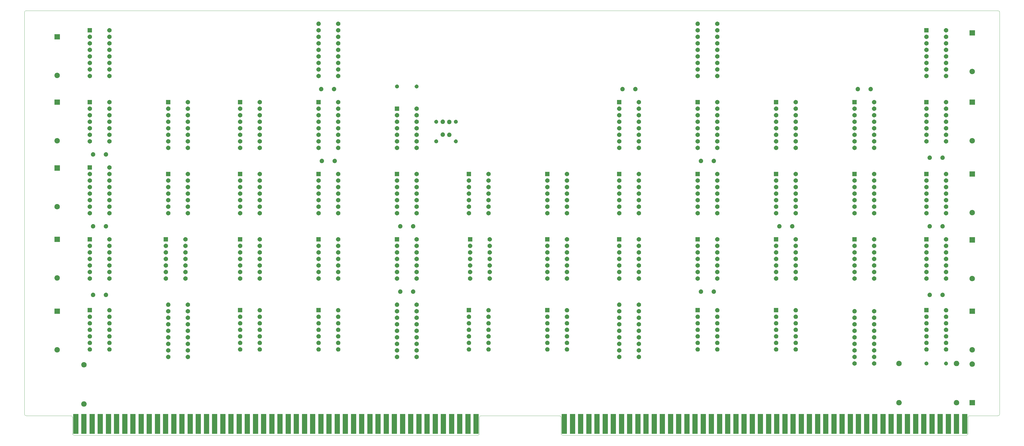
<source format=gts>
G04 #@! TF.GenerationSoftware,KiCad,Pcbnew,(5.1.4)-1*
G04 #@! TF.CreationDate,2019-11-18T03:08:56+02:00*
G04 #@! TF.ProjectId,HexPerTerminal,48657850-6572-4546-9572-6d696e616c2e,0.1*
G04 #@! TF.SameCoordinates,Original*
G04 #@! TF.FileFunction,Soldermask,Top*
G04 #@! TF.FilePolarity,Negative*
%FSLAX46Y46*%
G04 Gerber Fmt 4.6, Leading zero omitted, Abs format (unit mm)*
G04 Created by KiCad (PCBNEW (5.1.4)-1) date 2019-11-18 03:08:56*
%MOMM*%
%LPD*%
G04 APERTURE LIST*
%ADD10C,0.050000*%
%ADD11C,0.100000*%
G04 APERTURE END LIST*
D10*
X18669000Y-158115000D02*
X18669000Y-164465000D01*
X19304000Y-165100000D02*
G75*
G02X18669000Y-164465000I0J635000D01*
G01*
X0Y-635000D02*
X0Y-156845000D01*
X176784000Y-158115000D02*
G75*
G02X177419000Y-157480000I635000J0D01*
G01*
X18034000Y-157480000D02*
G75*
G02X18669000Y-158115000I0J-635000D01*
G01*
X366649000Y-164465000D02*
G75*
G02X366014000Y-165100000I-635000J0D01*
G01*
X366649000Y-164465000D02*
X366649000Y-158115000D01*
X209169000Y-165100000D02*
X266954000Y-165100000D01*
X208534000Y-158115000D02*
X208534000Y-164465000D01*
X209169000Y-165100000D02*
G75*
G02X208534000Y-164465000I0J635000D01*
G01*
X207899000Y-157480000D02*
G75*
G02X208534000Y-158115000I0J-635000D01*
G01*
X266954000Y-165100000D02*
X366014000Y-165100000D01*
X96139000Y-165100000D02*
X176149000Y-165100000D01*
X176784000Y-158115000D02*
X176784000Y-164465000D01*
X207899000Y-157480000D02*
X177419000Y-157480000D01*
X176784000Y-164465000D02*
G75*
G02X176149000Y-165100000I-635000J0D01*
G01*
X366649000Y-158115000D02*
G75*
G02X367284000Y-157480000I635000J0D01*
G01*
X378968000Y-156845000D02*
G75*
G02X378333000Y-157480000I-635000J0D01*
G01*
X367284000Y-157480000D02*
X378333000Y-157480000D01*
X378968000Y-635000D02*
X378968000Y-156845000D01*
X19304000Y-165100000D02*
X96139000Y-165100000D01*
X635000Y-157480000D02*
X18034000Y-157480000D01*
X378333000Y0D02*
X635000Y0D01*
X378333000Y0D02*
G75*
G02X378968000Y-635000I0J-635000D01*
G01*
X635000Y-157480000D02*
G75*
G02X0Y-156845000I0J635000D01*
G01*
X0Y-635000D02*
G75*
G02X635000Y0I635000J0D01*
G01*
D11*
G36*
X59042500Y-164516000D02*
G01*
X57035500Y-164516000D01*
X57035500Y-156794000D01*
X59042500Y-156794000D01*
X59042500Y-164516000D01*
X59042500Y-164516000D01*
G37*
G36*
X20942500Y-164516000D02*
G01*
X18935500Y-164516000D01*
X18935500Y-156794000D01*
X20942500Y-156794000D01*
X20942500Y-164516000D01*
X20942500Y-164516000D01*
G37*
G36*
X24117500Y-164516000D02*
G01*
X22110500Y-164516000D01*
X22110500Y-156794000D01*
X24117500Y-156794000D01*
X24117500Y-164516000D01*
X24117500Y-164516000D01*
G37*
G36*
X27292500Y-164516000D02*
G01*
X25285500Y-164516000D01*
X25285500Y-156794000D01*
X27292500Y-156794000D01*
X27292500Y-164516000D01*
X27292500Y-164516000D01*
G37*
G36*
X30467500Y-164516000D02*
G01*
X28460500Y-164516000D01*
X28460500Y-156794000D01*
X30467500Y-156794000D01*
X30467500Y-164516000D01*
X30467500Y-164516000D01*
G37*
G36*
X33642500Y-164516000D02*
G01*
X31635500Y-164516000D01*
X31635500Y-156794000D01*
X33642500Y-156794000D01*
X33642500Y-164516000D01*
X33642500Y-164516000D01*
G37*
G36*
X36817500Y-164516000D02*
G01*
X34810500Y-164516000D01*
X34810500Y-156794000D01*
X36817500Y-156794000D01*
X36817500Y-164516000D01*
X36817500Y-164516000D01*
G37*
G36*
X39992500Y-164516000D02*
G01*
X37985500Y-164516000D01*
X37985500Y-156794000D01*
X39992500Y-156794000D01*
X39992500Y-164516000D01*
X39992500Y-164516000D01*
G37*
G36*
X43167500Y-164516000D02*
G01*
X41160500Y-164516000D01*
X41160500Y-156794000D01*
X43167500Y-156794000D01*
X43167500Y-164516000D01*
X43167500Y-164516000D01*
G37*
G36*
X46342500Y-164516000D02*
G01*
X44335500Y-164516000D01*
X44335500Y-156794000D01*
X46342500Y-156794000D01*
X46342500Y-164516000D01*
X46342500Y-164516000D01*
G37*
G36*
X49517500Y-164516000D02*
G01*
X47510500Y-164516000D01*
X47510500Y-156794000D01*
X49517500Y-156794000D01*
X49517500Y-164516000D01*
X49517500Y-164516000D01*
G37*
G36*
X52692500Y-164516000D02*
G01*
X50685500Y-164516000D01*
X50685500Y-156794000D01*
X52692500Y-156794000D01*
X52692500Y-164516000D01*
X52692500Y-164516000D01*
G37*
G36*
X97142500Y-164516000D02*
G01*
X95135500Y-164516000D01*
X95135500Y-156794000D01*
X97142500Y-156794000D01*
X97142500Y-164516000D01*
X97142500Y-164516000D01*
G37*
G36*
X135242500Y-164516000D02*
G01*
X133235500Y-164516000D01*
X133235500Y-156794000D01*
X135242500Y-156794000D01*
X135242500Y-164516000D01*
X135242500Y-164516000D01*
G37*
G36*
X62217500Y-164516000D02*
G01*
X60210500Y-164516000D01*
X60210500Y-156794000D01*
X62217500Y-156794000D01*
X62217500Y-164516000D01*
X62217500Y-164516000D01*
G37*
G36*
X65392500Y-164516000D02*
G01*
X63385500Y-164516000D01*
X63385500Y-156794000D01*
X65392500Y-156794000D01*
X65392500Y-164516000D01*
X65392500Y-164516000D01*
G37*
G36*
X68567500Y-164516000D02*
G01*
X66560500Y-164516000D01*
X66560500Y-156794000D01*
X68567500Y-156794000D01*
X68567500Y-164516000D01*
X68567500Y-164516000D01*
G37*
G36*
X71742500Y-164516000D02*
G01*
X69735500Y-164516000D01*
X69735500Y-156794000D01*
X71742500Y-156794000D01*
X71742500Y-164516000D01*
X71742500Y-164516000D01*
G37*
G36*
X74917500Y-164516000D02*
G01*
X72910500Y-164516000D01*
X72910500Y-156794000D01*
X74917500Y-156794000D01*
X74917500Y-164516000D01*
X74917500Y-164516000D01*
G37*
G36*
X78092500Y-164516000D02*
G01*
X76085500Y-164516000D01*
X76085500Y-156794000D01*
X78092500Y-156794000D01*
X78092500Y-164516000D01*
X78092500Y-164516000D01*
G37*
G36*
X81267500Y-164516000D02*
G01*
X79260500Y-164516000D01*
X79260500Y-156794000D01*
X81267500Y-156794000D01*
X81267500Y-164516000D01*
X81267500Y-164516000D01*
G37*
G36*
X84442500Y-164516000D02*
G01*
X82435500Y-164516000D01*
X82435500Y-156794000D01*
X84442500Y-156794000D01*
X84442500Y-164516000D01*
X84442500Y-164516000D01*
G37*
G36*
X87617500Y-164516000D02*
G01*
X85610500Y-164516000D01*
X85610500Y-156794000D01*
X87617500Y-156794000D01*
X87617500Y-164516000D01*
X87617500Y-164516000D01*
G37*
G36*
X90792500Y-164516000D02*
G01*
X88785500Y-164516000D01*
X88785500Y-156794000D01*
X90792500Y-156794000D01*
X90792500Y-164516000D01*
X90792500Y-164516000D01*
G37*
G36*
X93967500Y-164516000D02*
G01*
X91960500Y-164516000D01*
X91960500Y-156794000D01*
X93967500Y-156794000D01*
X93967500Y-164516000D01*
X93967500Y-164516000D01*
G37*
G36*
X55867500Y-164516000D02*
G01*
X53860500Y-164516000D01*
X53860500Y-156794000D01*
X55867500Y-156794000D01*
X55867500Y-164516000D01*
X55867500Y-164516000D01*
G37*
G36*
X138417500Y-164516000D02*
G01*
X136410500Y-164516000D01*
X136410500Y-156794000D01*
X138417500Y-156794000D01*
X138417500Y-164516000D01*
X138417500Y-164516000D01*
G37*
G36*
X248907500Y-164516000D02*
G01*
X246900500Y-164516000D01*
X246900500Y-156794000D01*
X248907500Y-156794000D01*
X248907500Y-164516000D01*
X248907500Y-164516000D01*
G37*
G36*
X100317500Y-164516000D02*
G01*
X98310500Y-164516000D01*
X98310500Y-156794000D01*
X100317500Y-156794000D01*
X100317500Y-164516000D01*
X100317500Y-164516000D01*
G37*
G36*
X103492500Y-164516000D02*
G01*
X101485500Y-164516000D01*
X101485500Y-156794000D01*
X103492500Y-156794000D01*
X103492500Y-164516000D01*
X103492500Y-164516000D01*
G37*
G36*
X106667500Y-164516000D02*
G01*
X104660500Y-164516000D01*
X104660500Y-156794000D01*
X106667500Y-156794000D01*
X106667500Y-164516000D01*
X106667500Y-164516000D01*
G37*
G36*
X109842500Y-164516000D02*
G01*
X107835500Y-164516000D01*
X107835500Y-156794000D01*
X109842500Y-156794000D01*
X109842500Y-164516000D01*
X109842500Y-164516000D01*
G37*
G36*
X113017500Y-164516000D02*
G01*
X111010500Y-164516000D01*
X111010500Y-156794000D01*
X113017500Y-156794000D01*
X113017500Y-164516000D01*
X113017500Y-164516000D01*
G37*
G36*
X116192500Y-164516000D02*
G01*
X114185500Y-164516000D01*
X114185500Y-156794000D01*
X116192500Y-156794000D01*
X116192500Y-164516000D01*
X116192500Y-164516000D01*
G37*
G36*
X119367500Y-164516000D02*
G01*
X117360500Y-164516000D01*
X117360500Y-156794000D01*
X119367500Y-156794000D01*
X119367500Y-164516000D01*
X119367500Y-164516000D01*
G37*
G36*
X122542500Y-164516000D02*
G01*
X120535500Y-164516000D01*
X120535500Y-156794000D01*
X122542500Y-156794000D01*
X122542500Y-164516000D01*
X122542500Y-164516000D01*
G37*
G36*
X125717500Y-164516000D02*
G01*
X123710500Y-164516000D01*
X123710500Y-156794000D01*
X125717500Y-156794000D01*
X125717500Y-164516000D01*
X125717500Y-164516000D01*
G37*
G36*
X128892500Y-164516000D02*
G01*
X126885500Y-164516000D01*
X126885500Y-156794000D01*
X128892500Y-156794000D01*
X128892500Y-164516000D01*
X128892500Y-164516000D01*
G37*
G36*
X132067500Y-164516000D02*
G01*
X130060500Y-164516000D01*
X130060500Y-156794000D01*
X132067500Y-156794000D01*
X132067500Y-164516000D01*
X132067500Y-164516000D01*
G37*
G36*
X287007500Y-164516000D02*
G01*
X285000500Y-164516000D01*
X285000500Y-156794000D01*
X287007500Y-156794000D01*
X287007500Y-164516000D01*
X287007500Y-164516000D01*
G37*
G36*
X141592500Y-164516000D02*
G01*
X139585500Y-164516000D01*
X139585500Y-156794000D01*
X141592500Y-156794000D01*
X141592500Y-164516000D01*
X141592500Y-164516000D01*
G37*
G36*
X144767500Y-164516000D02*
G01*
X142760500Y-164516000D01*
X142760500Y-156794000D01*
X144767500Y-156794000D01*
X144767500Y-164516000D01*
X144767500Y-164516000D01*
G37*
G36*
X147942500Y-164516000D02*
G01*
X145935500Y-164516000D01*
X145935500Y-156794000D01*
X147942500Y-156794000D01*
X147942500Y-164516000D01*
X147942500Y-164516000D01*
G37*
G36*
X151117500Y-164516000D02*
G01*
X149110500Y-164516000D01*
X149110500Y-156794000D01*
X151117500Y-156794000D01*
X151117500Y-164516000D01*
X151117500Y-164516000D01*
G37*
G36*
X154292500Y-164516000D02*
G01*
X152285500Y-164516000D01*
X152285500Y-156794000D01*
X154292500Y-156794000D01*
X154292500Y-164516000D01*
X154292500Y-164516000D01*
G37*
G36*
X157467500Y-164516000D02*
G01*
X155460500Y-164516000D01*
X155460500Y-156794000D01*
X157467500Y-156794000D01*
X157467500Y-164516000D01*
X157467500Y-164516000D01*
G37*
G36*
X160642500Y-164516000D02*
G01*
X158635500Y-164516000D01*
X158635500Y-156794000D01*
X160642500Y-156794000D01*
X160642500Y-164516000D01*
X160642500Y-164516000D01*
G37*
G36*
X163817500Y-164516000D02*
G01*
X161810500Y-164516000D01*
X161810500Y-156794000D01*
X163817500Y-156794000D01*
X163817500Y-164516000D01*
X163817500Y-164516000D01*
G37*
G36*
X166992500Y-164516000D02*
G01*
X164985500Y-164516000D01*
X164985500Y-156794000D01*
X166992500Y-156794000D01*
X166992500Y-164516000D01*
X166992500Y-164516000D01*
G37*
G36*
X170167500Y-164516000D02*
G01*
X168160500Y-164516000D01*
X168160500Y-156794000D01*
X170167500Y-156794000D01*
X170167500Y-164516000D01*
X170167500Y-164516000D01*
G37*
G36*
X173342500Y-164516000D02*
G01*
X171335500Y-164516000D01*
X171335500Y-156794000D01*
X173342500Y-156794000D01*
X173342500Y-164516000D01*
X173342500Y-164516000D01*
G37*
G36*
X290182500Y-164516000D02*
G01*
X288175500Y-164516000D01*
X288175500Y-156794000D01*
X290182500Y-156794000D01*
X290182500Y-164516000D01*
X290182500Y-164516000D01*
G37*
G36*
X210807500Y-164516000D02*
G01*
X208800500Y-164516000D01*
X208800500Y-156794000D01*
X210807500Y-156794000D01*
X210807500Y-164516000D01*
X210807500Y-164516000D01*
G37*
G36*
X213982500Y-164516000D02*
G01*
X211975500Y-164516000D01*
X211975500Y-156794000D01*
X213982500Y-156794000D01*
X213982500Y-164516000D01*
X213982500Y-164516000D01*
G37*
G36*
X217157500Y-164516000D02*
G01*
X215150500Y-164516000D01*
X215150500Y-156794000D01*
X217157500Y-156794000D01*
X217157500Y-164516000D01*
X217157500Y-164516000D01*
G37*
G36*
X220332500Y-164516000D02*
G01*
X218325500Y-164516000D01*
X218325500Y-156794000D01*
X220332500Y-156794000D01*
X220332500Y-164516000D01*
X220332500Y-164516000D01*
G37*
G36*
X223507500Y-164516000D02*
G01*
X221500500Y-164516000D01*
X221500500Y-156794000D01*
X223507500Y-156794000D01*
X223507500Y-164516000D01*
X223507500Y-164516000D01*
G37*
G36*
X226682500Y-164516000D02*
G01*
X224675500Y-164516000D01*
X224675500Y-156794000D01*
X226682500Y-156794000D01*
X226682500Y-164516000D01*
X226682500Y-164516000D01*
G37*
G36*
X229857500Y-164516000D02*
G01*
X227850500Y-164516000D01*
X227850500Y-156794000D01*
X229857500Y-156794000D01*
X229857500Y-164516000D01*
X229857500Y-164516000D01*
G37*
G36*
X233032500Y-164516000D02*
G01*
X231025500Y-164516000D01*
X231025500Y-156794000D01*
X233032500Y-156794000D01*
X233032500Y-164516000D01*
X233032500Y-164516000D01*
G37*
G36*
X236207500Y-164516000D02*
G01*
X234200500Y-164516000D01*
X234200500Y-156794000D01*
X236207500Y-156794000D01*
X236207500Y-164516000D01*
X236207500Y-164516000D01*
G37*
G36*
X239382500Y-164516000D02*
G01*
X237375500Y-164516000D01*
X237375500Y-156794000D01*
X239382500Y-156794000D01*
X239382500Y-164516000D01*
X239382500Y-164516000D01*
G37*
G36*
X242557500Y-164516000D02*
G01*
X240550500Y-164516000D01*
X240550500Y-156794000D01*
X242557500Y-156794000D01*
X242557500Y-164516000D01*
X242557500Y-164516000D01*
G37*
G36*
X245732500Y-164516000D02*
G01*
X243725500Y-164516000D01*
X243725500Y-156794000D01*
X245732500Y-156794000D01*
X245732500Y-164516000D01*
X245732500Y-164516000D01*
G37*
G36*
X296532500Y-164516000D02*
G01*
X294525500Y-164516000D01*
X294525500Y-156794000D01*
X296532500Y-156794000D01*
X296532500Y-164516000D01*
X296532500Y-164516000D01*
G37*
G36*
X252082500Y-164516000D02*
G01*
X250075500Y-164516000D01*
X250075500Y-156794000D01*
X252082500Y-156794000D01*
X252082500Y-164516000D01*
X252082500Y-164516000D01*
G37*
G36*
X255257500Y-164516000D02*
G01*
X253250500Y-164516000D01*
X253250500Y-156794000D01*
X255257500Y-156794000D01*
X255257500Y-164516000D01*
X255257500Y-164516000D01*
G37*
G36*
X258432500Y-164516000D02*
G01*
X256425500Y-164516000D01*
X256425500Y-156794000D01*
X258432500Y-156794000D01*
X258432500Y-164516000D01*
X258432500Y-164516000D01*
G37*
G36*
X261607500Y-164516000D02*
G01*
X259600500Y-164516000D01*
X259600500Y-156794000D01*
X261607500Y-156794000D01*
X261607500Y-164516000D01*
X261607500Y-164516000D01*
G37*
G36*
X264782500Y-164516000D02*
G01*
X262775500Y-164516000D01*
X262775500Y-156794000D01*
X264782500Y-156794000D01*
X264782500Y-164516000D01*
X264782500Y-164516000D01*
G37*
G36*
X267957500Y-164516000D02*
G01*
X265950500Y-164516000D01*
X265950500Y-156794000D01*
X267957500Y-156794000D01*
X267957500Y-164516000D01*
X267957500Y-164516000D01*
G37*
G36*
X271132500Y-164516000D02*
G01*
X269125500Y-164516000D01*
X269125500Y-156794000D01*
X271132500Y-156794000D01*
X271132500Y-164516000D01*
X271132500Y-164516000D01*
G37*
G36*
X274307500Y-164516000D02*
G01*
X272300500Y-164516000D01*
X272300500Y-156794000D01*
X274307500Y-156794000D01*
X274307500Y-164516000D01*
X274307500Y-164516000D01*
G37*
G36*
X277482500Y-164516000D02*
G01*
X275475500Y-164516000D01*
X275475500Y-156794000D01*
X277482500Y-156794000D01*
X277482500Y-164516000D01*
X277482500Y-164516000D01*
G37*
G36*
X280657500Y-164516000D02*
G01*
X278650500Y-164516000D01*
X278650500Y-156794000D01*
X280657500Y-156794000D01*
X280657500Y-164516000D01*
X280657500Y-164516000D01*
G37*
G36*
X283832500Y-164516000D02*
G01*
X281825500Y-164516000D01*
X281825500Y-156794000D01*
X283832500Y-156794000D01*
X283832500Y-164516000D01*
X283832500Y-164516000D01*
G37*
G36*
X366382500Y-164516000D02*
G01*
X364375500Y-164516000D01*
X364375500Y-156794000D01*
X366382500Y-156794000D01*
X366382500Y-164516000D01*
X366382500Y-164516000D01*
G37*
G36*
X293357500Y-164516000D02*
G01*
X291350500Y-164516000D01*
X291350500Y-156794000D01*
X293357500Y-156794000D01*
X293357500Y-164516000D01*
X293357500Y-164516000D01*
G37*
G36*
X299707500Y-164516000D02*
G01*
X297700500Y-164516000D01*
X297700500Y-156794000D01*
X299707500Y-156794000D01*
X299707500Y-164516000D01*
X299707500Y-164516000D01*
G37*
G36*
X302882500Y-164516000D02*
G01*
X300875500Y-164516000D01*
X300875500Y-156794000D01*
X302882500Y-156794000D01*
X302882500Y-164516000D01*
X302882500Y-164516000D01*
G37*
G36*
X306057500Y-164516000D02*
G01*
X304050500Y-164516000D01*
X304050500Y-156794000D01*
X306057500Y-156794000D01*
X306057500Y-164516000D01*
X306057500Y-164516000D01*
G37*
G36*
X309232500Y-164516000D02*
G01*
X307225500Y-164516000D01*
X307225500Y-156794000D01*
X309232500Y-156794000D01*
X309232500Y-164516000D01*
X309232500Y-164516000D01*
G37*
G36*
X312407500Y-164516000D02*
G01*
X310400500Y-164516000D01*
X310400500Y-156794000D01*
X312407500Y-156794000D01*
X312407500Y-164516000D01*
X312407500Y-164516000D01*
G37*
G36*
X315582500Y-164516000D02*
G01*
X313575500Y-164516000D01*
X313575500Y-156794000D01*
X315582500Y-156794000D01*
X315582500Y-164516000D01*
X315582500Y-164516000D01*
G37*
G36*
X318757500Y-164516000D02*
G01*
X316750500Y-164516000D01*
X316750500Y-156794000D01*
X318757500Y-156794000D01*
X318757500Y-164516000D01*
X318757500Y-164516000D01*
G37*
G36*
X321932500Y-164516000D02*
G01*
X319925500Y-164516000D01*
X319925500Y-156794000D01*
X321932500Y-156794000D01*
X321932500Y-164516000D01*
X321932500Y-164516000D01*
G37*
G36*
X325107500Y-164516000D02*
G01*
X323100500Y-164516000D01*
X323100500Y-156794000D01*
X325107500Y-156794000D01*
X325107500Y-164516000D01*
X325107500Y-164516000D01*
G37*
G36*
X176517500Y-164516000D02*
G01*
X174510500Y-164516000D01*
X174510500Y-156794000D01*
X176517500Y-156794000D01*
X176517500Y-164516000D01*
X176517500Y-164516000D01*
G37*
G36*
X334632500Y-164516000D02*
G01*
X332625500Y-164516000D01*
X332625500Y-156794000D01*
X334632500Y-156794000D01*
X334632500Y-164516000D01*
X334632500Y-164516000D01*
G37*
G36*
X337807500Y-164516000D02*
G01*
X335800500Y-164516000D01*
X335800500Y-156794000D01*
X337807500Y-156794000D01*
X337807500Y-164516000D01*
X337807500Y-164516000D01*
G37*
G36*
X340982500Y-164516000D02*
G01*
X338975500Y-164516000D01*
X338975500Y-156794000D01*
X340982500Y-156794000D01*
X340982500Y-164516000D01*
X340982500Y-164516000D01*
G37*
G36*
X344157500Y-164516000D02*
G01*
X342150500Y-164516000D01*
X342150500Y-156794000D01*
X344157500Y-156794000D01*
X344157500Y-164516000D01*
X344157500Y-164516000D01*
G37*
G36*
X347332500Y-164516000D02*
G01*
X345325500Y-164516000D01*
X345325500Y-156794000D01*
X347332500Y-156794000D01*
X347332500Y-164516000D01*
X347332500Y-164516000D01*
G37*
G36*
X350507500Y-164516000D02*
G01*
X348500500Y-164516000D01*
X348500500Y-156794000D01*
X350507500Y-156794000D01*
X350507500Y-164516000D01*
X350507500Y-164516000D01*
G37*
G36*
X353682500Y-164516000D02*
G01*
X351675500Y-164516000D01*
X351675500Y-156794000D01*
X353682500Y-156794000D01*
X353682500Y-164516000D01*
X353682500Y-164516000D01*
G37*
G36*
X356857500Y-164516000D02*
G01*
X354850500Y-164516000D01*
X354850500Y-156794000D01*
X356857500Y-156794000D01*
X356857500Y-164516000D01*
X356857500Y-164516000D01*
G37*
G36*
X360032500Y-164516000D02*
G01*
X358025500Y-164516000D01*
X358025500Y-156794000D01*
X360032500Y-156794000D01*
X360032500Y-164516000D01*
X360032500Y-164516000D01*
G37*
G36*
X363207500Y-164516000D02*
G01*
X361200500Y-164516000D01*
X361200500Y-156794000D01*
X363207500Y-156794000D01*
X363207500Y-164516000D01*
X363207500Y-164516000D01*
G37*
G36*
X328282500Y-164516000D02*
G01*
X326275500Y-164516000D01*
X326275500Y-156794000D01*
X328282500Y-156794000D01*
X328282500Y-164516000D01*
X328282500Y-164516000D01*
G37*
G36*
X331457500Y-164516000D02*
G01*
X329450500Y-164516000D01*
X329450500Y-156794000D01*
X331457500Y-156794000D01*
X331457500Y-164516000D01*
X331457500Y-164516000D01*
G37*
G36*
X23420564Y-151897389D02*
G01*
X23611833Y-151976615D01*
X23611835Y-151976616D01*
X23783973Y-152091635D01*
X23930365Y-152238027D01*
X24045385Y-152410167D01*
X24124611Y-152601436D01*
X24165000Y-152804484D01*
X24165000Y-153011516D01*
X24124611Y-153214564D01*
X24045385Y-153405833D01*
X24045384Y-153405835D01*
X23930365Y-153577973D01*
X23783973Y-153724365D01*
X23611835Y-153839384D01*
X23611834Y-153839385D01*
X23611833Y-153839385D01*
X23420564Y-153918611D01*
X23217516Y-153959000D01*
X23010484Y-153959000D01*
X22807436Y-153918611D01*
X22616167Y-153839385D01*
X22616166Y-153839385D01*
X22616165Y-153839384D01*
X22444027Y-153724365D01*
X22297635Y-153577973D01*
X22182616Y-153405835D01*
X22182615Y-153405833D01*
X22103389Y-153214564D01*
X22063000Y-153011516D01*
X22063000Y-152804484D01*
X22103389Y-152601436D01*
X22182615Y-152410167D01*
X22297635Y-152238027D01*
X22444027Y-152091635D01*
X22616165Y-151976616D01*
X22616167Y-151976615D01*
X22807436Y-151897389D01*
X23010484Y-151857000D01*
X23217516Y-151857000D01*
X23420564Y-151897389D01*
X23420564Y-151897389D01*
G37*
G36*
X369351000Y-153451000D02*
G01*
X367249000Y-153451000D01*
X367249000Y-151349000D01*
X369351000Y-151349000D01*
X369351000Y-153451000D01*
X369351000Y-153451000D01*
G37*
G36*
X340158564Y-151389389D02*
G01*
X340349833Y-151468615D01*
X340349835Y-151468616D01*
X340521973Y-151583635D01*
X340668365Y-151730027D01*
X340780193Y-151897389D01*
X340783385Y-151902167D01*
X340862611Y-152093436D01*
X340903000Y-152296484D01*
X340903000Y-152503516D01*
X340862611Y-152706564D01*
X340822191Y-152804146D01*
X340783384Y-152897835D01*
X340668365Y-153069973D01*
X340521973Y-153216365D01*
X340349835Y-153331384D01*
X340349834Y-153331385D01*
X340349833Y-153331385D01*
X340158564Y-153410611D01*
X339955516Y-153451000D01*
X339748484Y-153451000D01*
X339545436Y-153410611D01*
X339354167Y-153331385D01*
X339354166Y-153331385D01*
X339354165Y-153331384D01*
X339182027Y-153216365D01*
X339035635Y-153069973D01*
X338920616Y-152897835D01*
X338881809Y-152804146D01*
X338841389Y-152706564D01*
X338801000Y-152503516D01*
X338801000Y-152296484D01*
X338841389Y-152093436D01*
X338920615Y-151902167D01*
X338923808Y-151897389D01*
X339035635Y-151730027D01*
X339182027Y-151583635D01*
X339354165Y-151468616D01*
X339354167Y-151468615D01*
X339545436Y-151389389D01*
X339748484Y-151349000D01*
X339955516Y-151349000D01*
X340158564Y-151389389D01*
X340158564Y-151389389D01*
G37*
G36*
X362307097Y-151354069D02*
G01*
X362410032Y-151364207D01*
X362608146Y-151424305D01*
X362608149Y-151424306D01*
X362691045Y-151468615D01*
X362790729Y-151521897D01*
X362950765Y-151653235D01*
X363082103Y-151813271D01*
X363105476Y-151857000D01*
X363179694Y-151995851D01*
X363179695Y-151995854D01*
X363239793Y-152193968D01*
X363260085Y-152400000D01*
X363239793Y-152606032D01*
X363209296Y-152706565D01*
X363179694Y-152804149D01*
X363129619Y-152897833D01*
X363082103Y-152986729D01*
X362950765Y-153146765D01*
X362790729Y-153278103D01*
X362704975Y-153323939D01*
X362608149Y-153375694D01*
X362608146Y-153375695D01*
X362410032Y-153435793D01*
X362307097Y-153445931D01*
X362255631Y-153451000D01*
X362152369Y-153451000D01*
X362100903Y-153445931D01*
X361997968Y-153435793D01*
X361799854Y-153375695D01*
X361799851Y-153375694D01*
X361703025Y-153323939D01*
X361617271Y-153278103D01*
X361457235Y-153146765D01*
X361325897Y-152986729D01*
X361278381Y-152897833D01*
X361228306Y-152804149D01*
X361198704Y-152706565D01*
X361168207Y-152606032D01*
X361147915Y-152400000D01*
X361168207Y-152193968D01*
X361228305Y-151995854D01*
X361228306Y-151995851D01*
X361302524Y-151857000D01*
X361325897Y-151813271D01*
X361457235Y-151653235D01*
X361617271Y-151521897D01*
X361716955Y-151468615D01*
X361799851Y-151424306D01*
X361799854Y-151424305D01*
X361997968Y-151364207D01*
X362100903Y-151354069D01*
X362152369Y-151349000D01*
X362255631Y-151349000D01*
X362307097Y-151354069D01*
X362307097Y-151354069D01*
G37*
G36*
X23217097Y-136622069D02*
G01*
X23320032Y-136632207D01*
X23493814Y-136684924D01*
X23518149Y-136692306D01*
X23608777Y-136740748D01*
X23700729Y-136789897D01*
X23860765Y-136921235D01*
X23992103Y-137081271D01*
X23994648Y-137086033D01*
X24089694Y-137263851D01*
X24089695Y-137263854D01*
X24149793Y-137461968D01*
X24170085Y-137668000D01*
X24149793Y-137874032D01*
X24100022Y-138038103D01*
X24089694Y-138072149D01*
X24079412Y-138091385D01*
X23992103Y-138254729D01*
X23860765Y-138414765D01*
X23700729Y-138546103D01*
X23614975Y-138591939D01*
X23518149Y-138643694D01*
X23518146Y-138643695D01*
X23320032Y-138703793D01*
X23217097Y-138713931D01*
X23165631Y-138719000D01*
X23062369Y-138719000D01*
X23010903Y-138713931D01*
X22907968Y-138703793D01*
X22709854Y-138643695D01*
X22709851Y-138643694D01*
X22613025Y-138591939D01*
X22527271Y-138546103D01*
X22367235Y-138414765D01*
X22235897Y-138254729D01*
X22148588Y-138091385D01*
X22138306Y-138072149D01*
X22127978Y-138038103D01*
X22078207Y-137874032D01*
X22057915Y-137668000D01*
X22078207Y-137461968D01*
X22138305Y-137263854D01*
X22138306Y-137263851D01*
X22233352Y-137086033D01*
X22235897Y-137081271D01*
X22367235Y-136921235D01*
X22527271Y-136789897D01*
X22619223Y-136740748D01*
X22709851Y-136692306D01*
X22734186Y-136684924D01*
X22907968Y-136632207D01*
X23010903Y-136622069D01*
X23062369Y-136617000D01*
X23165631Y-136617000D01*
X23217097Y-136622069D01*
X23217097Y-136622069D01*
G37*
G36*
X368403097Y-136354069D02*
G01*
X368506032Y-136364207D01*
X368689516Y-136419867D01*
X368704149Y-136424306D01*
X368776186Y-136462811D01*
X368886729Y-136521897D01*
X369046765Y-136653235D01*
X369178103Y-136813271D01*
X369199571Y-136853435D01*
X369275694Y-136995851D01*
X369275695Y-136995854D01*
X369335793Y-137193968D01*
X369356085Y-137400000D01*
X369335793Y-137606032D01*
X369280758Y-137787455D01*
X369275694Y-137804149D01*
X369234007Y-137882140D01*
X369178103Y-137986729D01*
X369046765Y-138146765D01*
X368886729Y-138278103D01*
X368800975Y-138323939D01*
X368704149Y-138375694D01*
X368704146Y-138375695D01*
X368506032Y-138435793D01*
X368403097Y-138445931D01*
X368351631Y-138451000D01*
X368248369Y-138451000D01*
X368196903Y-138445931D01*
X368093968Y-138435793D01*
X367895854Y-138375695D01*
X367895851Y-138375694D01*
X367799025Y-138323939D01*
X367713271Y-138278103D01*
X367553235Y-138146765D01*
X367421897Y-137986729D01*
X367365993Y-137882140D01*
X367324306Y-137804149D01*
X367319242Y-137787455D01*
X367264207Y-137606032D01*
X367243915Y-137400000D01*
X367264207Y-137193968D01*
X367324305Y-136995854D01*
X367324306Y-136995851D01*
X367400429Y-136853435D01*
X367421897Y-136813271D01*
X367553235Y-136653235D01*
X367713271Y-136521897D01*
X367823814Y-136462811D01*
X367895851Y-136424306D01*
X367910484Y-136419867D01*
X368093968Y-136364207D01*
X368196903Y-136354069D01*
X368248369Y-136349000D01*
X368351631Y-136349000D01*
X368403097Y-136354069D01*
X368403097Y-136354069D01*
G37*
G36*
X362510564Y-136149389D02*
G01*
X362701833Y-136228615D01*
X362701835Y-136228616D01*
X362873973Y-136343635D01*
X363020365Y-136490027D01*
X363115367Y-136632207D01*
X363135385Y-136662167D01*
X363214611Y-136853436D01*
X363255000Y-137056484D01*
X363255000Y-137263516D01*
X363214611Y-137466564D01*
X363135385Y-137657833D01*
X363135384Y-137657835D01*
X363020365Y-137829973D01*
X362873973Y-137976365D01*
X362701835Y-138091384D01*
X362701834Y-138091385D01*
X362701833Y-138091385D01*
X362510564Y-138170611D01*
X362307516Y-138211000D01*
X362100484Y-138211000D01*
X361897436Y-138170611D01*
X361706167Y-138091385D01*
X361706166Y-138091385D01*
X361706165Y-138091384D01*
X361534027Y-137976365D01*
X361387635Y-137829973D01*
X361272616Y-137657835D01*
X361272615Y-137657833D01*
X361193389Y-137466564D01*
X361153000Y-137263516D01*
X361153000Y-137056484D01*
X361193389Y-136853436D01*
X361272615Y-136662167D01*
X361292634Y-136632207D01*
X361387635Y-136490027D01*
X361534027Y-136343635D01*
X361706165Y-136228616D01*
X361706167Y-136228615D01*
X361897436Y-136149389D01*
X362100484Y-136109000D01*
X362307516Y-136109000D01*
X362510564Y-136149389D01*
X362510564Y-136149389D01*
G37*
G36*
X339955097Y-136114069D02*
G01*
X340058032Y-136124207D01*
X340256146Y-136184305D01*
X340256149Y-136184306D01*
X340339045Y-136228615D01*
X340438729Y-136281897D01*
X340598765Y-136413235D01*
X340730103Y-136573271D01*
X340761605Y-136632207D01*
X340827694Y-136755851D01*
X340827695Y-136755854D01*
X340887793Y-136953968D01*
X340908085Y-137160000D01*
X340887793Y-137366032D01*
X340851024Y-137487242D01*
X340827694Y-137564149D01*
X340789781Y-137635078D01*
X340730103Y-137746729D01*
X340598765Y-137906765D01*
X340438729Y-138038103D01*
X340375033Y-138072149D01*
X340256149Y-138135694D01*
X340256146Y-138135695D01*
X340058032Y-138195793D01*
X339955097Y-138205931D01*
X339903631Y-138211000D01*
X339800369Y-138211000D01*
X339748903Y-138205931D01*
X339645968Y-138195793D01*
X339447854Y-138135695D01*
X339447851Y-138135694D01*
X339328967Y-138072149D01*
X339265271Y-138038103D01*
X339105235Y-137906765D01*
X338973897Y-137746729D01*
X338914219Y-137635078D01*
X338876306Y-137564149D01*
X338852976Y-137487242D01*
X338816207Y-137366032D01*
X338795915Y-137160000D01*
X338816207Y-136953968D01*
X338876305Y-136755854D01*
X338876306Y-136755851D01*
X338942395Y-136632207D01*
X338973897Y-136573271D01*
X339105235Y-136413235D01*
X339265271Y-136281897D01*
X339364955Y-136228615D01*
X339447851Y-136184306D01*
X339447854Y-136184305D01*
X339645968Y-136124207D01*
X339748903Y-136114069D01*
X339800369Y-136109000D01*
X339903631Y-136109000D01*
X339955097Y-136114069D01*
X339955097Y-136114069D01*
G37*
G36*
X322746823Y-136321313D02*
G01*
X322907242Y-136369976D01*
X323000581Y-136419867D01*
X323055078Y-136448996D01*
X323184659Y-136555341D01*
X323291004Y-136684922D01*
X323291005Y-136684924D01*
X323370024Y-136832758D01*
X323418687Y-136993177D01*
X323435117Y-137160000D01*
X323418687Y-137326823D01*
X323370024Y-137487242D01*
X323306530Y-137606030D01*
X323291004Y-137635078D01*
X323184659Y-137764659D01*
X323055078Y-137871004D01*
X323055076Y-137871005D01*
X322907242Y-137950024D01*
X322746823Y-137998687D01*
X322621804Y-138011000D01*
X322538196Y-138011000D01*
X322413177Y-137998687D01*
X322252758Y-137950024D01*
X322104924Y-137871005D01*
X322104922Y-137871004D01*
X321975341Y-137764659D01*
X321868996Y-137635078D01*
X321853470Y-137606030D01*
X321789976Y-137487242D01*
X321741313Y-137326823D01*
X321724883Y-137160000D01*
X321741313Y-136993177D01*
X321789976Y-136832758D01*
X321868995Y-136684924D01*
X321868996Y-136684922D01*
X321975341Y-136555341D01*
X322104922Y-136448996D01*
X322159419Y-136419867D01*
X322252758Y-136369976D01*
X322413177Y-136321313D01*
X322538196Y-136309000D01*
X322621804Y-136309000D01*
X322746823Y-136321313D01*
X322746823Y-136321313D01*
G37*
G36*
X330366823Y-136321313D02*
G01*
X330527242Y-136369976D01*
X330620581Y-136419867D01*
X330675078Y-136448996D01*
X330804659Y-136555341D01*
X330911004Y-136684922D01*
X330911005Y-136684924D01*
X330990024Y-136832758D01*
X331038687Y-136993177D01*
X331055117Y-137160000D01*
X331038687Y-137326823D01*
X330990024Y-137487242D01*
X330926530Y-137606030D01*
X330911004Y-137635078D01*
X330804659Y-137764659D01*
X330675078Y-137871004D01*
X330675076Y-137871005D01*
X330527242Y-137950024D01*
X330366823Y-137998687D01*
X330241804Y-138011000D01*
X330158196Y-138011000D01*
X330033177Y-137998687D01*
X329872758Y-137950024D01*
X329724924Y-137871005D01*
X329724922Y-137871004D01*
X329595341Y-137764659D01*
X329488996Y-137635078D01*
X329473470Y-137606030D01*
X329409976Y-137487242D01*
X329361313Y-137326823D01*
X329344883Y-137160000D01*
X329361313Y-136993177D01*
X329409976Y-136832758D01*
X329488995Y-136684924D01*
X329488996Y-136684922D01*
X329595341Y-136555341D01*
X329724922Y-136448996D01*
X329779419Y-136419867D01*
X329872758Y-136369976D01*
X330033177Y-136321313D01*
X330158196Y-136309000D01*
X330241804Y-136309000D01*
X330366823Y-136321313D01*
X330366823Y-136321313D01*
G37*
G36*
X350739059Y-136437860D02*
G01*
X350799294Y-136462810D01*
X350875732Y-136494472D01*
X350998735Y-136576660D01*
X351103340Y-136681265D01*
X351185528Y-136804268D01*
X351185529Y-136804270D01*
X351242140Y-136940941D01*
X351271000Y-137086032D01*
X351271000Y-137233968D01*
X351265056Y-137263851D01*
X351242140Y-137379059D01*
X351185528Y-137515732D01*
X351103340Y-137638735D01*
X350998735Y-137743340D01*
X350875732Y-137825528D01*
X350875731Y-137825529D01*
X350875730Y-137825529D01*
X350739059Y-137882140D01*
X350593968Y-137911000D01*
X350446032Y-137911000D01*
X350300941Y-137882140D01*
X350164270Y-137825529D01*
X350164269Y-137825529D01*
X350164268Y-137825528D01*
X350041265Y-137743340D01*
X349936660Y-137638735D01*
X349854472Y-137515732D01*
X349797860Y-137379059D01*
X349774944Y-137263851D01*
X349769000Y-137233968D01*
X349769000Y-137086032D01*
X349797860Y-136940941D01*
X349854471Y-136804270D01*
X349854472Y-136804268D01*
X349936660Y-136681265D01*
X350041265Y-136576660D01*
X350164268Y-136494472D01*
X350240707Y-136462810D01*
X350300941Y-136437860D01*
X350446032Y-136409000D01*
X350593968Y-136409000D01*
X350739059Y-136437860D01*
X350739059Y-136437860D01*
G37*
G36*
X358213665Y-136412622D02*
G01*
X358287222Y-136419867D01*
X358428786Y-136462810D01*
X358559252Y-136532546D01*
X358587028Y-136555341D01*
X358673607Y-136626393D01*
X358727698Y-136692305D01*
X358767454Y-136740748D01*
X358837190Y-136871214D01*
X358880133Y-137012778D01*
X358894633Y-137160000D01*
X358880133Y-137307222D01*
X358837190Y-137448786D01*
X358767454Y-137579252D01*
X358745478Y-137606030D01*
X358673607Y-137693607D01*
X358613004Y-137743341D01*
X358559252Y-137787454D01*
X358428786Y-137857190D01*
X358287222Y-137900133D01*
X358219886Y-137906765D01*
X358176888Y-137911000D01*
X358103112Y-137911000D01*
X358060114Y-137906765D01*
X357992778Y-137900133D01*
X357851214Y-137857190D01*
X357720748Y-137787454D01*
X357666996Y-137743341D01*
X357606393Y-137693607D01*
X357534522Y-137606030D01*
X357512546Y-137579252D01*
X357442810Y-137448786D01*
X357399867Y-137307222D01*
X357385367Y-137160000D01*
X357399867Y-137012778D01*
X357442810Y-136871214D01*
X357512546Y-136740748D01*
X357552302Y-136692305D01*
X357606393Y-136626393D01*
X357692972Y-136555341D01*
X357720748Y-136532546D01*
X357851214Y-136462810D01*
X357992778Y-136419867D01*
X358066335Y-136412622D01*
X358103112Y-136409000D01*
X358176888Y-136409000D01*
X358213665Y-136412622D01*
X358213665Y-136412622D01*
G37*
G36*
X144946823Y-133781313D02*
G01*
X145107242Y-133829976D01*
X145239906Y-133900886D01*
X145255078Y-133908996D01*
X145384659Y-134015341D01*
X145491004Y-134144922D01*
X145491005Y-134144924D01*
X145570024Y-134292758D01*
X145618687Y-134453177D01*
X145635117Y-134620000D01*
X145618687Y-134786823D01*
X145570024Y-134947242D01*
X145499114Y-135079906D01*
X145491004Y-135095078D01*
X145384659Y-135224659D01*
X145255078Y-135331004D01*
X145255076Y-135331005D01*
X145107242Y-135410024D01*
X144946823Y-135458687D01*
X144821804Y-135471000D01*
X144738196Y-135471000D01*
X144613177Y-135458687D01*
X144452758Y-135410024D01*
X144304924Y-135331005D01*
X144304922Y-135331004D01*
X144175341Y-135224659D01*
X144068996Y-135095078D01*
X144060886Y-135079906D01*
X143989976Y-134947242D01*
X143941313Y-134786823D01*
X143924883Y-134620000D01*
X143941313Y-134453177D01*
X143989976Y-134292758D01*
X144068995Y-134144924D01*
X144068996Y-134144922D01*
X144175341Y-134015341D01*
X144304922Y-133908996D01*
X144320094Y-133900886D01*
X144452758Y-133829976D01*
X144613177Y-133781313D01*
X144738196Y-133769000D01*
X144821804Y-133769000D01*
X144946823Y-133781313D01*
X144946823Y-133781313D01*
G37*
G36*
X56046823Y-133781313D02*
G01*
X56207242Y-133829976D01*
X56339906Y-133900886D01*
X56355078Y-133908996D01*
X56484659Y-134015341D01*
X56591004Y-134144922D01*
X56591005Y-134144924D01*
X56670024Y-134292758D01*
X56718687Y-134453177D01*
X56735117Y-134620000D01*
X56718687Y-134786823D01*
X56670024Y-134947242D01*
X56599114Y-135079906D01*
X56591004Y-135095078D01*
X56484659Y-135224659D01*
X56355078Y-135331004D01*
X56355076Y-135331005D01*
X56207242Y-135410024D01*
X56046823Y-135458687D01*
X55921804Y-135471000D01*
X55838196Y-135471000D01*
X55713177Y-135458687D01*
X55552758Y-135410024D01*
X55404924Y-135331005D01*
X55404922Y-135331004D01*
X55275341Y-135224659D01*
X55168996Y-135095078D01*
X55160886Y-135079906D01*
X55089976Y-134947242D01*
X55041313Y-134786823D01*
X55024883Y-134620000D01*
X55041313Y-134453177D01*
X55089976Y-134292758D01*
X55168995Y-134144924D01*
X55168996Y-134144922D01*
X55275341Y-134015341D01*
X55404922Y-133908996D01*
X55420094Y-133900886D01*
X55552758Y-133829976D01*
X55713177Y-133781313D01*
X55838196Y-133769000D01*
X55921804Y-133769000D01*
X56046823Y-133781313D01*
X56046823Y-133781313D01*
G37*
G36*
X152566823Y-133781313D02*
G01*
X152727242Y-133829976D01*
X152859906Y-133900886D01*
X152875078Y-133908996D01*
X153004659Y-134015341D01*
X153111004Y-134144922D01*
X153111005Y-134144924D01*
X153190024Y-134292758D01*
X153238687Y-134453177D01*
X153255117Y-134620000D01*
X153238687Y-134786823D01*
X153190024Y-134947242D01*
X153119114Y-135079906D01*
X153111004Y-135095078D01*
X153004659Y-135224659D01*
X152875078Y-135331004D01*
X152875076Y-135331005D01*
X152727242Y-135410024D01*
X152566823Y-135458687D01*
X152441804Y-135471000D01*
X152358196Y-135471000D01*
X152233177Y-135458687D01*
X152072758Y-135410024D01*
X151924924Y-135331005D01*
X151924922Y-135331004D01*
X151795341Y-135224659D01*
X151688996Y-135095078D01*
X151680886Y-135079906D01*
X151609976Y-134947242D01*
X151561313Y-134786823D01*
X151544883Y-134620000D01*
X151561313Y-134453177D01*
X151609976Y-134292758D01*
X151688995Y-134144924D01*
X151688996Y-134144922D01*
X151795341Y-134015341D01*
X151924922Y-133908996D01*
X151940094Y-133900886D01*
X152072758Y-133829976D01*
X152233177Y-133781313D01*
X152358196Y-133769000D01*
X152441804Y-133769000D01*
X152566823Y-133781313D01*
X152566823Y-133781313D01*
G37*
G36*
X238926823Y-133781313D02*
G01*
X239087242Y-133829976D01*
X239219906Y-133900886D01*
X239235078Y-133908996D01*
X239364659Y-134015341D01*
X239471004Y-134144922D01*
X239471005Y-134144924D01*
X239550024Y-134292758D01*
X239598687Y-134453177D01*
X239615117Y-134620000D01*
X239598687Y-134786823D01*
X239550024Y-134947242D01*
X239479114Y-135079906D01*
X239471004Y-135095078D01*
X239364659Y-135224659D01*
X239235078Y-135331004D01*
X239235076Y-135331005D01*
X239087242Y-135410024D01*
X238926823Y-135458687D01*
X238801804Y-135471000D01*
X238718196Y-135471000D01*
X238593177Y-135458687D01*
X238432758Y-135410024D01*
X238284924Y-135331005D01*
X238284922Y-135331004D01*
X238155341Y-135224659D01*
X238048996Y-135095078D01*
X238040886Y-135079906D01*
X237969976Y-134947242D01*
X237921313Y-134786823D01*
X237904883Y-134620000D01*
X237921313Y-134453177D01*
X237969976Y-134292758D01*
X238048995Y-134144924D01*
X238048996Y-134144922D01*
X238155341Y-134015341D01*
X238284922Y-133908996D01*
X238300094Y-133900886D01*
X238432758Y-133829976D01*
X238593177Y-133781313D01*
X238718196Y-133769000D01*
X238801804Y-133769000D01*
X238926823Y-133781313D01*
X238926823Y-133781313D01*
G37*
G36*
X231306823Y-133781313D02*
G01*
X231467242Y-133829976D01*
X231599906Y-133900886D01*
X231615078Y-133908996D01*
X231744659Y-134015341D01*
X231851004Y-134144922D01*
X231851005Y-134144924D01*
X231930024Y-134292758D01*
X231978687Y-134453177D01*
X231995117Y-134620000D01*
X231978687Y-134786823D01*
X231930024Y-134947242D01*
X231859114Y-135079906D01*
X231851004Y-135095078D01*
X231744659Y-135224659D01*
X231615078Y-135331004D01*
X231615076Y-135331005D01*
X231467242Y-135410024D01*
X231306823Y-135458687D01*
X231181804Y-135471000D01*
X231098196Y-135471000D01*
X230973177Y-135458687D01*
X230812758Y-135410024D01*
X230664924Y-135331005D01*
X230664922Y-135331004D01*
X230535341Y-135224659D01*
X230428996Y-135095078D01*
X230420886Y-135079906D01*
X230349976Y-134947242D01*
X230301313Y-134786823D01*
X230284883Y-134620000D01*
X230301313Y-134453177D01*
X230349976Y-134292758D01*
X230428995Y-134144924D01*
X230428996Y-134144922D01*
X230535341Y-134015341D01*
X230664922Y-133908996D01*
X230680094Y-133900886D01*
X230812758Y-133829976D01*
X230973177Y-133781313D01*
X231098196Y-133769000D01*
X231181804Y-133769000D01*
X231306823Y-133781313D01*
X231306823Y-133781313D01*
G37*
G36*
X330366823Y-133781313D02*
G01*
X330527242Y-133829976D01*
X330659906Y-133900886D01*
X330675078Y-133908996D01*
X330804659Y-134015341D01*
X330911004Y-134144922D01*
X330911005Y-134144924D01*
X330990024Y-134292758D01*
X331038687Y-134453177D01*
X331055117Y-134620000D01*
X331038687Y-134786823D01*
X330990024Y-134947242D01*
X330919114Y-135079906D01*
X330911004Y-135095078D01*
X330804659Y-135224659D01*
X330675078Y-135331004D01*
X330675076Y-135331005D01*
X330527242Y-135410024D01*
X330366823Y-135458687D01*
X330241804Y-135471000D01*
X330158196Y-135471000D01*
X330033177Y-135458687D01*
X329872758Y-135410024D01*
X329724924Y-135331005D01*
X329724922Y-135331004D01*
X329595341Y-135224659D01*
X329488996Y-135095078D01*
X329480886Y-135079906D01*
X329409976Y-134947242D01*
X329361313Y-134786823D01*
X329344883Y-134620000D01*
X329361313Y-134453177D01*
X329409976Y-134292758D01*
X329488995Y-134144924D01*
X329488996Y-134144922D01*
X329595341Y-134015341D01*
X329724922Y-133908996D01*
X329740094Y-133900886D01*
X329872758Y-133829976D01*
X330033177Y-133781313D01*
X330158196Y-133769000D01*
X330241804Y-133769000D01*
X330366823Y-133781313D01*
X330366823Y-133781313D01*
G37*
G36*
X322746823Y-133781313D02*
G01*
X322907242Y-133829976D01*
X323039906Y-133900886D01*
X323055078Y-133908996D01*
X323184659Y-134015341D01*
X323291004Y-134144922D01*
X323291005Y-134144924D01*
X323370024Y-134292758D01*
X323418687Y-134453177D01*
X323435117Y-134620000D01*
X323418687Y-134786823D01*
X323370024Y-134947242D01*
X323299114Y-135079906D01*
X323291004Y-135095078D01*
X323184659Y-135224659D01*
X323055078Y-135331004D01*
X323055076Y-135331005D01*
X322907242Y-135410024D01*
X322746823Y-135458687D01*
X322621804Y-135471000D01*
X322538196Y-135471000D01*
X322413177Y-135458687D01*
X322252758Y-135410024D01*
X322104924Y-135331005D01*
X322104922Y-135331004D01*
X321975341Y-135224659D01*
X321868996Y-135095078D01*
X321860886Y-135079906D01*
X321789976Y-134947242D01*
X321741313Y-134786823D01*
X321724883Y-134620000D01*
X321741313Y-134453177D01*
X321789976Y-134292758D01*
X321868995Y-134144924D01*
X321868996Y-134144922D01*
X321975341Y-134015341D01*
X322104922Y-133908996D01*
X322120094Y-133900886D01*
X322252758Y-133829976D01*
X322413177Y-133781313D01*
X322538196Y-133769000D01*
X322621804Y-133769000D01*
X322746823Y-133781313D01*
X322746823Y-133781313D01*
G37*
G36*
X63666823Y-133781313D02*
G01*
X63827242Y-133829976D01*
X63959906Y-133900886D01*
X63975078Y-133908996D01*
X64104659Y-134015341D01*
X64211004Y-134144922D01*
X64211005Y-134144924D01*
X64290024Y-134292758D01*
X64338687Y-134453177D01*
X64355117Y-134620000D01*
X64338687Y-134786823D01*
X64290024Y-134947242D01*
X64219114Y-135079906D01*
X64211004Y-135095078D01*
X64104659Y-135224659D01*
X63975078Y-135331004D01*
X63975076Y-135331005D01*
X63827242Y-135410024D01*
X63666823Y-135458687D01*
X63541804Y-135471000D01*
X63458196Y-135471000D01*
X63333177Y-135458687D01*
X63172758Y-135410024D01*
X63024924Y-135331005D01*
X63024922Y-135331004D01*
X62895341Y-135224659D01*
X62788996Y-135095078D01*
X62780886Y-135079906D01*
X62709976Y-134947242D01*
X62661313Y-134786823D01*
X62644883Y-134620000D01*
X62661313Y-134453177D01*
X62709976Y-134292758D01*
X62788995Y-134144924D01*
X62788996Y-134144922D01*
X62895341Y-134015341D01*
X63024922Y-133908996D01*
X63040094Y-133900886D01*
X63172758Y-133829976D01*
X63333177Y-133781313D01*
X63458196Y-133769000D01*
X63541804Y-133769000D01*
X63666823Y-133781313D01*
X63666823Y-133781313D01*
G37*
G36*
X144946823Y-131241313D02*
G01*
X145107242Y-131289976D01*
X145239906Y-131360886D01*
X145255078Y-131368996D01*
X145384659Y-131475341D01*
X145491004Y-131604922D01*
X145491005Y-131604924D01*
X145570024Y-131752758D01*
X145618687Y-131913177D01*
X145635117Y-132080000D01*
X145618687Y-132246823D01*
X145570024Y-132407242D01*
X145526310Y-132489025D01*
X145491004Y-132555078D01*
X145384659Y-132684659D01*
X145255078Y-132791004D01*
X145255076Y-132791005D01*
X145107242Y-132870024D01*
X144946823Y-132918687D01*
X144821804Y-132931000D01*
X144738196Y-132931000D01*
X144613177Y-132918687D01*
X144452758Y-132870024D01*
X144304924Y-132791005D01*
X144304922Y-132791004D01*
X144175341Y-132684659D01*
X144068996Y-132555078D01*
X144033690Y-132489025D01*
X143989976Y-132407242D01*
X143941313Y-132246823D01*
X143924883Y-132080000D01*
X143941313Y-131913177D01*
X143989976Y-131752758D01*
X144068995Y-131604924D01*
X144068996Y-131604922D01*
X144175341Y-131475341D01*
X144304922Y-131368996D01*
X144320094Y-131360886D01*
X144452758Y-131289976D01*
X144613177Y-131241313D01*
X144738196Y-131229000D01*
X144821804Y-131229000D01*
X144946823Y-131241313D01*
X144946823Y-131241313D01*
G37*
G36*
X238926823Y-131241313D02*
G01*
X239087242Y-131289976D01*
X239219906Y-131360886D01*
X239235078Y-131368996D01*
X239364659Y-131475341D01*
X239471004Y-131604922D01*
X239471005Y-131604924D01*
X239550024Y-131752758D01*
X239598687Y-131913177D01*
X239615117Y-132080000D01*
X239598687Y-132246823D01*
X239550024Y-132407242D01*
X239506310Y-132489025D01*
X239471004Y-132555078D01*
X239364659Y-132684659D01*
X239235078Y-132791004D01*
X239235076Y-132791005D01*
X239087242Y-132870024D01*
X238926823Y-132918687D01*
X238801804Y-132931000D01*
X238718196Y-132931000D01*
X238593177Y-132918687D01*
X238432758Y-132870024D01*
X238284924Y-132791005D01*
X238284922Y-132791004D01*
X238155341Y-132684659D01*
X238048996Y-132555078D01*
X238013690Y-132489025D01*
X237969976Y-132407242D01*
X237921313Y-132246823D01*
X237904883Y-132080000D01*
X237921313Y-131913177D01*
X237969976Y-131752758D01*
X238048995Y-131604924D01*
X238048996Y-131604922D01*
X238155341Y-131475341D01*
X238284922Y-131368996D01*
X238300094Y-131360886D01*
X238432758Y-131289976D01*
X238593177Y-131241313D01*
X238718196Y-131229000D01*
X238801804Y-131229000D01*
X238926823Y-131241313D01*
X238926823Y-131241313D01*
G37*
G36*
X231306823Y-131241313D02*
G01*
X231467242Y-131289976D01*
X231599906Y-131360886D01*
X231615078Y-131368996D01*
X231744659Y-131475341D01*
X231851004Y-131604922D01*
X231851005Y-131604924D01*
X231930024Y-131752758D01*
X231978687Y-131913177D01*
X231995117Y-132080000D01*
X231978687Y-132246823D01*
X231930024Y-132407242D01*
X231886310Y-132489025D01*
X231851004Y-132555078D01*
X231744659Y-132684659D01*
X231615078Y-132791004D01*
X231615076Y-132791005D01*
X231467242Y-132870024D01*
X231306823Y-132918687D01*
X231181804Y-132931000D01*
X231098196Y-132931000D01*
X230973177Y-132918687D01*
X230812758Y-132870024D01*
X230664924Y-132791005D01*
X230664922Y-132791004D01*
X230535341Y-132684659D01*
X230428996Y-132555078D01*
X230393690Y-132489025D01*
X230349976Y-132407242D01*
X230301313Y-132246823D01*
X230284883Y-132080000D01*
X230301313Y-131913177D01*
X230349976Y-131752758D01*
X230428995Y-131604924D01*
X230428996Y-131604922D01*
X230535341Y-131475341D01*
X230664922Y-131368996D01*
X230680094Y-131360886D01*
X230812758Y-131289976D01*
X230973177Y-131241313D01*
X231098196Y-131229000D01*
X231181804Y-131229000D01*
X231306823Y-131241313D01*
X231306823Y-131241313D01*
G37*
G36*
X152566823Y-131241313D02*
G01*
X152727242Y-131289976D01*
X152859906Y-131360886D01*
X152875078Y-131368996D01*
X153004659Y-131475341D01*
X153111004Y-131604922D01*
X153111005Y-131604924D01*
X153190024Y-131752758D01*
X153238687Y-131913177D01*
X153255117Y-132080000D01*
X153238687Y-132246823D01*
X153190024Y-132407242D01*
X153146310Y-132489025D01*
X153111004Y-132555078D01*
X153004659Y-132684659D01*
X152875078Y-132791004D01*
X152875076Y-132791005D01*
X152727242Y-132870024D01*
X152566823Y-132918687D01*
X152441804Y-132931000D01*
X152358196Y-132931000D01*
X152233177Y-132918687D01*
X152072758Y-132870024D01*
X151924924Y-132791005D01*
X151924922Y-132791004D01*
X151795341Y-132684659D01*
X151688996Y-132555078D01*
X151653690Y-132489025D01*
X151609976Y-132407242D01*
X151561313Y-132246823D01*
X151544883Y-132080000D01*
X151561313Y-131913177D01*
X151609976Y-131752758D01*
X151688995Y-131604924D01*
X151688996Y-131604922D01*
X151795341Y-131475341D01*
X151924922Y-131368996D01*
X151940094Y-131360886D01*
X152072758Y-131289976D01*
X152233177Y-131241313D01*
X152358196Y-131229000D01*
X152441804Y-131229000D01*
X152566823Y-131241313D01*
X152566823Y-131241313D01*
G37*
G36*
X56046823Y-131241313D02*
G01*
X56207242Y-131289976D01*
X56339906Y-131360886D01*
X56355078Y-131368996D01*
X56484659Y-131475341D01*
X56591004Y-131604922D01*
X56591005Y-131604924D01*
X56670024Y-131752758D01*
X56718687Y-131913177D01*
X56735117Y-132080000D01*
X56718687Y-132246823D01*
X56670024Y-132407242D01*
X56626310Y-132489025D01*
X56591004Y-132555078D01*
X56484659Y-132684659D01*
X56355078Y-132791004D01*
X56355076Y-132791005D01*
X56207242Y-132870024D01*
X56046823Y-132918687D01*
X55921804Y-132931000D01*
X55838196Y-132931000D01*
X55713177Y-132918687D01*
X55552758Y-132870024D01*
X55404924Y-132791005D01*
X55404922Y-132791004D01*
X55275341Y-132684659D01*
X55168996Y-132555078D01*
X55133690Y-132489025D01*
X55089976Y-132407242D01*
X55041313Y-132246823D01*
X55024883Y-132080000D01*
X55041313Y-131913177D01*
X55089976Y-131752758D01*
X55168995Y-131604924D01*
X55168996Y-131604922D01*
X55275341Y-131475341D01*
X55404922Y-131368996D01*
X55420094Y-131360886D01*
X55552758Y-131289976D01*
X55713177Y-131241313D01*
X55838196Y-131229000D01*
X55921804Y-131229000D01*
X56046823Y-131241313D01*
X56046823Y-131241313D01*
G37*
G36*
X330366823Y-131241313D02*
G01*
X330527242Y-131289976D01*
X330659906Y-131360886D01*
X330675078Y-131368996D01*
X330804659Y-131475341D01*
X330911004Y-131604922D01*
X330911005Y-131604924D01*
X330990024Y-131752758D01*
X331038687Y-131913177D01*
X331055117Y-132080000D01*
X331038687Y-132246823D01*
X330990024Y-132407242D01*
X330946310Y-132489025D01*
X330911004Y-132555078D01*
X330804659Y-132684659D01*
X330675078Y-132791004D01*
X330675076Y-132791005D01*
X330527242Y-132870024D01*
X330366823Y-132918687D01*
X330241804Y-132931000D01*
X330158196Y-132931000D01*
X330033177Y-132918687D01*
X329872758Y-132870024D01*
X329724924Y-132791005D01*
X329724922Y-132791004D01*
X329595341Y-132684659D01*
X329488996Y-132555078D01*
X329453690Y-132489025D01*
X329409976Y-132407242D01*
X329361313Y-132246823D01*
X329344883Y-132080000D01*
X329361313Y-131913177D01*
X329409976Y-131752758D01*
X329488995Y-131604924D01*
X329488996Y-131604922D01*
X329595341Y-131475341D01*
X329724922Y-131368996D01*
X329740094Y-131360886D01*
X329872758Y-131289976D01*
X330033177Y-131241313D01*
X330158196Y-131229000D01*
X330241804Y-131229000D01*
X330366823Y-131241313D01*
X330366823Y-131241313D01*
G37*
G36*
X322746823Y-131241313D02*
G01*
X322907242Y-131289976D01*
X323039906Y-131360886D01*
X323055078Y-131368996D01*
X323184659Y-131475341D01*
X323291004Y-131604922D01*
X323291005Y-131604924D01*
X323370024Y-131752758D01*
X323418687Y-131913177D01*
X323435117Y-132080000D01*
X323418687Y-132246823D01*
X323370024Y-132407242D01*
X323326310Y-132489025D01*
X323291004Y-132555078D01*
X323184659Y-132684659D01*
X323055078Y-132791004D01*
X323055076Y-132791005D01*
X322907242Y-132870024D01*
X322746823Y-132918687D01*
X322621804Y-132931000D01*
X322538196Y-132931000D01*
X322413177Y-132918687D01*
X322252758Y-132870024D01*
X322104924Y-132791005D01*
X322104922Y-132791004D01*
X321975341Y-132684659D01*
X321868996Y-132555078D01*
X321833690Y-132489025D01*
X321789976Y-132407242D01*
X321741313Y-132246823D01*
X321724883Y-132080000D01*
X321741313Y-131913177D01*
X321789976Y-131752758D01*
X321868995Y-131604924D01*
X321868996Y-131604922D01*
X321975341Y-131475341D01*
X322104922Y-131368996D01*
X322120094Y-131360886D01*
X322252758Y-131289976D01*
X322413177Y-131241313D01*
X322538196Y-131229000D01*
X322621804Y-131229000D01*
X322746823Y-131241313D01*
X322746823Y-131241313D01*
G37*
G36*
X63666823Y-131241313D02*
G01*
X63827242Y-131289976D01*
X63959906Y-131360886D01*
X63975078Y-131368996D01*
X64104659Y-131475341D01*
X64211004Y-131604922D01*
X64211005Y-131604924D01*
X64290024Y-131752758D01*
X64338687Y-131913177D01*
X64355117Y-132080000D01*
X64338687Y-132246823D01*
X64290024Y-132407242D01*
X64246310Y-132489025D01*
X64211004Y-132555078D01*
X64104659Y-132684659D01*
X63975078Y-132791004D01*
X63975076Y-132791005D01*
X63827242Y-132870024D01*
X63666823Y-132918687D01*
X63541804Y-132931000D01*
X63458196Y-132931000D01*
X63333177Y-132918687D01*
X63172758Y-132870024D01*
X63024924Y-132791005D01*
X63024922Y-132791004D01*
X62895341Y-132684659D01*
X62788996Y-132555078D01*
X62753690Y-132489025D01*
X62709976Y-132407242D01*
X62661313Y-132246823D01*
X62644883Y-132080000D01*
X62661313Y-131913177D01*
X62709976Y-131752758D01*
X62788995Y-131604924D01*
X62788996Y-131604922D01*
X62895341Y-131475341D01*
X63024922Y-131368996D01*
X63040094Y-131360886D01*
X63172758Y-131289976D01*
X63333177Y-131241313D01*
X63458196Y-131229000D01*
X63541804Y-131229000D01*
X63666823Y-131241313D01*
X63666823Y-131241313D01*
G37*
G36*
X12803097Y-130794069D02*
G01*
X12906032Y-130804207D01*
X13104146Y-130864305D01*
X13104149Y-130864306D01*
X13187718Y-130908975D01*
X13286729Y-130961897D01*
X13446765Y-131093235D01*
X13578103Y-131253271D01*
X13597722Y-131289976D01*
X13675694Y-131435851D01*
X13675695Y-131435854D01*
X13735793Y-131633968D01*
X13756085Y-131840000D01*
X13735793Y-132046032D01*
X13696951Y-132174076D01*
X13675694Y-132244149D01*
X13643885Y-132303659D01*
X13578103Y-132426729D01*
X13446765Y-132586765D01*
X13286729Y-132718103D01*
X13200975Y-132763939D01*
X13104149Y-132815694D01*
X13104146Y-132815695D01*
X12906032Y-132875793D01*
X12803097Y-132885931D01*
X12751631Y-132891000D01*
X12648369Y-132891000D01*
X12596903Y-132885931D01*
X12493968Y-132875793D01*
X12295854Y-132815695D01*
X12295851Y-132815694D01*
X12199025Y-132763939D01*
X12113271Y-132718103D01*
X11953235Y-132586765D01*
X11821897Y-132426729D01*
X11756115Y-132303659D01*
X11724306Y-132244149D01*
X11703049Y-132174076D01*
X11664207Y-132046032D01*
X11643915Y-131840000D01*
X11664207Y-131633968D01*
X11724305Y-131435854D01*
X11724306Y-131435851D01*
X11802278Y-131289976D01*
X11821897Y-131253271D01*
X11953235Y-131093235D01*
X12113271Y-130961897D01*
X12212282Y-130908975D01*
X12295851Y-130864306D01*
X12295854Y-130864305D01*
X12493968Y-130804207D01*
X12596903Y-130794069D01*
X12648369Y-130789000D01*
X12751631Y-130789000D01*
X12803097Y-130794069D01*
X12803097Y-130794069D01*
G37*
G36*
X368403097Y-130794069D02*
G01*
X368506032Y-130804207D01*
X368704146Y-130864305D01*
X368704149Y-130864306D01*
X368787718Y-130908975D01*
X368886729Y-130961897D01*
X369046765Y-131093235D01*
X369178103Y-131253271D01*
X369197722Y-131289976D01*
X369275694Y-131435851D01*
X369275695Y-131435854D01*
X369335793Y-131633968D01*
X369356085Y-131840000D01*
X369335793Y-132046032D01*
X369296951Y-132174076D01*
X369275694Y-132244149D01*
X369243885Y-132303659D01*
X369178103Y-132426729D01*
X369046765Y-132586765D01*
X368886729Y-132718103D01*
X368800975Y-132763939D01*
X368704149Y-132815694D01*
X368704146Y-132815695D01*
X368506032Y-132875793D01*
X368403097Y-132885931D01*
X368351631Y-132891000D01*
X368248369Y-132891000D01*
X368196903Y-132885931D01*
X368093968Y-132875793D01*
X367895854Y-132815695D01*
X367895851Y-132815694D01*
X367799025Y-132763939D01*
X367713271Y-132718103D01*
X367553235Y-132586765D01*
X367421897Y-132426729D01*
X367356115Y-132303659D01*
X367324306Y-132244149D01*
X367303049Y-132174076D01*
X367264207Y-132046032D01*
X367243915Y-131840000D01*
X367264207Y-131633968D01*
X367324305Y-131435854D01*
X367324306Y-131435851D01*
X367402278Y-131289976D01*
X367421897Y-131253271D01*
X367553235Y-131093235D01*
X367713271Y-130961897D01*
X367812282Y-130908975D01*
X367895851Y-130864306D01*
X367895854Y-130864305D01*
X368093968Y-130804207D01*
X368196903Y-130794069D01*
X368248369Y-130789000D01*
X368351631Y-130789000D01*
X368403097Y-130794069D01*
X368403097Y-130794069D01*
G37*
G36*
X358306823Y-130860313D02*
G01*
X358467242Y-130908976D01*
X358566250Y-130961897D01*
X358615078Y-130987996D01*
X358744659Y-131094341D01*
X358851004Y-131223922D01*
X358851005Y-131223924D01*
X358930024Y-131371758D01*
X358978687Y-131532177D01*
X358995117Y-131699000D01*
X358978687Y-131865823D01*
X358930024Y-132026242D01*
X358859114Y-132158906D01*
X358851004Y-132174078D01*
X358744659Y-132303659D01*
X358615078Y-132410004D01*
X358615076Y-132410005D01*
X358467242Y-132489024D01*
X358306823Y-132537687D01*
X358181804Y-132550000D01*
X358098196Y-132550000D01*
X357973177Y-132537687D01*
X357812758Y-132489024D01*
X357664924Y-132410005D01*
X357664922Y-132410004D01*
X357535341Y-132303659D01*
X357428996Y-132174078D01*
X357420886Y-132158906D01*
X357349976Y-132026242D01*
X357301313Y-131865823D01*
X357284883Y-131699000D01*
X357301313Y-131532177D01*
X357349976Y-131371758D01*
X357428995Y-131223924D01*
X357428996Y-131223922D01*
X357535341Y-131094341D01*
X357664922Y-130987996D01*
X357713750Y-130961897D01*
X357812758Y-130908976D01*
X357973177Y-130860313D01*
X358098196Y-130848000D01*
X358181804Y-130848000D01*
X358306823Y-130860313D01*
X358306823Y-130860313D01*
G37*
G36*
X292266823Y-130860313D02*
G01*
X292427242Y-130908976D01*
X292526250Y-130961897D01*
X292575078Y-130987996D01*
X292704659Y-131094341D01*
X292811004Y-131223922D01*
X292811005Y-131223924D01*
X292890024Y-131371758D01*
X292938687Y-131532177D01*
X292955117Y-131699000D01*
X292938687Y-131865823D01*
X292890024Y-132026242D01*
X292819114Y-132158906D01*
X292811004Y-132174078D01*
X292704659Y-132303659D01*
X292575078Y-132410004D01*
X292575076Y-132410005D01*
X292427242Y-132489024D01*
X292266823Y-132537687D01*
X292141804Y-132550000D01*
X292058196Y-132550000D01*
X291933177Y-132537687D01*
X291772758Y-132489024D01*
X291624924Y-132410005D01*
X291624922Y-132410004D01*
X291495341Y-132303659D01*
X291388996Y-132174078D01*
X291380886Y-132158906D01*
X291309976Y-132026242D01*
X291261313Y-131865823D01*
X291244883Y-131699000D01*
X291261313Y-131532177D01*
X291309976Y-131371758D01*
X291388995Y-131223924D01*
X291388996Y-131223922D01*
X291495341Y-131094341D01*
X291624922Y-130987996D01*
X291673750Y-130961897D01*
X291772758Y-130908976D01*
X291933177Y-130860313D01*
X292058196Y-130848000D01*
X292141804Y-130848000D01*
X292266823Y-130860313D01*
X292266823Y-130860313D01*
G37*
G36*
X299886823Y-130860313D02*
G01*
X300047242Y-130908976D01*
X300146250Y-130961897D01*
X300195078Y-130987996D01*
X300324659Y-131094341D01*
X300431004Y-131223922D01*
X300431005Y-131223924D01*
X300510024Y-131371758D01*
X300558687Y-131532177D01*
X300575117Y-131699000D01*
X300558687Y-131865823D01*
X300510024Y-132026242D01*
X300439114Y-132158906D01*
X300431004Y-132174078D01*
X300324659Y-132303659D01*
X300195078Y-132410004D01*
X300195076Y-132410005D01*
X300047242Y-132489024D01*
X299886823Y-132537687D01*
X299761804Y-132550000D01*
X299678196Y-132550000D01*
X299553177Y-132537687D01*
X299392758Y-132489024D01*
X299244924Y-132410005D01*
X299244922Y-132410004D01*
X299115341Y-132303659D01*
X299008996Y-132174078D01*
X299000886Y-132158906D01*
X298929976Y-132026242D01*
X298881313Y-131865823D01*
X298864883Y-131699000D01*
X298881313Y-131532177D01*
X298929976Y-131371758D01*
X299008995Y-131223924D01*
X299008996Y-131223922D01*
X299115341Y-131094341D01*
X299244922Y-130987996D01*
X299293750Y-130961897D01*
X299392758Y-130908976D01*
X299553177Y-130860313D01*
X299678196Y-130848000D01*
X299761804Y-130848000D01*
X299886823Y-130860313D01*
X299886823Y-130860313D01*
G37*
G36*
X261786823Y-130860313D02*
G01*
X261947242Y-130908976D01*
X262046250Y-130961897D01*
X262095078Y-130987996D01*
X262224659Y-131094341D01*
X262331004Y-131223922D01*
X262331005Y-131223924D01*
X262410024Y-131371758D01*
X262458687Y-131532177D01*
X262475117Y-131699000D01*
X262458687Y-131865823D01*
X262410024Y-132026242D01*
X262339114Y-132158906D01*
X262331004Y-132174078D01*
X262224659Y-132303659D01*
X262095078Y-132410004D01*
X262095076Y-132410005D01*
X261947242Y-132489024D01*
X261786823Y-132537687D01*
X261661804Y-132550000D01*
X261578196Y-132550000D01*
X261453177Y-132537687D01*
X261292758Y-132489024D01*
X261144924Y-132410005D01*
X261144922Y-132410004D01*
X261015341Y-132303659D01*
X260908996Y-132174078D01*
X260900886Y-132158906D01*
X260829976Y-132026242D01*
X260781313Y-131865823D01*
X260764883Y-131699000D01*
X260781313Y-131532177D01*
X260829976Y-131371758D01*
X260908995Y-131223924D01*
X260908996Y-131223922D01*
X261015341Y-131094341D01*
X261144922Y-130987996D01*
X261193750Y-130961897D01*
X261292758Y-130908976D01*
X261453177Y-130860313D01*
X261578196Y-130848000D01*
X261661804Y-130848000D01*
X261786823Y-130860313D01*
X261786823Y-130860313D01*
G37*
G36*
X269406823Y-130860313D02*
G01*
X269567242Y-130908976D01*
X269666250Y-130961897D01*
X269715078Y-130987996D01*
X269844659Y-131094341D01*
X269951004Y-131223922D01*
X269951005Y-131223924D01*
X270030024Y-131371758D01*
X270078687Y-131532177D01*
X270095117Y-131699000D01*
X270078687Y-131865823D01*
X270030024Y-132026242D01*
X269959114Y-132158906D01*
X269951004Y-132174078D01*
X269844659Y-132303659D01*
X269715078Y-132410004D01*
X269715076Y-132410005D01*
X269567242Y-132489024D01*
X269406823Y-132537687D01*
X269281804Y-132550000D01*
X269198196Y-132550000D01*
X269073177Y-132537687D01*
X268912758Y-132489024D01*
X268764924Y-132410005D01*
X268764922Y-132410004D01*
X268635341Y-132303659D01*
X268528996Y-132174078D01*
X268520886Y-132158906D01*
X268449976Y-132026242D01*
X268401313Y-131865823D01*
X268384883Y-131699000D01*
X268401313Y-131532177D01*
X268449976Y-131371758D01*
X268528995Y-131223924D01*
X268528996Y-131223922D01*
X268635341Y-131094341D01*
X268764922Y-130987996D01*
X268813750Y-130961897D01*
X268912758Y-130908976D01*
X269073177Y-130860313D01*
X269198196Y-130848000D01*
X269281804Y-130848000D01*
X269406823Y-130860313D01*
X269406823Y-130860313D01*
G37*
G36*
X203366823Y-130860313D02*
G01*
X203527242Y-130908976D01*
X203626250Y-130961897D01*
X203675078Y-130987996D01*
X203804659Y-131094341D01*
X203911004Y-131223922D01*
X203911005Y-131223924D01*
X203990024Y-131371758D01*
X204038687Y-131532177D01*
X204055117Y-131699000D01*
X204038687Y-131865823D01*
X203990024Y-132026242D01*
X203919114Y-132158906D01*
X203911004Y-132174078D01*
X203804659Y-132303659D01*
X203675078Y-132410004D01*
X203675076Y-132410005D01*
X203527242Y-132489024D01*
X203366823Y-132537687D01*
X203241804Y-132550000D01*
X203158196Y-132550000D01*
X203033177Y-132537687D01*
X202872758Y-132489024D01*
X202724924Y-132410005D01*
X202724922Y-132410004D01*
X202595341Y-132303659D01*
X202488996Y-132174078D01*
X202480886Y-132158906D01*
X202409976Y-132026242D01*
X202361313Y-131865823D01*
X202344883Y-131699000D01*
X202361313Y-131532177D01*
X202409976Y-131371758D01*
X202488995Y-131223924D01*
X202488996Y-131223922D01*
X202595341Y-131094341D01*
X202724922Y-130987996D01*
X202773750Y-130961897D01*
X202872758Y-130908976D01*
X203033177Y-130860313D01*
X203158196Y-130848000D01*
X203241804Y-130848000D01*
X203366823Y-130860313D01*
X203366823Y-130860313D01*
G37*
G36*
X33186823Y-130860313D02*
G01*
X33347242Y-130908976D01*
X33446250Y-130961897D01*
X33495078Y-130987996D01*
X33624659Y-131094341D01*
X33731004Y-131223922D01*
X33731005Y-131223924D01*
X33810024Y-131371758D01*
X33858687Y-131532177D01*
X33875117Y-131699000D01*
X33858687Y-131865823D01*
X33810024Y-132026242D01*
X33739114Y-132158906D01*
X33731004Y-132174078D01*
X33624659Y-132303659D01*
X33495078Y-132410004D01*
X33495076Y-132410005D01*
X33347242Y-132489024D01*
X33186823Y-132537687D01*
X33061804Y-132550000D01*
X32978196Y-132550000D01*
X32853177Y-132537687D01*
X32692758Y-132489024D01*
X32544924Y-132410005D01*
X32544922Y-132410004D01*
X32415341Y-132303659D01*
X32308996Y-132174078D01*
X32300886Y-132158906D01*
X32229976Y-132026242D01*
X32181313Y-131865823D01*
X32164883Y-131699000D01*
X32181313Y-131532177D01*
X32229976Y-131371758D01*
X32308995Y-131223924D01*
X32308996Y-131223922D01*
X32415341Y-131094341D01*
X32544922Y-130987996D01*
X32593750Y-130961897D01*
X32692758Y-130908976D01*
X32853177Y-130860313D01*
X32978196Y-130848000D01*
X33061804Y-130848000D01*
X33186823Y-130860313D01*
X33186823Y-130860313D01*
G37*
G36*
X210986823Y-130860313D02*
G01*
X211147242Y-130908976D01*
X211246250Y-130961897D01*
X211295078Y-130987996D01*
X211424659Y-131094341D01*
X211531004Y-131223922D01*
X211531005Y-131223924D01*
X211610024Y-131371758D01*
X211658687Y-131532177D01*
X211675117Y-131699000D01*
X211658687Y-131865823D01*
X211610024Y-132026242D01*
X211539114Y-132158906D01*
X211531004Y-132174078D01*
X211424659Y-132303659D01*
X211295078Y-132410004D01*
X211295076Y-132410005D01*
X211147242Y-132489024D01*
X210986823Y-132537687D01*
X210861804Y-132550000D01*
X210778196Y-132550000D01*
X210653177Y-132537687D01*
X210492758Y-132489024D01*
X210344924Y-132410005D01*
X210344922Y-132410004D01*
X210215341Y-132303659D01*
X210108996Y-132174078D01*
X210100886Y-132158906D01*
X210029976Y-132026242D01*
X209981313Y-131865823D01*
X209964883Y-131699000D01*
X209981313Y-131532177D01*
X210029976Y-131371758D01*
X210108995Y-131223924D01*
X210108996Y-131223922D01*
X210215341Y-131094341D01*
X210344922Y-130987996D01*
X210393750Y-130961897D01*
X210492758Y-130908976D01*
X210653177Y-130860313D01*
X210778196Y-130848000D01*
X210861804Y-130848000D01*
X210986823Y-130860313D01*
X210986823Y-130860313D01*
G37*
G36*
X180506823Y-130860313D02*
G01*
X180667242Y-130908976D01*
X180766250Y-130961897D01*
X180815078Y-130987996D01*
X180944659Y-131094341D01*
X181051004Y-131223922D01*
X181051005Y-131223924D01*
X181130024Y-131371758D01*
X181178687Y-131532177D01*
X181195117Y-131699000D01*
X181178687Y-131865823D01*
X181130024Y-132026242D01*
X181059114Y-132158906D01*
X181051004Y-132174078D01*
X180944659Y-132303659D01*
X180815078Y-132410004D01*
X180815076Y-132410005D01*
X180667242Y-132489024D01*
X180506823Y-132537687D01*
X180381804Y-132550000D01*
X180298196Y-132550000D01*
X180173177Y-132537687D01*
X180012758Y-132489024D01*
X179864924Y-132410005D01*
X179864922Y-132410004D01*
X179735341Y-132303659D01*
X179628996Y-132174078D01*
X179620886Y-132158906D01*
X179549976Y-132026242D01*
X179501313Y-131865823D01*
X179484883Y-131699000D01*
X179501313Y-131532177D01*
X179549976Y-131371758D01*
X179628995Y-131223924D01*
X179628996Y-131223922D01*
X179735341Y-131094341D01*
X179864922Y-130987996D01*
X179913750Y-130961897D01*
X180012758Y-130908976D01*
X180173177Y-130860313D01*
X180298196Y-130848000D01*
X180381804Y-130848000D01*
X180506823Y-130860313D01*
X180506823Y-130860313D01*
G37*
G36*
X114466823Y-130860313D02*
G01*
X114627242Y-130908976D01*
X114726250Y-130961897D01*
X114775078Y-130987996D01*
X114904659Y-131094341D01*
X115011004Y-131223922D01*
X115011005Y-131223924D01*
X115090024Y-131371758D01*
X115138687Y-131532177D01*
X115155117Y-131699000D01*
X115138687Y-131865823D01*
X115090024Y-132026242D01*
X115019114Y-132158906D01*
X115011004Y-132174078D01*
X114904659Y-132303659D01*
X114775078Y-132410004D01*
X114775076Y-132410005D01*
X114627242Y-132489024D01*
X114466823Y-132537687D01*
X114341804Y-132550000D01*
X114258196Y-132550000D01*
X114133177Y-132537687D01*
X113972758Y-132489024D01*
X113824924Y-132410005D01*
X113824922Y-132410004D01*
X113695341Y-132303659D01*
X113588996Y-132174078D01*
X113580886Y-132158906D01*
X113509976Y-132026242D01*
X113461313Y-131865823D01*
X113444883Y-131699000D01*
X113461313Y-131532177D01*
X113509976Y-131371758D01*
X113588995Y-131223924D01*
X113588996Y-131223922D01*
X113695341Y-131094341D01*
X113824922Y-130987996D01*
X113873750Y-130961897D01*
X113972758Y-130908976D01*
X114133177Y-130860313D01*
X114258196Y-130848000D01*
X114341804Y-130848000D01*
X114466823Y-130860313D01*
X114466823Y-130860313D01*
G37*
G36*
X25566823Y-130860313D02*
G01*
X25727242Y-130908976D01*
X25826250Y-130961897D01*
X25875078Y-130987996D01*
X26004659Y-131094341D01*
X26111004Y-131223922D01*
X26111005Y-131223924D01*
X26190024Y-131371758D01*
X26238687Y-131532177D01*
X26255117Y-131699000D01*
X26238687Y-131865823D01*
X26190024Y-132026242D01*
X26119114Y-132158906D01*
X26111004Y-132174078D01*
X26004659Y-132303659D01*
X25875078Y-132410004D01*
X25875076Y-132410005D01*
X25727242Y-132489024D01*
X25566823Y-132537687D01*
X25441804Y-132550000D01*
X25358196Y-132550000D01*
X25233177Y-132537687D01*
X25072758Y-132489024D01*
X24924924Y-132410005D01*
X24924922Y-132410004D01*
X24795341Y-132303659D01*
X24688996Y-132174078D01*
X24680886Y-132158906D01*
X24609976Y-132026242D01*
X24561313Y-131865823D01*
X24544883Y-131699000D01*
X24561313Y-131532177D01*
X24609976Y-131371758D01*
X24688995Y-131223924D01*
X24688996Y-131223922D01*
X24795341Y-131094341D01*
X24924922Y-130987996D01*
X24973750Y-130961897D01*
X25072758Y-130908976D01*
X25233177Y-130860313D01*
X25358196Y-130848000D01*
X25441804Y-130848000D01*
X25566823Y-130860313D01*
X25566823Y-130860313D01*
G37*
G36*
X91606823Y-130860313D02*
G01*
X91767242Y-130908976D01*
X91866250Y-130961897D01*
X91915078Y-130987996D01*
X92044659Y-131094341D01*
X92151004Y-131223922D01*
X92151005Y-131223924D01*
X92230024Y-131371758D01*
X92278687Y-131532177D01*
X92295117Y-131699000D01*
X92278687Y-131865823D01*
X92230024Y-132026242D01*
X92159114Y-132158906D01*
X92151004Y-132174078D01*
X92044659Y-132303659D01*
X91915078Y-132410004D01*
X91915076Y-132410005D01*
X91767242Y-132489024D01*
X91606823Y-132537687D01*
X91481804Y-132550000D01*
X91398196Y-132550000D01*
X91273177Y-132537687D01*
X91112758Y-132489024D01*
X90964924Y-132410005D01*
X90964922Y-132410004D01*
X90835341Y-132303659D01*
X90728996Y-132174078D01*
X90720886Y-132158906D01*
X90649976Y-132026242D01*
X90601313Y-131865823D01*
X90584883Y-131699000D01*
X90601313Y-131532177D01*
X90649976Y-131371758D01*
X90728995Y-131223924D01*
X90728996Y-131223922D01*
X90835341Y-131094341D01*
X90964922Y-130987996D01*
X91013750Y-130961897D01*
X91112758Y-130908976D01*
X91273177Y-130860313D01*
X91398196Y-130848000D01*
X91481804Y-130848000D01*
X91606823Y-130860313D01*
X91606823Y-130860313D01*
G37*
G36*
X122086823Y-130860313D02*
G01*
X122247242Y-130908976D01*
X122346250Y-130961897D01*
X122395078Y-130987996D01*
X122524659Y-131094341D01*
X122631004Y-131223922D01*
X122631005Y-131223924D01*
X122710024Y-131371758D01*
X122758687Y-131532177D01*
X122775117Y-131699000D01*
X122758687Y-131865823D01*
X122710024Y-132026242D01*
X122639114Y-132158906D01*
X122631004Y-132174078D01*
X122524659Y-132303659D01*
X122395078Y-132410004D01*
X122395076Y-132410005D01*
X122247242Y-132489024D01*
X122086823Y-132537687D01*
X121961804Y-132550000D01*
X121878196Y-132550000D01*
X121753177Y-132537687D01*
X121592758Y-132489024D01*
X121444924Y-132410005D01*
X121444922Y-132410004D01*
X121315341Y-132303659D01*
X121208996Y-132174078D01*
X121200886Y-132158906D01*
X121129976Y-132026242D01*
X121081313Y-131865823D01*
X121064883Y-131699000D01*
X121081313Y-131532177D01*
X121129976Y-131371758D01*
X121208995Y-131223924D01*
X121208996Y-131223922D01*
X121315341Y-131094341D01*
X121444922Y-130987996D01*
X121493750Y-130961897D01*
X121592758Y-130908976D01*
X121753177Y-130860313D01*
X121878196Y-130848000D01*
X121961804Y-130848000D01*
X122086823Y-130860313D01*
X122086823Y-130860313D01*
G37*
G36*
X83986823Y-130860313D02*
G01*
X84147242Y-130908976D01*
X84246250Y-130961897D01*
X84295078Y-130987996D01*
X84424659Y-131094341D01*
X84531004Y-131223922D01*
X84531005Y-131223924D01*
X84610024Y-131371758D01*
X84658687Y-131532177D01*
X84675117Y-131699000D01*
X84658687Y-131865823D01*
X84610024Y-132026242D01*
X84539114Y-132158906D01*
X84531004Y-132174078D01*
X84424659Y-132303659D01*
X84295078Y-132410004D01*
X84295076Y-132410005D01*
X84147242Y-132489024D01*
X83986823Y-132537687D01*
X83861804Y-132550000D01*
X83778196Y-132550000D01*
X83653177Y-132537687D01*
X83492758Y-132489024D01*
X83344924Y-132410005D01*
X83344922Y-132410004D01*
X83215341Y-132303659D01*
X83108996Y-132174078D01*
X83100886Y-132158906D01*
X83029976Y-132026242D01*
X82981313Y-131865823D01*
X82964883Y-131699000D01*
X82981313Y-131532177D01*
X83029976Y-131371758D01*
X83108995Y-131223924D01*
X83108996Y-131223922D01*
X83215341Y-131094341D01*
X83344922Y-130987996D01*
X83393750Y-130961897D01*
X83492758Y-130908976D01*
X83653177Y-130860313D01*
X83778196Y-130848000D01*
X83861804Y-130848000D01*
X83986823Y-130860313D01*
X83986823Y-130860313D01*
G37*
G36*
X350686823Y-130860313D02*
G01*
X350847242Y-130908976D01*
X350946250Y-130961897D01*
X350995078Y-130987996D01*
X351124659Y-131094341D01*
X351231004Y-131223922D01*
X351231005Y-131223924D01*
X351310024Y-131371758D01*
X351358687Y-131532177D01*
X351375117Y-131699000D01*
X351358687Y-131865823D01*
X351310024Y-132026242D01*
X351239114Y-132158906D01*
X351231004Y-132174078D01*
X351124659Y-132303659D01*
X350995078Y-132410004D01*
X350995076Y-132410005D01*
X350847242Y-132489024D01*
X350686823Y-132537687D01*
X350561804Y-132550000D01*
X350478196Y-132550000D01*
X350353177Y-132537687D01*
X350192758Y-132489024D01*
X350044924Y-132410005D01*
X350044922Y-132410004D01*
X349915341Y-132303659D01*
X349808996Y-132174078D01*
X349800886Y-132158906D01*
X349729976Y-132026242D01*
X349681313Y-131865823D01*
X349664883Y-131699000D01*
X349681313Y-131532177D01*
X349729976Y-131371758D01*
X349808995Y-131223924D01*
X349808996Y-131223922D01*
X349915341Y-131094341D01*
X350044922Y-130987996D01*
X350093750Y-130961897D01*
X350192758Y-130908976D01*
X350353177Y-130860313D01*
X350478196Y-130848000D01*
X350561804Y-130848000D01*
X350686823Y-130860313D01*
X350686823Y-130860313D01*
G37*
G36*
X172886823Y-130860313D02*
G01*
X173047242Y-130908976D01*
X173146250Y-130961897D01*
X173195078Y-130987996D01*
X173324659Y-131094341D01*
X173431004Y-131223922D01*
X173431005Y-131223924D01*
X173510024Y-131371758D01*
X173558687Y-131532177D01*
X173575117Y-131699000D01*
X173558687Y-131865823D01*
X173510024Y-132026242D01*
X173439114Y-132158906D01*
X173431004Y-132174078D01*
X173324659Y-132303659D01*
X173195078Y-132410004D01*
X173195076Y-132410005D01*
X173047242Y-132489024D01*
X172886823Y-132537687D01*
X172761804Y-132550000D01*
X172678196Y-132550000D01*
X172553177Y-132537687D01*
X172392758Y-132489024D01*
X172244924Y-132410005D01*
X172244922Y-132410004D01*
X172115341Y-132303659D01*
X172008996Y-132174078D01*
X172000886Y-132158906D01*
X171929976Y-132026242D01*
X171881313Y-131865823D01*
X171864883Y-131699000D01*
X171881313Y-131532177D01*
X171929976Y-131371758D01*
X172008995Y-131223924D01*
X172008996Y-131223922D01*
X172115341Y-131094341D01*
X172244922Y-130987996D01*
X172293750Y-130961897D01*
X172392758Y-130908976D01*
X172553177Y-130860313D01*
X172678196Y-130848000D01*
X172761804Y-130848000D01*
X172886823Y-130860313D01*
X172886823Y-130860313D01*
G37*
G36*
X238926823Y-128701313D02*
G01*
X239087242Y-128749976D01*
X239219906Y-128820886D01*
X239235078Y-128828996D01*
X239364659Y-128935341D01*
X239471004Y-129064922D01*
X239471005Y-129064924D01*
X239550024Y-129212758D01*
X239598687Y-129373177D01*
X239615117Y-129540000D01*
X239598687Y-129706823D01*
X239550024Y-129867242D01*
X239506310Y-129949025D01*
X239471004Y-130015078D01*
X239364659Y-130144659D01*
X239235078Y-130251004D01*
X239235076Y-130251005D01*
X239087242Y-130330024D01*
X238926823Y-130378687D01*
X238801804Y-130391000D01*
X238718196Y-130391000D01*
X238593177Y-130378687D01*
X238432758Y-130330024D01*
X238284924Y-130251005D01*
X238284922Y-130251004D01*
X238155341Y-130144659D01*
X238048996Y-130015078D01*
X238013690Y-129949025D01*
X237969976Y-129867242D01*
X237921313Y-129706823D01*
X237904883Y-129540000D01*
X237921313Y-129373177D01*
X237969976Y-129212758D01*
X238048995Y-129064924D01*
X238048996Y-129064922D01*
X238155341Y-128935341D01*
X238284922Y-128828996D01*
X238300094Y-128820886D01*
X238432758Y-128749976D01*
X238593177Y-128701313D01*
X238718196Y-128689000D01*
X238801804Y-128689000D01*
X238926823Y-128701313D01*
X238926823Y-128701313D01*
G37*
G36*
X63666823Y-128701313D02*
G01*
X63827242Y-128749976D01*
X63959906Y-128820886D01*
X63975078Y-128828996D01*
X64104659Y-128935341D01*
X64211004Y-129064922D01*
X64211005Y-129064924D01*
X64290024Y-129212758D01*
X64338687Y-129373177D01*
X64355117Y-129540000D01*
X64338687Y-129706823D01*
X64290024Y-129867242D01*
X64246310Y-129949025D01*
X64211004Y-130015078D01*
X64104659Y-130144659D01*
X63975078Y-130251004D01*
X63975076Y-130251005D01*
X63827242Y-130330024D01*
X63666823Y-130378687D01*
X63541804Y-130391000D01*
X63458196Y-130391000D01*
X63333177Y-130378687D01*
X63172758Y-130330024D01*
X63024924Y-130251005D01*
X63024922Y-130251004D01*
X62895341Y-130144659D01*
X62788996Y-130015078D01*
X62753690Y-129949025D01*
X62709976Y-129867242D01*
X62661313Y-129706823D01*
X62644883Y-129540000D01*
X62661313Y-129373177D01*
X62709976Y-129212758D01*
X62788995Y-129064924D01*
X62788996Y-129064922D01*
X62895341Y-128935341D01*
X63024922Y-128828996D01*
X63040094Y-128820886D01*
X63172758Y-128749976D01*
X63333177Y-128701313D01*
X63458196Y-128689000D01*
X63541804Y-128689000D01*
X63666823Y-128701313D01*
X63666823Y-128701313D01*
G37*
G36*
X56046823Y-128701313D02*
G01*
X56207242Y-128749976D01*
X56339906Y-128820886D01*
X56355078Y-128828996D01*
X56484659Y-128935341D01*
X56591004Y-129064922D01*
X56591005Y-129064924D01*
X56670024Y-129212758D01*
X56718687Y-129373177D01*
X56735117Y-129540000D01*
X56718687Y-129706823D01*
X56670024Y-129867242D01*
X56626310Y-129949025D01*
X56591004Y-130015078D01*
X56484659Y-130144659D01*
X56355078Y-130251004D01*
X56355076Y-130251005D01*
X56207242Y-130330024D01*
X56046823Y-130378687D01*
X55921804Y-130391000D01*
X55838196Y-130391000D01*
X55713177Y-130378687D01*
X55552758Y-130330024D01*
X55404924Y-130251005D01*
X55404922Y-130251004D01*
X55275341Y-130144659D01*
X55168996Y-130015078D01*
X55133690Y-129949025D01*
X55089976Y-129867242D01*
X55041313Y-129706823D01*
X55024883Y-129540000D01*
X55041313Y-129373177D01*
X55089976Y-129212758D01*
X55168995Y-129064924D01*
X55168996Y-129064922D01*
X55275341Y-128935341D01*
X55404922Y-128828996D01*
X55420094Y-128820886D01*
X55552758Y-128749976D01*
X55713177Y-128701313D01*
X55838196Y-128689000D01*
X55921804Y-128689000D01*
X56046823Y-128701313D01*
X56046823Y-128701313D01*
G37*
G36*
X231306823Y-128701313D02*
G01*
X231467242Y-128749976D01*
X231599906Y-128820886D01*
X231615078Y-128828996D01*
X231744659Y-128935341D01*
X231851004Y-129064922D01*
X231851005Y-129064924D01*
X231930024Y-129212758D01*
X231978687Y-129373177D01*
X231995117Y-129540000D01*
X231978687Y-129706823D01*
X231930024Y-129867242D01*
X231886310Y-129949025D01*
X231851004Y-130015078D01*
X231744659Y-130144659D01*
X231615078Y-130251004D01*
X231615076Y-130251005D01*
X231467242Y-130330024D01*
X231306823Y-130378687D01*
X231181804Y-130391000D01*
X231098196Y-130391000D01*
X230973177Y-130378687D01*
X230812758Y-130330024D01*
X230664924Y-130251005D01*
X230664922Y-130251004D01*
X230535341Y-130144659D01*
X230428996Y-130015078D01*
X230393690Y-129949025D01*
X230349976Y-129867242D01*
X230301313Y-129706823D01*
X230284883Y-129540000D01*
X230301313Y-129373177D01*
X230349976Y-129212758D01*
X230428995Y-129064924D01*
X230428996Y-129064922D01*
X230535341Y-128935341D01*
X230664922Y-128828996D01*
X230680094Y-128820886D01*
X230812758Y-128749976D01*
X230973177Y-128701313D01*
X231098196Y-128689000D01*
X231181804Y-128689000D01*
X231306823Y-128701313D01*
X231306823Y-128701313D01*
G37*
G36*
X152566823Y-128701313D02*
G01*
X152727242Y-128749976D01*
X152859906Y-128820886D01*
X152875078Y-128828996D01*
X153004659Y-128935341D01*
X153111004Y-129064922D01*
X153111005Y-129064924D01*
X153190024Y-129212758D01*
X153238687Y-129373177D01*
X153255117Y-129540000D01*
X153238687Y-129706823D01*
X153190024Y-129867242D01*
X153146310Y-129949025D01*
X153111004Y-130015078D01*
X153004659Y-130144659D01*
X152875078Y-130251004D01*
X152875076Y-130251005D01*
X152727242Y-130330024D01*
X152566823Y-130378687D01*
X152441804Y-130391000D01*
X152358196Y-130391000D01*
X152233177Y-130378687D01*
X152072758Y-130330024D01*
X151924924Y-130251005D01*
X151924922Y-130251004D01*
X151795341Y-130144659D01*
X151688996Y-130015078D01*
X151653690Y-129949025D01*
X151609976Y-129867242D01*
X151561313Y-129706823D01*
X151544883Y-129540000D01*
X151561313Y-129373177D01*
X151609976Y-129212758D01*
X151688995Y-129064924D01*
X151688996Y-129064922D01*
X151795341Y-128935341D01*
X151924922Y-128828996D01*
X151940094Y-128820886D01*
X152072758Y-128749976D01*
X152233177Y-128701313D01*
X152358196Y-128689000D01*
X152441804Y-128689000D01*
X152566823Y-128701313D01*
X152566823Y-128701313D01*
G37*
G36*
X322746823Y-128701313D02*
G01*
X322907242Y-128749976D01*
X323039906Y-128820886D01*
X323055078Y-128828996D01*
X323184659Y-128935341D01*
X323291004Y-129064922D01*
X323291005Y-129064924D01*
X323370024Y-129212758D01*
X323418687Y-129373177D01*
X323435117Y-129540000D01*
X323418687Y-129706823D01*
X323370024Y-129867242D01*
X323326310Y-129949025D01*
X323291004Y-130015078D01*
X323184659Y-130144659D01*
X323055078Y-130251004D01*
X323055076Y-130251005D01*
X322907242Y-130330024D01*
X322746823Y-130378687D01*
X322621804Y-130391000D01*
X322538196Y-130391000D01*
X322413177Y-130378687D01*
X322252758Y-130330024D01*
X322104924Y-130251005D01*
X322104922Y-130251004D01*
X321975341Y-130144659D01*
X321868996Y-130015078D01*
X321833690Y-129949025D01*
X321789976Y-129867242D01*
X321741313Y-129706823D01*
X321724883Y-129540000D01*
X321741313Y-129373177D01*
X321789976Y-129212758D01*
X321868995Y-129064924D01*
X321868996Y-129064922D01*
X321975341Y-128935341D01*
X322104922Y-128828996D01*
X322120094Y-128820886D01*
X322252758Y-128749976D01*
X322413177Y-128701313D01*
X322538196Y-128689000D01*
X322621804Y-128689000D01*
X322746823Y-128701313D01*
X322746823Y-128701313D01*
G37*
G36*
X330366823Y-128701313D02*
G01*
X330527242Y-128749976D01*
X330659906Y-128820886D01*
X330675078Y-128828996D01*
X330804659Y-128935341D01*
X330911004Y-129064922D01*
X330911005Y-129064924D01*
X330990024Y-129212758D01*
X331038687Y-129373177D01*
X331055117Y-129540000D01*
X331038687Y-129706823D01*
X330990024Y-129867242D01*
X330946310Y-129949025D01*
X330911004Y-130015078D01*
X330804659Y-130144659D01*
X330675078Y-130251004D01*
X330675076Y-130251005D01*
X330527242Y-130330024D01*
X330366823Y-130378687D01*
X330241804Y-130391000D01*
X330158196Y-130391000D01*
X330033177Y-130378687D01*
X329872758Y-130330024D01*
X329724924Y-130251005D01*
X329724922Y-130251004D01*
X329595341Y-130144659D01*
X329488996Y-130015078D01*
X329453690Y-129949025D01*
X329409976Y-129867242D01*
X329361313Y-129706823D01*
X329344883Y-129540000D01*
X329361313Y-129373177D01*
X329409976Y-129212758D01*
X329488995Y-129064924D01*
X329488996Y-129064922D01*
X329595341Y-128935341D01*
X329724922Y-128828996D01*
X329740094Y-128820886D01*
X329872758Y-128749976D01*
X330033177Y-128701313D01*
X330158196Y-128689000D01*
X330241804Y-128689000D01*
X330366823Y-128701313D01*
X330366823Y-128701313D01*
G37*
G36*
X144946823Y-128701313D02*
G01*
X145107242Y-128749976D01*
X145239906Y-128820886D01*
X145255078Y-128828996D01*
X145384659Y-128935341D01*
X145491004Y-129064922D01*
X145491005Y-129064924D01*
X145570024Y-129212758D01*
X145618687Y-129373177D01*
X145635117Y-129540000D01*
X145618687Y-129706823D01*
X145570024Y-129867242D01*
X145526310Y-129949025D01*
X145491004Y-130015078D01*
X145384659Y-130144659D01*
X145255078Y-130251004D01*
X145255076Y-130251005D01*
X145107242Y-130330024D01*
X144946823Y-130378687D01*
X144821804Y-130391000D01*
X144738196Y-130391000D01*
X144613177Y-130378687D01*
X144452758Y-130330024D01*
X144304924Y-130251005D01*
X144304922Y-130251004D01*
X144175341Y-130144659D01*
X144068996Y-130015078D01*
X144033690Y-129949025D01*
X143989976Y-129867242D01*
X143941313Y-129706823D01*
X143924883Y-129540000D01*
X143941313Y-129373177D01*
X143989976Y-129212758D01*
X144068995Y-129064924D01*
X144068996Y-129064922D01*
X144175341Y-128935341D01*
X144304922Y-128828996D01*
X144320094Y-128820886D01*
X144452758Y-128749976D01*
X144613177Y-128701313D01*
X144738196Y-128689000D01*
X144821804Y-128689000D01*
X144946823Y-128701313D01*
X144946823Y-128701313D01*
G37*
G36*
X122086823Y-128320313D02*
G01*
X122247242Y-128368976D01*
X122379906Y-128439886D01*
X122395078Y-128447996D01*
X122524659Y-128554341D01*
X122631004Y-128683922D01*
X122631005Y-128683924D01*
X122710024Y-128831758D01*
X122758687Y-128992177D01*
X122775117Y-129159000D01*
X122758687Y-129325823D01*
X122710024Y-129486242D01*
X122639114Y-129618906D01*
X122631004Y-129634078D01*
X122524659Y-129763659D01*
X122395078Y-129870004D01*
X122395076Y-129870005D01*
X122247242Y-129949024D01*
X122086823Y-129997687D01*
X121961804Y-130010000D01*
X121878196Y-130010000D01*
X121753177Y-129997687D01*
X121592758Y-129949024D01*
X121444924Y-129870005D01*
X121444922Y-129870004D01*
X121315341Y-129763659D01*
X121208996Y-129634078D01*
X121200886Y-129618906D01*
X121129976Y-129486242D01*
X121081313Y-129325823D01*
X121064883Y-129159000D01*
X121081313Y-128992177D01*
X121129976Y-128831758D01*
X121208995Y-128683924D01*
X121208996Y-128683922D01*
X121315341Y-128554341D01*
X121444922Y-128447996D01*
X121460094Y-128439886D01*
X121592758Y-128368976D01*
X121753177Y-128320313D01*
X121878196Y-128308000D01*
X121961804Y-128308000D01*
X122086823Y-128320313D01*
X122086823Y-128320313D01*
G37*
G36*
X91606823Y-128320313D02*
G01*
X91767242Y-128368976D01*
X91899906Y-128439886D01*
X91915078Y-128447996D01*
X92044659Y-128554341D01*
X92151004Y-128683922D01*
X92151005Y-128683924D01*
X92230024Y-128831758D01*
X92278687Y-128992177D01*
X92295117Y-129159000D01*
X92278687Y-129325823D01*
X92230024Y-129486242D01*
X92159114Y-129618906D01*
X92151004Y-129634078D01*
X92044659Y-129763659D01*
X91915078Y-129870004D01*
X91915076Y-129870005D01*
X91767242Y-129949024D01*
X91606823Y-129997687D01*
X91481804Y-130010000D01*
X91398196Y-130010000D01*
X91273177Y-129997687D01*
X91112758Y-129949024D01*
X90964924Y-129870005D01*
X90964922Y-129870004D01*
X90835341Y-129763659D01*
X90728996Y-129634078D01*
X90720886Y-129618906D01*
X90649976Y-129486242D01*
X90601313Y-129325823D01*
X90584883Y-129159000D01*
X90601313Y-128992177D01*
X90649976Y-128831758D01*
X90728995Y-128683924D01*
X90728996Y-128683922D01*
X90835341Y-128554341D01*
X90964922Y-128447996D01*
X90980094Y-128439886D01*
X91112758Y-128368976D01*
X91273177Y-128320313D01*
X91398196Y-128308000D01*
X91481804Y-128308000D01*
X91606823Y-128320313D01*
X91606823Y-128320313D01*
G37*
G36*
X25566823Y-128320313D02*
G01*
X25727242Y-128368976D01*
X25859906Y-128439886D01*
X25875078Y-128447996D01*
X26004659Y-128554341D01*
X26111004Y-128683922D01*
X26111005Y-128683924D01*
X26190024Y-128831758D01*
X26238687Y-128992177D01*
X26255117Y-129159000D01*
X26238687Y-129325823D01*
X26190024Y-129486242D01*
X26119114Y-129618906D01*
X26111004Y-129634078D01*
X26004659Y-129763659D01*
X25875078Y-129870004D01*
X25875076Y-129870005D01*
X25727242Y-129949024D01*
X25566823Y-129997687D01*
X25441804Y-130010000D01*
X25358196Y-130010000D01*
X25233177Y-129997687D01*
X25072758Y-129949024D01*
X24924924Y-129870005D01*
X24924922Y-129870004D01*
X24795341Y-129763659D01*
X24688996Y-129634078D01*
X24680886Y-129618906D01*
X24609976Y-129486242D01*
X24561313Y-129325823D01*
X24544883Y-129159000D01*
X24561313Y-128992177D01*
X24609976Y-128831758D01*
X24688995Y-128683924D01*
X24688996Y-128683922D01*
X24795341Y-128554341D01*
X24924922Y-128447996D01*
X24940094Y-128439886D01*
X25072758Y-128368976D01*
X25233177Y-128320313D01*
X25358196Y-128308000D01*
X25441804Y-128308000D01*
X25566823Y-128320313D01*
X25566823Y-128320313D01*
G37*
G36*
X33186823Y-128320313D02*
G01*
X33347242Y-128368976D01*
X33479906Y-128439886D01*
X33495078Y-128447996D01*
X33624659Y-128554341D01*
X33731004Y-128683922D01*
X33731005Y-128683924D01*
X33810024Y-128831758D01*
X33858687Y-128992177D01*
X33875117Y-129159000D01*
X33858687Y-129325823D01*
X33810024Y-129486242D01*
X33739114Y-129618906D01*
X33731004Y-129634078D01*
X33624659Y-129763659D01*
X33495078Y-129870004D01*
X33495076Y-129870005D01*
X33347242Y-129949024D01*
X33186823Y-129997687D01*
X33061804Y-130010000D01*
X32978196Y-130010000D01*
X32853177Y-129997687D01*
X32692758Y-129949024D01*
X32544924Y-129870005D01*
X32544922Y-129870004D01*
X32415341Y-129763659D01*
X32308996Y-129634078D01*
X32300886Y-129618906D01*
X32229976Y-129486242D01*
X32181313Y-129325823D01*
X32164883Y-129159000D01*
X32181313Y-128992177D01*
X32229976Y-128831758D01*
X32308995Y-128683924D01*
X32308996Y-128683922D01*
X32415341Y-128554341D01*
X32544922Y-128447996D01*
X32560094Y-128439886D01*
X32692758Y-128368976D01*
X32853177Y-128320313D01*
X32978196Y-128308000D01*
X33061804Y-128308000D01*
X33186823Y-128320313D01*
X33186823Y-128320313D01*
G37*
G36*
X358306823Y-128320313D02*
G01*
X358467242Y-128368976D01*
X358599906Y-128439886D01*
X358615078Y-128447996D01*
X358744659Y-128554341D01*
X358851004Y-128683922D01*
X358851005Y-128683924D01*
X358930024Y-128831758D01*
X358978687Y-128992177D01*
X358995117Y-129159000D01*
X358978687Y-129325823D01*
X358930024Y-129486242D01*
X358859114Y-129618906D01*
X358851004Y-129634078D01*
X358744659Y-129763659D01*
X358615078Y-129870004D01*
X358615076Y-129870005D01*
X358467242Y-129949024D01*
X358306823Y-129997687D01*
X358181804Y-130010000D01*
X358098196Y-130010000D01*
X357973177Y-129997687D01*
X357812758Y-129949024D01*
X357664924Y-129870005D01*
X357664922Y-129870004D01*
X357535341Y-129763659D01*
X357428996Y-129634078D01*
X357420886Y-129618906D01*
X357349976Y-129486242D01*
X357301313Y-129325823D01*
X357284883Y-129159000D01*
X357301313Y-128992177D01*
X357349976Y-128831758D01*
X357428995Y-128683924D01*
X357428996Y-128683922D01*
X357535341Y-128554341D01*
X357664922Y-128447996D01*
X357680094Y-128439886D01*
X357812758Y-128368976D01*
X357973177Y-128320313D01*
X358098196Y-128308000D01*
X358181804Y-128308000D01*
X358306823Y-128320313D01*
X358306823Y-128320313D01*
G37*
G36*
X292266823Y-128320313D02*
G01*
X292427242Y-128368976D01*
X292559906Y-128439886D01*
X292575078Y-128447996D01*
X292704659Y-128554341D01*
X292811004Y-128683922D01*
X292811005Y-128683924D01*
X292890024Y-128831758D01*
X292938687Y-128992177D01*
X292955117Y-129159000D01*
X292938687Y-129325823D01*
X292890024Y-129486242D01*
X292819114Y-129618906D01*
X292811004Y-129634078D01*
X292704659Y-129763659D01*
X292575078Y-129870004D01*
X292575076Y-129870005D01*
X292427242Y-129949024D01*
X292266823Y-129997687D01*
X292141804Y-130010000D01*
X292058196Y-130010000D01*
X291933177Y-129997687D01*
X291772758Y-129949024D01*
X291624924Y-129870005D01*
X291624922Y-129870004D01*
X291495341Y-129763659D01*
X291388996Y-129634078D01*
X291380886Y-129618906D01*
X291309976Y-129486242D01*
X291261313Y-129325823D01*
X291244883Y-129159000D01*
X291261313Y-128992177D01*
X291309976Y-128831758D01*
X291388995Y-128683924D01*
X291388996Y-128683922D01*
X291495341Y-128554341D01*
X291624922Y-128447996D01*
X291640094Y-128439886D01*
X291772758Y-128368976D01*
X291933177Y-128320313D01*
X292058196Y-128308000D01*
X292141804Y-128308000D01*
X292266823Y-128320313D01*
X292266823Y-128320313D01*
G37*
G36*
X299886823Y-128320313D02*
G01*
X300047242Y-128368976D01*
X300179906Y-128439886D01*
X300195078Y-128447996D01*
X300324659Y-128554341D01*
X300431004Y-128683922D01*
X300431005Y-128683924D01*
X300510024Y-128831758D01*
X300558687Y-128992177D01*
X300575117Y-129159000D01*
X300558687Y-129325823D01*
X300510024Y-129486242D01*
X300439114Y-129618906D01*
X300431004Y-129634078D01*
X300324659Y-129763659D01*
X300195078Y-129870004D01*
X300195076Y-129870005D01*
X300047242Y-129949024D01*
X299886823Y-129997687D01*
X299761804Y-130010000D01*
X299678196Y-130010000D01*
X299553177Y-129997687D01*
X299392758Y-129949024D01*
X299244924Y-129870005D01*
X299244922Y-129870004D01*
X299115341Y-129763659D01*
X299008996Y-129634078D01*
X299000886Y-129618906D01*
X298929976Y-129486242D01*
X298881313Y-129325823D01*
X298864883Y-129159000D01*
X298881313Y-128992177D01*
X298929976Y-128831758D01*
X299008995Y-128683924D01*
X299008996Y-128683922D01*
X299115341Y-128554341D01*
X299244922Y-128447996D01*
X299260094Y-128439886D01*
X299392758Y-128368976D01*
X299553177Y-128320313D01*
X299678196Y-128308000D01*
X299761804Y-128308000D01*
X299886823Y-128320313D01*
X299886823Y-128320313D01*
G37*
G36*
X261786823Y-128320313D02*
G01*
X261947242Y-128368976D01*
X262079906Y-128439886D01*
X262095078Y-128447996D01*
X262224659Y-128554341D01*
X262331004Y-128683922D01*
X262331005Y-128683924D01*
X262410024Y-128831758D01*
X262458687Y-128992177D01*
X262475117Y-129159000D01*
X262458687Y-129325823D01*
X262410024Y-129486242D01*
X262339114Y-129618906D01*
X262331004Y-129634078D01*
X262224659Y-129763659D01*
X262095078Y-129870004D01*
X262095076Y-129870005D01*
X261947242Y-129949024D01*
X261786823Y-129997687D01*
X261661804Y-130010000D01*
X261578196Y-130010000D01*
X261453177Y-129997687D01*
X261292758Y-129949024D01*
X261144924Y-129870005D01*
X261144922Y-129870004D01*
X261015341Y-129763659D01*
X260908996Y-129634078D01*
X260900886Y-129618906D01*
X260829976Y-129486242D01*
X260781313Y-129325823D01*
X260764883Y-129159000D01*
X260781313Y-128992177D01*
X260829976Y-128831758D01*
X260908995Y-128683924D01*
X260908996Y-128683922D01*
X261015341Y-128554341D01*
X261144922Y-128447996D01*
X261160094Y-128439886D01*
X261292758Y-128368976D01*
X261453177Y-128320313D01*
X261578196Y-128308000D01*
X261661804Y-128308000D01*
X261786823Y-128320313D01*
X261786823Y-128320313D01*
G37*
G36*
X269406823Y-128320313D02*
G01*
X269567242Y-128368976D01*
X269699906Y-128439886D01*
X269715078Y-128447996D01*
X269844659Y-128554341D01*
X269951004Y-128683922D01*
X269951005Y-128683924D01*
X270030024Y-128831758D01*
X270078687Y-128992177D01*
X270095117Y-129159000D01*
X270078687Y-129325823D01*
X270030024Y-129486242D01*
X269959114Y-129618906D01*
X269951004Y-129634078D01*
X269844659Y-129763659D01*
X269715078Y-129870004D01*
X269715076Y-129870005D01*
X269567242Y-129949024D01*
X269406823Y-129997687D01*
X269281804Y-130010000D01*
X269198196Y-130010000D01*
X269073177Y-129997687D01*
X268912758Y-129949024D01*
X268764924Y-129870005D01*
X268764922Y-129870004D01*
X268635341Y-129763659D01*
X268528996Y-129634078D01*
X268520886Y-129618906D01*
X268449976Y-129486242D01*
X268401313Y-129325823D01*
X268384883Y-129159000D01*
X268401313Y-128992177D01*
X268449976Y-128831758D01*
X268528995Y-128683924D01*
X268528996Y-128683922D01*
X268635341Y-128554341D01*
X268764922Y-128447996D01*
X268780094Y-128439886D01*
X268912758Y-128368976D01*
X269073177Y-128320313D01*
X269198196Y-128308000D01*
X269281804Y-128308000D01*
X269406823Y-128320313D01*
X269406823Y-128320313D01*
G37*
G36*
X203366823Y-128320313D02*
G01*
X203527242Y-128368976D01*
X203659906Y-128439886D01*
X203675078Y-128447996D01*
X203804659Y-128554341D01*
X203911004Y-128683922D01*
X203911005Y-128683924D01*
X203990024Y-128831758D01*
X204038687Y-128992177D01*
X204055117Y-129159000D01*
X204038687Y-129325823D01*
X203990024Y-129486242D01*
X203919114Y-129618906D01*
X203911004Y-129634078D01*
X203804659Y-129763659D01*
X203675078Y-129870004D01*
X203675076Y-129870005D01*
X203527242Y-129949024D01*
X203366823Y-129997687D01*
X203241804Y-130010000D01*
X203158196Y-130010000D01*
X203033177Y-129997687D01*
X202872758Y-129949024D01*
X202724924Y-129870005D01*
X202724922Y-129870004D01*
X202595341Y-129763659D01*
X202488996Y-129634078D01*
X202480886Y-129618906D01*
X202409976Y-129486242D01*
X202361313Y-129325823D01*
X202344883Y-129159000D01*
X202361313Y-128992177D01*
X202409976Y-128831758D01*
X202488995Y-128683924D01*
X202488996Y-128683922D01*
X202595341Y-128554341D01*
X202724922Y-128447996D01*
X202740094Y-128439886D01*
X202872758Y-128368976D01*
X203033177Y-128320313D01*
X203158196Y-128308000D01*
X203241804Y-128308000D01*
X203366823Y-128320313D01*
X203366823Y-128320313D01*
G37*
G36*
X210986823Y-128320313D02*
G01*
X211147242Y-128368976D01*
X211279906Y-128439886D01*
X211295078Y-128447996D01*
X211424659Y-128554341D01*
X211531004Y-128683922D01*
X211531005Y-128683924D01*
X211610024Y-128831758D01*
X211658687Y-128992177D01*
X211675117Y-129159000D01*
X211658687Y-129325823D01*
X211610024Y-129486242D01*
X211539114Y-129618906D01*
X211531004Y-129634078D01*
X211424659Y-129763659D01*
X211295078Y-129870004D01*
X211295076Y-129870005D01*
X211147242Y-129949024D01*
X210986823Y-129997687D01*
X210861804Y-130010000D01*
X210778196Y-130010000D01*
X210653177Y-129997687D01*
X210492758Y-129949024D01*
X210344924Y-129870005D01*
X210344922Y-129870004D01*
X210215341Y-129763659D01*
X210108996Y-129634078D01*
X210100886Y-129618906D01*
X210029976Y-129486242D01*
X209981313Y-129325823D01*
X209964883Y-129159000D01*
X209981313Y-128992177D01*
X210029976Y-128831758D01*
X210108995Y-128683924D01*
X210108996Y-128683922D01*
X210215341Y-128554341D01*
X210344922Y-128447996D01*
X210360094Y-128439886D01*
X210492758Y-128368976D01*
X210653177Y-128320313D01*
X210778196Y-128308000D01*
X210861804Y-128308000D01*
X210986823Y-128320313D01*
X210986823Y-128320313D01*
G37*
G36*
X172886823Y-128320313D02*
G01*
X173047242Y-128368976D01*
X173179906Y-128439886D01*
X173195078Y-128447996D01*
X173324659Y-128554341D01*
X173431004Y-128683922D01*
X173431005Y-128683924D01*
X173510024Y-128831758D01*
X173558687Y-128992177D01*
X173575117Y-129159000D01*
X173558687Y-129325823D01*
X173510024Y-129486242D01*
X173439114Y-129618906D01*
X173431004Y-129634078D01*
X173324659Y-129763659D01*
X173195078Y-129870004D01*
X173195076Y-129870005D01*
X173047242Y-129949024D01*
X172886823Y-129997687D01*
X172761804Y-130010000D01*
X172678196Y-130010000D01*
X172553177Y-129997687D01*
X172392758Y-129949024D01*
X172244924Y-129870005D01*
X172244922Y-129870004D01*
X172115341Y-129763659D01*
X172008996Y-129634078D01*
X172000886Y-129618906D01*
X171929976Y-129486242D01*
X171881313Y-129325823D01*
X171864883Y-129159000D01*
X171881313Y-128992177D01*
X171929976Y-128831758D01*
X172008995Y-128683924D01*
X172008996Y-128683922D01*
X172115341Y-128554341D01*
X172244922Y-128447996D01*
X172260094Y-128439886D01*
X172392758Y-128368976D01*
X172553177Y-128320313D01*
X172678196Y-128308000D01*
X172761804Y-128308000D01*
X172886823Y-128320313D01*
X172886823Y-128320313D01*
G37*
G36*
X180506823Y-128320313D02*
G01*
X180667242Y-128368976D01*
X180799906Y-128439886D01*
X180815078Y-128447996D01*
X180944659Y-128554341D01*
X181051004Y-128683922D01*
X181051005Y-128683924D01*
X181130024Y-128831758D01*
X181178687Y-128992177D01*
X181195117Y-129159000D01*
X181178687Y-129325823D01*
X181130024Y-129486242D01*
X181059114Y-129618906D01*
X181051004Y-129634078D01*
X180944659Y-129763659D01*
X180815078Y-129870004D01*
X180815076Y-129870005D01*
X180667242Y-129949024D01*
X180506823Y-129997687D01*
X180381804Y-130010000D01*
X180298196Y-130010000D01*
X180173177Y-129997687D01*
X180012758Y-129949024D01*
X179864924Y-129870005D01*
X179864922Y-129870004D01*
X179735341Y-129763659D01*
X179628996Y-129634078D01*
X179620886Y-129618906D01*
X179549976Y-129486242D01*
X179501313Y-129325823D01*
X179484883Y-129159000D01*
X179501313Y-128992177D01*
X179549976Y-128831758D01*
X179628995Y-128683924D01*
X179628996Y-128683922D01*
X179735341Y-128554341D01*
X179864922Y-128447996D01*
X179880094Y-128439886D01*
X180012758Y-128368976D01*
X180173177Y-128320313D01*
X180298196Y-128308000D01*
X180381804Y-128308000D01*
X180506823Y-128320313D01*
X180506823Y-128320313D01*
G37*
G36*
X350686823Y-128320313D02*
G01*
X350847242Y-128368976D01*
X350979906Y-128439886D01*
X350995078Y-128447996D01*
X351124659Y-128554341D01*
X351231004Y-128683922D01*
X351231005Y-128683924D01*
X351310024Y-128831758D01*
X351358687Y-128992177D01*
X351375117Y-129159000D01*
X351358687Y-129325823D01*
X351310024Y-129486242D01*
X351239114Y-129618906D01*
X351231004Y-129634078D01*
X351124659Y-129763659D01*
X350995078Y-129870004D01*
X350995076Y-129870005D01*
X350847242Y-129949024D01*
X350686823Y-129997687D01*
X350561804Y-130010000D01*
X350478196Y-130010000D01*
X350353177Y-129997687D01*
X350192758Y-129949024D01*
X350044924Y-129870005D01*
X350044922Y-129870004D01*
X349915341Y-129763659D01*
X349808996Y-129634078D01*
X349800886Y-129618906D01*
X349729976Y-129486242D01*
X349681313Y-129325823D01*
X349664883Y-129159000D01*
X349681313Y-128992177D01*
X349729976Y-128831758D01*
X349808995Y-128683924D01*
X349808996Y-128683922D01*
X349915341Y-128554341D01*
X350044922Y-128447996D01*
X350060094Y-128439886D01*
X350192758Y-128368976D01*
X350353177Y-128320313D01*
X350478196Y-128308000D01*
X350561804Y-128308000D01*
X350686823Y-128320313D01*
X350686823Y-128320313D01*
G37*
G36*
X83986823Y-128320313D02*
G01*
X84147242Y-128368976D01*
X84279906Y-128439886D01*
X84295078Y-128447996D01*
X84424659Y-128554341D01*
X84531004Y-128683922D01*
X84531005Y-128683924D01*
X84610024Y-128831758D01*
X84658687Y-128992177D01*
X84675117Y-129159000D01*
X84658687Y-129325823D01*
X84610024Y-129486242D01*
X84539114Y-129618906D01*
X84531004Y-129634078D01*
X84424659Y-129763659D01*
X84295078Y-129870004D01*
X84295076Y-129870005D01*
X84147242Y-129949024D01*
X83986823Y-129997687D01*
X83861804Y-130010000D01*
X83778196Y-130010000D01*
X83653177Y-129997687D01*
X83492758Y-129949024D01*
X83344924Y-129870005D01*
X83344922Y-129870004D01*
X83215341Y-129763659D01*
X83108996Y-129634078D01*
X83100886Y-129618906D01*
X83029976Y-129486242D01*
X82981313Y-129325823D01*
X82964883Y-129159000D01*
X82981313Y-128992177D01*
X83029976Y-128831758D01*
X83108995Y-128683924D01*
X83108996Y-128683922D01*
X83215341Y-128554341D01*
X83344922Y-128447996D01*
X83360094Y-128439886D01*
X83492758Y-128368976D01*
X83653177Y-128320313D01*
X83778196Y-128308000D01*
X83861804Y-128308000D01*
X83986823Y-128320313D01*
X83986823Y-128320313D01*
G37*
G36*
X114466823Y-128320313D02*
G01*
X114627242Y-128368976D01*
X114759906Y-128439886D01*
X114775078Y-128447996D01*
X114904659Y-128554341D01*
X115011004Y-128683922D01*
X115011005Y-128683924D01*
X115090024Y-128831758D01*
X115138687Y-128992177D01*
X115155117Y-129159000D01*
X115138687Y-129325823D01*
X115090024Y-129486242D01*
X115019114Y-129618906D01*
X115011004Y-129634078D01*
X114904659Y-129763659D01*
X114775078Y-129870004D01*
X114775076Y-129870005D01*
X114627242Y-129949024D01*
X114466823Y-129997687D01*
X114341804Y-130010000D01*
X114258196Y-130010000D01*
X114133177Y-129997687D01*
X113972758Y-129949024D01*
X113824924Y-129870005D01*
X113824922Y-129870004D01*
X113695341Y-129763659D01*
X113588996Y-129634078D01*
X113580886Y-129618906D01*
X113509976Y-129486242D01*
X113461313Y-129325823D01*
X113444883Y-129159000D01*
X113461313Y-128992177D01*
X113509976Y-128831758D01*
X113588995Y-128683924D01*
X113588996Y-128683922D01*
X113695341Y-128554341D01*
X113824922Y-128447996D01*
X113840094Y-128439886D01*
X113972758Y-128368976D01*
X114133177Y-128320313D01*
X114258196Y-128308000D01*
X114341804Y-128308000D01*
X114466823Y-128320313D01*
X114466823Y-128320313D01*
G37*
G36*
X238926823Y-126161313D02*
G01*
X239087242Y-126209976D01*
X239219906Y-126280886D01*
X239235078Y-126288996D01*
X239364659Y-126395341D01*
X239471004Y-126524922D01*
X239471005Y-126524924D01*
X239550024Y-126672758D01*
X239598687Y-126833177D01*
X239615117Y-127000000D01*
X239598687Y-127166823D01*
X239550024Y-127327242D01*
X239506310Y-127409025D01*
X239471004Y-127475078D01*
X239364659Y-127604659D01*
X239235078Y-127711004D01*
X239235076Y-127711005D01*
X239087242Y-127790024D01*
X238926823Y-127838687D01*
X238801804Y-127851000D01*
X238718196Y-127851000D01*
X238593177Y-127838687D01*
X238432758Y-127790024D01*
X238284924Y-127711005D01*
X238284922Y-127711004D01*
X238155341Y-127604659D01*
X238048996Y-127475078D01*
X238013690Y-127409025D01*
X237969976Y-127327242D01*
X237921313Y-127166823D01*
X237904883Y-127000000D01*
X237921313Y-126833177D01*
X237969976Y-126672758D01*
X238048995Y-126524924D01*
X238048996Y-126524922D01*
X238155341Y-126395341D01*
X238284922Y-126288996D01*
X238300094Y-126280886D01*
X238432758Y-126209976D01*
X238593177Y-126161313D01*
X238718196Y-126149000D01*
X238801804Y-126149000D01*
X238926823Y-126161313D01*
X238926823Y-126161313D01*
G37*
G36*
X330366823Y-126161313D02*
G01*
X330527242Y-126209976D01*
X330659906Y-126280886D01*
X330675078Y-126288996D01*
X330804659Y-126395341D01*
X330911004Y-126524922D01*
X330911005Y-126524924D01*
X330990024Y-126672758D01*
X331038687Y-126833177D01*
X331055117Y-127000000D01*
X331038687Y-127166823D01*
X330990024Y-127327242D01*
X330946310Y-127409025D01*
X330911004Y-127475078D01*
X330804659Y-127604659D01*
X330675078Y-127711004D01*
X330675076Y-127711005D01*
X330527242Y-127790024D01*
X330366823Y-127838687D01*
X330241804Y-127851000D01*
X330158196Y-127851000D01*
X330033177Y-127838687D01*
X329872758Y-127790024D01*
X329724924Y-127711005D01*
X329724922Y-127711004D01*
X329595341Y-127604659D01*
X329488996Y-127475078D01*
X329453690Y-127409025D01*
X329409976Y-127327242D01*
X329361313Y-127166823D01*
X329344883Y-127000000D01*
X329361313Y-126833177D01*
X329409976Y-126672758D01*
X329488995Y-126524924D01*
X329488996Y-126524922D01*
X329595341Y-126395341D01*
X329724922Y-126288996D01*
X329740094Y-126280886D01*
X329872758Y-126209976D01*
X330033177Y-126161313D01*
X330158196Y-126149000D01*
X330241804Y-126149000D01*
X330366823Y-126161313D01*
X330366823Y-126161313D01*
G37*
G36*
X322746823Y-126161313D02*
G01*
X322907242Y-126209976D01*
X323039906Y-126280886D01*
X323055078Y-126288996D01*
X323184659Y-126395341D01*
X323291004Y-126524922D01*
X323291005Y-126524924D01*
X323370024Y-126672758D01*
X323418687Y-126833177D01*
X323435117Y-127000000D01*
X323418687Y-127166823D01*
X323370024Y-127327242D01*
X323326310Y-127409025D01*
X323291004Y-127475078D01*
X323184659Y-127604659D01*
X323055078Y-127711004D01*
X323055076Y-127711005D01*
X322907242Y-127790024D01*
X322746823Y-127838687D01*
X322621804Y-127851000D01*
X322538196Y-127851000D01*
X322413177Y-127838687D01*
X322252758Y-127790024D01*
X322104924Y-127711005D01*
X322104922Y-127711004D01*
X321975341Y-127604659D01*
X321868996Y-127475078D01*
X321833690Y-127409025D01*
X321789976Y-127327242D01*
X321741313Y-127166823D01*
X321724883Y-127000000D01*
X321741313Y-126833177D01*
X321789976Y-126672758D01*
X321868995Y-126524924D01*
X321868996Y-126524922D01*
X321975341Y-126395341D01*
X322104922Y-126288996D01*
X322120094Y-126280886D01*
X322252758Y-126209976D01*
X322413177Y-126161313D01*
X322538196Y-126149000D01*
X322621804Y-126149000D01*
X322746823Y-126161313D01*
X322746823Y-126161313D01*
G37*
G36*
X152566823Y-126161313D02*
G01*
X152727242Y-126209976D01*
X152859906Y-126280886D01*
X152875078Y-126288996D01*
X153004659Y-126395341D01*
X153111004Y-126524922D01*
X153111005Y-126524924D01*
X153190024Y-126672758D01*
X153238687Y-126833177D01*
X153255117Y-127000000D01*
X153238687Y-127166823D01*
X153190024Y-127327242D01*
X153146310Y-127409025D01*
X153111004Y-127475078D01*
X153004659Y-127604659D01*
X152875078Y-127711004D01*
X152875076Y-127711005D01*
X152727242Y-127790024D01*
X152566823Y-127838687D01*
X152441804Y-127851000D01*
X152358196Y-127851000D01*
X152233177Y-127838687D01*
X152072758Y-127790024D01*
X151924924Y-127711005D01*
X151924922Y-127711004D01*
X151795341Y-127604659D01*
X151688996Y-127475078D01*
X151653690Y-127409025D01*
X151609976Y-127327242D01*
X151561313Y-127166823D01*
X151544883Y-127000000D01*
X151561313Y-126833177D01*
X151609976Y-126672758D01*
X151688995Y-126524924D01*
X151688996Y-126524922D01*
X151795341Y-126395341D01*
X151924922Y-126288996D01*
X151940094Y-126280886D01*
X152072758Y-126209976D01*
X152233177Y-126161313D01*
X152358196Y-126149000D01*
X152441804Y-126149000D01*
X152566823Y-126161313D01*
X152566823Y-126161313D01*
G37*
G36*
X231306823Y-126161313D02*
G01*
X231467242Y-126209976D01*
X231599906Y-126280886D01*
X231615078Y-126288996D01*
X231744659Y-126395341D01*
X231851004Y-126524922D01*
X231851005Y-126524924D01*
X231930024Y-126672758D01*
X231978687Y-126833177D01*
X231995117Y-127000000D01*
X231978687Y-127166823D01*
X231930024Y-127327242D01*
X231886310Y-127409025D01*
X231851004Y-127475078D01*
X231744659Y-127604659D01*
X231615078Y-127711004D01*
X231615076Y-127711005D01*
X231467242Y-127790024D01*
X231306823Y-127838687D01*
X231181804Y-127851000D01*
X231098196Y-127851000D01*
X230973177Y-127838687D01*
X230812758Y-127790024D01*
X230664924Y-127711005D01*
X230664922Y-127711004D01*
X230535341Y-127604659D01*
X230428996Y-127475078D01*
X230393690Y-127409025D01*
X230349976Y-127327242D01*
X230301313Y-127166823D01*
X230284883Y-127000000D01*
X230301313Y-126833177D01*
X230349976Y-126672758D01*
X230428995Y-126524924D01*
X230428996Y-126524922D01*
X230535341Y-126395341D01*
X230664922Y-126288996D01*
X230680094Y-126280886D01*
X230812758Y-126209976D01*
X230973177Y-126161313D01*
X231098196Y-126149000D01*
X231181804Y-126149000D01*
X231306823Y-126161313D01*
X231306823Y-126161313D01*
G37*
G36*
X56046823Y-126161313D02*
G01*
X56207242Y-126209976D01*
X56339906Y-126280886D01*
X56355078Y-126288996D01*
X56484659Y-126395341D01*
X56591004Y-126524922D01*
X56591005Y-126524924D01*
X56670024Y-126672758D01*
X56718687Y-126833177D01*
X56735117Y-127000000D01*
X56718687Y-127166823D01*
X56670024Y-127327242D01*
X56626310Y-127409025D01*
X56591004Y-127475078D01*
X56484659Y-127604659D01*
X56355078Y-127711004D01*
X56355076Y-127711005D01*
X56207242Y-127790024D01*
X56046823Y-127838687D01*
X55921804Y-127851000D01*
X55838196Y-127851000D01*
X55713177Y-127838687D01*
X55552758Y-127790024D01*
X55404924Y-127711005D01*
X55404922Y-127711004D01*
X55275341Y-127604659D01*
X55168996Y-127475078D01*
X55133690Y-127409025D01*
X55089976Y-127327242D01*
X55041313Y-127166823D01*
X55024883Y-127000000D01*
X55041313Y-126833177D01*
X55089976Y-126672758D01*
X55168995Y-126524924D01*
X55168996Y-126524922D01*
X55275341Y-126395341D01*
X55404922Y-126288996D01*
X55420094Y-126280886D01*
X55552758Y-126209976D01*
X55713177Y-126161313D01*
X55838196Y-126149000D01*
X55921804Y-126149000D01*
X56046823Y-126161313D01*
X56046823Y-126161313D01*
G37*
G36*
X144946823Y-126161313D02*
G01*
X145107242Y-126209976D01*
X145239906Y-126280886D01*
X145255078Y-126288996D01*
X145384659Y-126395341D01*
X145491004Y-126524922D01*
X145491005Y-126524924D01*
X145570024Y-126672758D01*
X145618687Y-126833177D01*
X145635117Y-127000000D01*
X145618687Y-127166823D01*
X145570024Y-127327242D01*
X145526310Y-127409025D01*
X145491004Y-127475078D01*
X145384659Y-127604659D01*
X145255078Y-127711004D01*
X145255076Y-127711005D01*
X145107242Y-127790024D01*
X144946823Y-127838687D01*
X144821804Y-127851000D01*
X144738196Y-127851000D01*
X144613177Y-127838687D01*
X144452758Y-127790024D01*
X144304924Y-127711005D01*
X144304922Y-127711004D01*
X144175341Y-127604659D01*
X144068996Y-127475078D01*
X144033690Y-127409025D01*
X143989976Y-127327242D01*
X143941313Y-127166823D01*
X143924883Y-127000000D01*
X143941313Y-126833177D01*
X143989976Y-126672758D01*
X144068995Y-126524924D01*
X144068996Y-126524922D01*
X144175341Y-126395341D01*
X144304922Y-126288996D01*
X144320094Y-126280886D01*
X144452758Y-126209976D01*
X144613177Y-126161313D01*
X144738196Y-126149000D01*
X144821804Y-126149000D01*
X144946823Y-126161313D01*
X144946823Y-126161313D01*
G37*
G36*
X63666823Y-126161313D02*
G01*
X63827242Y-126209976D01*
X63959906Y-126280886D01*
X63975078Y-126288996D01*
X64104659Y-126395341D01*
X64211004Y-126524922D01*
X64211005Y-126524924D01*
X64290024Y-126672758D01*
X64338687Y-126833177D01*
X64355117Y-127000000D01*
X64338687Y-127166823D01*
X64290024Y-127327242D01*
X64246310Y-127409025D01*
X64211004Y-127475078D01*
X64104659Y-127604659D01*
X63975078Y-127711004D01*
X63975076Y-127711005D01*
X63827242Y-127790024D01*
X63666823Y-127838687D01*
X63541804Y-127851000D01*
X63458196Y-127851000D01*
X63333177Y-127838687D01*
X63172758Y-127790024D01*
X63024924Y-127711005D01*
X63024922Y-127711004D01*
X62895341Y-127604659D01*
X62788996Y-127475078D01*
X62753690Y-127409025D01*
X62709976Y-127327242D01*
X62661313Y-127166823D01*
X62644883Y-127000000D01*
X62661313Y-126833177D01*
X62709976Y-126672758D01*
X62788995Y-126524924D01*
X62788996Y-126524922D01*
X62895341Y-126395341D01*
X63024922Y-126288996D01*
X63040094Y-126280886D01*
X63172758Y-126209976D01*
X63333177Y-126161313D01*
X63458196Y-126149000D01*
X63541804Y-126149000D01*
X63666823Y-126161313D01*
X63666823Y-126161313D01*
G37*
G36*
X292266823Y-125780313D02*
G01*
X292427242Y-125828976D01*
X292559906Y-125899886D01*
X292575078Y-125907996D01*
X292704659Y-126014341D01*
X292811004Y-126143922D01*
X292811005Y-126143924D01*
X292890024Y-126291758D01*
X292938687Y-126452177D01*
X292955117Y-126619000D01*
X292938687Y-126785823D01*
X292890024Y-126946242D01*
X292819114Y-127078906D01*
X292811004Y-127094078D01*
X292704659Y-127223659D01*
X292575078Y-127330004D01*
X292575076Y-127330005D01*
X292427242Y-127409024D01*
X292266823Y-127457687D01*
X292141804Y-127470000D01*
X292058196Y-127470000D01*
X291933177Y-127457687D01*
X291772758Y-127409024D01*
X291624924Y-127330005D01*
X291624922Y-127330004D01*
X291495341Y-127223659D01*
X291388996Y-127094078D01*
X291380886Y-127078906D01*
X291309976Y-126946242D01*
X291261313Y-126785823D01*
X291244883Y-126619000D01*
X291261313Y-126452177D01*
X291309976Y-126291758D01*
X291388995Y-126143924D01*
X291388996Y-126143922D01*
X291495341Y-126014341D01*
X291624922Y-125907996D01*
X291640094Y-125899886D01*
X291772758Y-125828976D01*
X291933177Y-125780313D01*
X292058196Y-125768000D01*
X292141804Y-125768000D01*
X292266823Y-125780313D01*
X292266823Y-125780313D01*
G37*
G36*
X114466823Y-125780313D02*
G01*
X114627242Y-125828976D01*
X114759906Y-125899886D01*
X114775078Y-125907996D01*
X114904659Y-126014341D01*
X115011004Y-126143922D01*
X115011005Y-126143924D01*
X115090024Y-126291758D01*
X115138687Y-126452177D01*
X115155117Y-126619000D01*
X115138687Y-126785823D01*
X115090024Y-126946242D01*
X115019114Y-127078906D01*
X115011004Y-127094078D01*
X114904659Y-127223659D01*
X114775078Y-127330004D01*
X114775076Y-127330005D01*
X114627242Y-127409024D01*
X114466823Y-127457687D01*
X114341804Y-127470000D01*
X114258196Y-127470000D01*
X114133177Y-127457687D01*
X113972758Y-127409024D01*
X113824924Y-127330005D01*
X113824922Y-127330004D01*
X113695341Y-127223659D01*
X113588996Y-127094078D01*
X113580886Y-127078906D01*
X113509976Y-126946242D01*
X113461313Y-126785823D01*
X113444883Y-126619000D01*
X113461313Y-126452177D01*
X113509976Y-126291758D01*
X113588995Y-126143924D01*
X113588996Y-126143922D01*
X113695341Y-126014341D01*
X113824922Y-125907996D01*
X113840094Y-125899886D01*
X113972758Y-125828976D01*
X114133177Y-125780313D01*
X114258196Y-125768000D01*
X114341804Y-125768000D01*
X114466823Y-125780313D01*
X114466823Y-125780313D01*
G37*
G36*
X33186823Y-125780313D02*
G01*
X33347242Y-125828976D01*
X33479906Y-125899886D01*
X33495078Y-125907996D01*
X33624659Y-126014341D01*
X33731004Y-126143922D01*
X33731005Y-126143924D01*
X33810024Y-126291758D01*
X33858687Y-126452177D01*
X33875117Y-126619000D01*
X33858687Y-126785823D01*
X33810024Y-126946242D01*
X33739114Y-127078906D01*
X33731004Y-127094078D01*
X33624659Y-127223659D01*
X33495078Y-127330004D01*
X33495076Y-127330005D01*
X33347242Y-127409024D01*
X33186823Y-127457687D01*
X33061804Y-127470000D01*
X32978196Y-127470000D01*
X32853177Y-127457687D01*
X32692758Y-127409024D01*
X32544924Y-127330005D01*
X32544922Y-127330004D01*
X32415341Y-127223659D01*
X32308996Y-127094078D01*
X32300886Y-127078906D01*
X32229976Y-126946242D01*
X32181313Y-126785823D01*
X32164883Y-126619000D01*
X32181313Y-126452177D01*
X32229976Y-126291758D01*
X32308995Y-126143924D01*
X32308996Y-126143922D01*
X32415341Y-126014341D01*
X32544922Y-125907996D01*
X32560094Y-125899886D01*
X32692758Y-125828976D01*
X32853177Y-125780313D01*
X32978196Y-125768000D01*
X33061804Y-125768000D01*
X33186823Y-125780313D01*
X33186823Y-125780313D01*
G37*
G36*
X25566823Y-125780313D02*
G01*
X25727242Y-125828976D01*
X25859906Y-125899886D01*
X25875078Y-125907996D01*
X26004659Y-126014341D01*
X26111004Y-126143922D01*
X26111005Y-126143924D01*
X26190024Y-126291758D01*
X26238687Y-126452177D01*
X26255117Y-126619000D01*
X26238687Y-126785823D01*
X26190024Y-126946242D01*
X26119114Y-127078906D01*
X26111004Y-127094078D01*
X26004659Y-127223659D01*
X25875078Y-127330004D01*
X25875076Y-127330005D01*
X25727242Y-127409024D01*
X25566823Y-127457687D01*
X25441804Y-127470000D01*
X25358196Y-127470000D01*
X25233177Y-127457687D01*
X25072758Y-127409024D01*
X24924924Y-127330005D01*
X24924922Y-127330004D01*
X24795341Y-127223659D01*
X24688996Y-127094078D01*
X24680886Y-127078906D01*
X24609976Y-126946242D01*
X24561313Y-126785823D01*
X24544883Y-126619000D01*
X24561313Y-126452177D01*
X24609976Y-126291758D01*
X24688995Y-126143924D01*
X24688996Y-126143922D01*
X24795341Y-126014341D01*
X24924922Y-125907996D01*
X24940094Y-125899886D01*
X25072758Y-125828976D01*
X25233177Y-125780313D01*
X25358196Y-125768000D01*
X25441804Y-125768000D01*
X25566823Y-125780313D01*
X25566823Y-125780313D01*
G37*
G36*
X91606823Y-125780313D02*
G01*
X91767242Y-125828976D01*
X91899906Y-125899886D01*
X91915078Y-125907996D01*
X92044659Y-126014341D01*
X92151004Y-126143922D01*
X92151005Y-126143924D01*
X92230024Y-126291758D01*
X92278687Y-126452177D01*
X92295117Y-126619000D01*
X92278687Y-126785823D01*
X92230024Y-126946242D01*
X92159114Y-127078906D01*
X92151004Y-127094078D01*
X92044659Y-127223659D01*
X91915078Y-127330004D01*
X91915076Y-127330005D01*
X91767242Y-127409024D01*
X91606823Y-127457687D01*
X91481804Y-127470000D01*
X91398196Y-127470000D01*
X91273177Y-127457687D01*
X91112758Y-127409024D01*
X90964924Y-127330005D01*
X90964922Y-127330004D01*
X90835341Y-127223659D01*
X90728996Y-127094078D01*
X90720886Y-127078906D01*
X90649976Y-126946242D01*
X90601313Y-126785823D01*
X90584883Y-126619000D01*
X90601313Y-126452177D01*
X90649976Y-126291758D01*
X90728995Y-126143924D01*
X90728996Y-126143922D01*
X90835341Y-126014341D01*
X90964922Y-125907996D01*
X90980094Y-125899886D01*
X91112758Y-125828976D01*
X91273177Y-125780313D01*
X91398196Y-125768000D01*
X91481804Y-125768000D01*
X91606823Y-125780313D01*
X91606823Y-125780313D01*
G37*
G36*
X358306823Y-125780313D02*
G01*
X358467242Y-125828976D01*
X358599906Y-125899886D01*
X358615078Y-125907996D01*
X358744659Y-126014341D01*
X358851004Y-126143922D01*
X358851005Y-126143924D01*
X358930024Y-126291758D01*
X358978687Y-126452177D01*
X358995117Y-126619000D01*
X358978687Y-126785823D01*
X358930024Y-126946242D01*
X358859114Y-127078906D01*
X358851004Y-127094078D01*
X358744659Y-127223659D01*
X358615078Y-127330004D01*
X358615076Y-127330005D01*
X358467242Y-127409024D01*
X358306823Y-127457687D01*
X358181804Y-127470000D01*
X358098196Y-127470000D01*
X357973177Y-127457687D01*
X357812758Y-127409024D01*
X357664924Y-127330005D01*
X357664922Y-127330004D01*
X357535341Y-127223659D01*
X357428996Y-127094078D01*
X357420886Y-127078906D01*
X357349976Y-126946242D01*
X357301313Y-126785823D01*
X357284883Y-126619000D01*
X357301313Y-126452177D01*
X357349976Y-126291758D01*
X357428995Y-126143924D01*
X357428996Y-126143922D01*
X357535341Y-126014341D01*
X357664922Y-125907996D01*
X357680094Y-125899886D01*
X357812758Y-125828976D01*
X357973177Y-125780313D01*
X358098196Y-125768000D01*
X358181804Y-125768000D01*
X358306823Y-125780313D01*
X358306823Y-125780313D01*
G37*
G36*
X350686823Y-125780313D02*
G01*
X350847242Y-125828976D01*
X350979906Y-125899886D01*
X350995078Y-125907996D01*
X351124659Y-126014341D01*
X351231004Y-126143922D01*
X351231005Y-126143924D01*
X351310024Y-126291758D01*
X351358687Y-126452177D01*
X351375117Y-126619000D01*
X351358687Y-126785823D01*
X351310024Y-126946242D01*
X351239114Y-127078906D01*
X351231004Y-127094078D01*
X351124659Y-127223659D01*
X350995078Y-127330004D01*
X350995076Y-127330005D01*
X350847242Y-127409024D01*
X350686823Y-127457687D01*
X350561804Y-127470000D01*
X350478196Y-127470000D01*
X350353177Y-127457687D01*
X350192758Y-127409024D01*
X350044924Y-127330005D01*
X350044922Y-127330004D01*
X349915341Y-127223659D01*
X349808996Y-127094078D01*
X349800886Y-127078906D01*
X349729976Y-126946242D01*
X349681313Y-126785823D01*
X349664883Y-126619000D01*
X349681313Y-126452177D01*
X349729976Y-126291758D01*
X349808995Y-126143924D01*
X349808996Y-126143922D01*
X349915341Y-126014341D01*
X350044922Y-125907996D01*
X350060094Y-125899886D01*
X350192758Y-125828976D01*
X350353177Y-125780313D01*
X350478196Y-125768000D01*
X350561804Y-125768000D01*
X350686823Y-125780313D01*
X350686823Y-125780313D01*
G37*
G36*
X299886823Y-125780313D02*
G01*
X300047242Y-125828976D01*
X300179906Y-125899886D01*
X300195078Y-125907996D01*
X300324659Y-126014341D01*
X300431004Y-126143922D01*
X300431005Y-126143924D01*
X300510024Y-126291758D01*
X300558687Y-126452177D01*
X300575117Y-126619000D01*
X300558687Y-126785823D01*
X300510024Y-126946242D01*
X300439114Y-127078906D01*
X300431004Y-127094078D01*
X300324659Y-127223659D01*
X300195078Y-127330004D01*
X300195076Y-127330005D01*
X300047242Y-127409024D01*
X299886823Y-127457687D01*
X299761804Y-127470000D01*
X299678196Y-127470000D01*
X299553177Y-127457687D01*
X299392758Y-127409024D01*
X299244924Y-127330005D01*
X299244922Y-127330004D01*
X299115341Y-127223659D01*
X299008996Y-127094078D01*
X299000886Y-127078906D01*
X298929976Y-126946242D01*
X298881313Y-126785823D01*
X298864883Y-126619000D01*
X298881313Y-126452177D01*
X298929976Y-126291758D01*
X299008995Y-126143924D01*
X299008996Y-126143922D01*
X299115341Y-126014341D01*
X299244922Y-125907996D01*
X299260094Y-125899886D01*
X299392758Y-125828976D01*
X299553177Y-125780313D01*
X299678196Y-125768000D01*
X299761804Y-125768000D01*
X299886823Y-125780313D01*
X299886823Y-125780313D01*
G37*
G36*
X261786823Y-125780313D02*
G01*
X261947242Y-125828976D01*
X262079906Y-125899886D01*
X262095078Y-125907996D01*
X262224659Y-126014341D01*
X262331004Y-126143922D01*
X262331005Y-126143924D01*
X262410024Y-126291758D01*
X262458687Y-126452177D01*
X262475117Y-126619000D01*
X262458687Y-126785823D01*
X262410024Y-126946242D01*
X262339114Y-127078906D01*
X262331004Y-127094078D01*
X262224659Y-127223659D01*
X262095078Y-127330004D01*
X262095076Y-127330005D01*
X261947242Y-127409024D01*
X261786823Y-127457687D01*
X261661804Y-127470000D01*
X261578196Y-127470000D01*
X261453177Y-127457687D01*
X261292758Y-127409024D01*
X261144924Y-127330005D01*
X261144922Y-127330004D01*
X261015341Y-127223659D01*
X260908996Y-127094078D01*
X260900886Y-127078906D01*
X260829976Y-126946242D01*
X260781313Y-126785823D01*
X260764883Y-126619000D01*
X260781313Y-126452177D01*
X260829976Y-126291758D01*
X260908995Y-126143924D01*
X260908996Y-126143922D01*
X261015341Y-126014341D01*
X261144922Y-125907996D01*
X261160094Y-125899886D01*
X261292758Y-125828976D01*
X261453177Y-125780313D01*
X261578196Y-125768000D01*
X261661804Y-125768000D01*
X261786823Y-125780313D01*
X261786823Y-125780313D01*
G37*
G36*
X210986823Y-125780313D02*
G01*
X211147242Y-125828976D01*
X211279906Y-125899886D01*
X211295078Y-125907996D01*
X211424659Y-126014341D01*
X211531004Y-126143922D01*
X211531005Y-126143924D01*
X211610024Y-126291758D01*
X211658687Y-126452177D01*
X211675117Y-126619000D01*
X211658687Y-126785823D01*
X211610024Y-126946242D01*
X211539114Y-127078906D01*
X211531004Y-127094078D01*
X211424659Y-127223659D01*
X211295078Y-127330004D01*
X211295076Y-127330005D01*
X211147242Y-127409024D01*
X210986823Y-127457687D01*
X210861804Y-127470000D01*
X210778196Y-127470000D01*
X210653177Y-127457687D01*
X210492758Y-127409024D01*
X210344924Y-127330005D01*
X210344922Y-127330004D01*
X210215341Y-127223659D01*
X210108996Y-127094078D01*
X210100886Y-127078906D01*
X210029976Y-126946242D01*
X209981313Y-126785823D01*
X209964883Y-126619000D01*
X209981313Y-126452177D01*
X210029976Y-126291758D01*
X210108995Y-126143924D01*
X210108996Y-126143922D01*
X210215341Y-126014341D01*
X210344922Y-125907996D01*
X210360094Y-125899886D01*
X210492758Y-125828976D01*
X210653177Y-125780313D01*
X210778196Y-125768000D01*
X210861804Y-125768000D01*
X210986823Y-125780313D01*
X210986823Y-125780313D01*
G37*
G36*
X83986823Y-125780313D02*
G01*
X84147242Y-125828976D01*
X84279906Y-125899886D01*
X84295078Y-125907996D01*
X84424659Y-126014341D01*
X84531004Y-126143922D01*
X84531005Y-126143924D01*
X84610024Y-126291758D01*
X84658687Y-126452177D01*
X84675117Y-126619000D01*
X84658687Y-126785823D01*
X84610024Y-126946242D01*
X84539114Y-127078906D01*
X84531004Y-127094078D01*
X84424659Y-127223659D01*
X84295078Y-127330004D01*
X84295076Y-127330005D01*
X84147242Y-127409024D01*
X83986823Y-127457687D01*
X83861804Y-127470000D01*
X83778196Y-127470000D01*
X83653177Y-127457687D01*
X83492758Y-127409024D01*
X83344924Y-127330005D01*
X83344922Y-127330004D01*
X83215341Y-127223659D01*
X83108996Y-127094078D01*
X83100886Y-127078906D01*
X83029976Y-126946242D01*
X82981313Y-126785823D01*
X82964883Y-126619000D01*
X82981313Y-126452177D01*
X83029976Y-126291758D01*
X83108995Y-126143924D01*
X83108996Y-126143922D01*
X83215341Y-126014341D01*
X83344922Y-125907996D01*
X83360094Y-125899886D01*
X83492758Y-125828976D01*
X83653177Y-125780313D01*
X83778196Y-125768000D01*
X83861804Y-125768000D01*
X83986823Y-125780313D01*
X83986823Y-125780313D01*
G37*
G36*
X203366823Y-125780313D02*
G01*
X203527242Y-125828976D01*
X203659906Y-125899886D01*
X203675078Y-125907996D01*
X203804659Y-126014341D01*
X203911004Y-126143922D01*
X203911005Y-126143924D01*
X203990024Y-126291758D01*
X204038687Y-126452177D01*
X204055117Y-126619000D01*
X204038687Y-126785823D01*
X203990024Y-126946242D01*
X203919114Y-127078906D01*
X203911004Y-127094078D01*
X203804659Y-127223659D01*
X203675078Y-127330004D01*
X203675076Y-127330005D01*
X203527242Y-127409024D01*
X203366823Y-127457687D01*
X203241804Y-127470000D01*
X203158196Y-127470000D01*
X203033177Y-127457687D01*
X202872758Y-127409024D01*
X202724924Y-127330005D01*
X202724922Y-127330004D01*
X202595341Y-127223659D01*
X202488996Y-127094078D01*
X202480886Y-127078906D01*
X202409976Y-126946242D01*
X202361313Y-126785823D01*
X202344883Y-126619000D01*
X202361313Y-126452177D01*
X202409976Y-126291758D01*
X202488995Y-126143924D01*
X202488996Y-126143922D01*
X202595341Y-126014341D01*
X202724922Y-125907996D01*
X202740094Y-125899886D01*
X202872758Y-125828976D01*
X203033177Y-125780313D01*
X203158196Y-125768000D01*
X203241804Y-125768000D01*
X203366823Y-125780313D01*
X203366823Y-125780313D01*
G37*
G36*
X180506823Y-125780313D02*
G01*
X180667242Y-125828976D01*
X180799906Y-125899886D01*
X180815078Y-125907996D01*
X180944659Y-126014341D01*
X181051004Y-126143922D01*
X181051005Y-126143924D01*
X181130024Y-126291758D01*
X181178687Y-126452177D01*
X181195117Y-126619000D01*
X181178687Y-126785823D01*
X181130024Y-126946242D01*
X181059114Y-127078906D01*
X181051004Y-127094078D01*
X180944659Y-127223659D01*
X180815078Y-127330004D01*
X180815076Y-127330005D01*
X180667242Y-127409024D01*
X180506823Y-127457687D01*
X180381804Y-127470000D01*
X180298196Y-127470000D01*
X180173177Y-127457687D01*
X180012758Y-127409024D01*
X179864924Y-127330005D01*
X179864922Y-127330004D01*
X179735341Y-127223659D01*
X179628996Y-127094078D01*
X179620886Y-127078906D01*
X179549976Y-126946242D01*
X179501313Y-126785823D01*
X179484883Y-126619000D01*
X179501313Y-126452177D01*
X179549976Y-126291758D01*
X179628995Y-126143924D01*
X179628996Y-126143922D01*
X179735341Y-126014341D01*
X179864922Y-125907996D01*
X179880094Y-125899886D01*
X180012758Y-125828976D01*
X180173177Y-125780313D01*
X180298196Y-125768000D01*
X180381804Y-125768000D01*
X180506823Y-125780313D01*
X180506823Y-125780313D01*
G37*
G36*
X172886823Y-125780313D02*
G01*
X173047242Y-125828976D01*
X173179906Y-125899886D01*
X173195078Y-125907996D01*
X173324659Y-126014341D01*
X173431004Y-126143922D01*
X173431005Y-126143924D01*
X173510024Y-126291758D01*
X173558687Y-126452177D01*
X173575117Y-126619000D01*
X173558687Y-126785823D01*
X173510024Y-126946242D01*
X173439114Y-127078906D01*
X173431004Y-127094078D01*
X173324659Y-127223659D01*
X173195078Y-127330004D01*
X173195076Y-127330005D01*
X173047242Y-127409024D01*
X172886823Y-127457687D01*
X172761804Y-127470000D01*
X172678196Y-127470000D01*
X172553177Y-127457687D01*
X172392758Y-127409024D01*
X172244924Y-127330005D01*
X172244922Y-127330004D01*
X172115341Y-127223659D01*
X172008996Y-127094078D01*
X172000886Y-127078906D01*
X171929976Y-126946242D01*
X171881313Y-126785823D01*
X171864883Y-126619000D01*
X171881313Y-126452177D01*
X171929976Y-126291758D01*
X172008995Y-126143924D01*
X172008996Y-126143922D01*
X172115341Y-126014341D01*
X172244922Y-125907996D01*
X172260094Y-125899886D01*
X172392758Y-125828976D01*
X172553177Y-125780313D01*
X172678196Y-125768000D01*
X172761804Y-125768000D01*
X172886823Y-125780313D01*
X172886823Y-125780313D01*
G37*
G36*
X122086823Y-125780313D02*
G01*
X122247242Y-125828976D01*
X122379906Y-125899886D01*
X122395078Y-125907996D01*
X122524659Y-126014341D01*
X122631004Y-126143922D01*
X122631005Y-126143924D01*
X122710024Y-126291758D01*
X122758687Y-126452177D01*
X122775117Y-126619000D01*
X122758687Y-126785823D01*
X122710024Y-126946242D01*
X122639114Y-127078906D01*
X122631004Y-127094078D01*
X122524659Y-127223659D01*
X122395078Y-127330004D01*
X122395076Y-127330005D01*
X122247242Y-127409024D01*
X122086823Y-127457687D01*
X121961804Y-127470000D01*
X121878196Y-127470000D01*
X121753177Y-127457687D01*
X121592758Y-127409024D01*
X121444924Y-127330005D01*
X121444922Y-127330004D01*
X121315341Y-127223659D01*
X121208996Y-127094078D01*
X121200886Y-127078906D01*
X121129976Y-126946242D01*
X121081313Y-126785823D01*
X121064883Y-126619000D01*
X121081313Y-126452177D01*
X121129976Y-126291758D01*
X121208995Y-126143924D01*
X121208996Y-126143922D01*
X121315341Y-126014341D01*
X121444922Y-125907996D01*
X121460094Y-125899886D01*
X121592758Y-125828976D01*
X121753177Y-125780313D01*
X121878196Y-125768000D01*
X121961804Y-125768000D01*
X122086823Y-125780313D01*
X122086823Y-125780313D01*
G37*
G36*
X269406823Y-125780313D02*
G01*
X269567242Y-125828976D01*
X269699906Y-125899886D01*
X269715078Y-125907996D01*
X269844659Y-126014341D01*
X269951004Y-126143922D01*
X269951005Y-126143924D01*
X270030024Y-126291758D01*
X270078687Y-126452177D01*
X270095117Y-126619000D01*
X270078687Y-126785823D01*
X270030024Y-126946242D01*
X269959114Y-127078906D01*
X269951004Y-127094078D01*
X269844659Y-127223659D01*
X269715078Y-127330004D01*
X269715076Y-127330005D01*
X269567242Y-127409024D01*
X269406823Y-127457687D01*
X269281804Y-127470000D01*
X269198196Y-127470000D01*
X269073177Y-127457687D01*
X268912758Y-127409024D01*
X268764924Y-127330005D01*
X268764922Y-127330004D01*
X268635341Y-127223659D01*
X268528996Y-127094078D01*
X268520886Y-127078906D01*
X268449976Y-126946242D01*
X268401313Y-126785823D01*
X268384883Y-126619000D01*
X268401313Y-126452177D01*
X268449976Y-126291758D01*
X268528995Y-126143924D01*
X268528996Y-126143922D01*
X268635341Y-126014341D01*
X268764922Y-125907996D01*
X268780094Y-125899886D01*
X268912758Y-125828976D01*
X269073177Y-125780313D01*
X269198196Y-125768000D01*
X269281804Y-125768000D01*
X269406823Y-125780313D01*
X269406823Y-125780313D01*
G37*
G36*
X238926823Y-123621313D02*
G01*
X239087242Y-123669976D01*
X239219906Y-123740886D01*
X239235078Y-123748996D01*
X239364659Y-123855341D01*
X239471004Y-123984922D01*
X239471005Y-123984924D01*
X239550024Y-124132758D01*
X239598687Y-124293177D01*
X239615117Y-124460000D01*
X239598687Y-124626823D01*
X239550024Y-124787242D01*
X239506310Y-124869025D01*
X239471004Y-124935078D01*
X239364659Y-125064659D01*
X239235078Y-125171004D01*
X239235076Y-125171005D01*
X239087242Y-125250024D01*
X238926823Y-125298687D01*
X238801804Y-125311000D01*
X238718196Y-125311000D01*
X238593177Y-125298687D01*
X238432758Y-125250024D01*
X238284924Y-125171005D01*
X238284922Y-125171004D01*
X238155341Y-125064659D01*
X238048996Y-124935078D01*
X238013690Y-124869025D01*
X237969976Y-124787242D01*
X237921313Y-124626823D01*
X237904883Y-124460000D01*
X237921313Y-124293177D01*
X237969976Y-124132758D01*
X238048995Y-123984924D01*
X238048996Y-123984922D01*
X238155341Y-123855341D01*
X238284922Y-123748996D01*
X238300094Y-123740886D01*
X238432758Y-123669976D01*
X238593177Y-123621313D01*
X238718196Y-123609000D01*
X238801804Y-123609000D01*
X238926823Y-123621313D01*
X238926823Y-123621313D01*
G37*
G36*
X231306823Y-123621313D02*
G01*
X231467242Y-123669976D01*
X231599906Y-123740886D01*
X231615078Y-123748996D01*
X231744659Y-123855341D01*
X231851004Y-123984922D01*
X231851005Y-123984924D01*
X231930024Y-124132758D01*
X231978687Y-124293177D01*
X231995117Y-124460000D01*
X231978687Y-124626823D01*
X231930024Y-124787242D01*
X231886310Y-124869025D01*
X231851004Y-124935078D01*
X231744659Y-125064659D01*
X231615078Y-125171004D01*
X231615076Y-125171005D01*
X231467242Y-125250024D01*
X231306823Y-125298687D01*
X231181804Y-125311000D01*
X231098196Y-125311000D01*
X230973177Y-125298687D01*
X230812758Y-125250024D01*
X230664924Y-125171005D01*
X230664922Y-125171004D01*
X230535341Y-125064659D01*
X230428996Y-124935078D01*
X230393690Y-124869025D01*
X230349976Y-124787242D01*
X230301313Y-124626823D01*
X230284883Y-124460000D01*
X230301313Y-124293177D01*
X230349976Y-124132758D01*
X230428995Y-123984924D01*
X230428996Y-123984922D01*
X230535341Y-123855341D01*
X230664922Y-123748996D01*
X230680094Y-123740886D01*
X230812758Y-123669976D01*
X230973177Y-123621313D01*
X231098196Y-123609000D01*
X231181804Y-123609000D01*
X231306823Y-123621313D01*
X231306823Y-123621313D01*
G37*
G36*
X63666823Y-123621313D02*
G01*
X63827242Y-123669976D01*
X63959906Y-123740886D01*
X63975078Y-123748996D01*
X64104659Y-123855341D01*
X64211004Y-123984922D01*
X64211005Y-123984924D01*
X64290024Y-124132758D01*
X64338687Y-124293177D01*
X64355117Y-124460000D01*
X64338687Y-124626823D01*
X64290024Y-124787242D01*
X64246310Y-124869025D01*
X64211004Y-124935078D01*
X64104659Y-125064659D01*
X63975078Y-125171004D01*
X63975076Y-125171005D01*
X63827242Y-125250024D01*
X63666823Y-125298687D01*
X63541804Y-125311000D01*
X63458196Y-125311000D01*
X63333177Y-125298687D01*
X63172758Y-125250024D01*
X63024924Y-125171005D01*
X63024922Y-125171004D01*
X62895341Y-125064659D01*
X62788996Y-124935078D01*
X62753690Y-124869025D01*
X62709976Y-124787242D01*
X62661313Y-124626823D01*
X62644883Y-124460000D01*
X62661313Y-124293177D01*
X62709976Y-124132758D01*
X62788995Y-123984924D01*
X62788996Y-123984922D01*
X62895341Y-123855341D01*
X63024922Y-123748996D01*
X63040094Y-123740886D01*
X63172758Y-123669976D01*
X63333177Y-123621313D01*
X63458196Y-123609000D01*
X63541804Y-123609000D01*
X63666823Y-123621313D01*
X63666823Y-123621313D01*
G37*
G36*
X322746823Y-123621313D02*
G01*
X322907242Y-123669976D01*
X323039906Y-123740886D01*
X323055078Y-123748996D01*
X323184659Y-123855341D01*
X323291004Y-123984922D01*
X323291005Y-123984924D01*
X323370024Y-124132758D01*
X323418687Y-124293177D01*
X323435117Y-124460000D01*
X323418687Y-124626823D01*
X323370024Y-124787242D01*
X323326310Y-124869025D01*
X323291004Y-124935078D01*
X323184659Y-125064659D01*
X323055078Y-125171004D01*
X323055076Y-125171005D01*
X322907242Y-125250024D01*
X322746823Y-125298687D01*
X322621804Y-125311000D01*
X322538196Y-125311000D01*
X322413177Y-125298687D01*
X322252758Y-125250024D01*
X322104924Y-125171005D01*
X322104922Y-125171004D01*
X321975341Y-125064659D01*
X321868996Y-124935078D01*
X321833690Y-124869025D01*
X321789976Y-124787242D01*
X321741313Y-124626823D01*
X321724883Y-124460000D01*
X321741313Y-124293177D01*
X321789976Y-124132758D01*
X321868995Y-123984924D01*
X321868996Y-123984922D01*
X321975341Y-123855341D01*
X322104922Y-123748996D01*
X322120094Y-123740886D01*
X322252758Y-123669976D01*
X322413177Y-123621313D01*
X322538196Y-123609000D01*
X322621804Y-123609000D01*
X322746823Y-123621313D01*
X322746823Y-123621313D01*
G37*
G36*
X152566823Y-123621313D02*
G01*
X152727242Y-123669976D01*
X152859906Y-123740886D01*
X152875078Y-123748996D01*
X153004659Y-123855341D01*
X153111004Y-123984922D01*
X153111005Y-123984924D01*
X153190024Y-124132758D01*
X153238687Y-124293177D01*
X153255117Y-124460000D01*
X153238687Y-124626823D01*
X153190024Y-124787242D01*
X153146310Y-124869025D01*
X153111004Y-124935078D01*
X153004659Y-125064659D01*
X152875078Y-125171004D01*
X152875076Y-125171005D01*
X152727242Y-125250024D01*
X152566823Y-125298687D01*
X152441804Y-125311000D01*
X152358196Y-125311000D01*
X152233177Y-125298687D01*
X152072758Y-125250024D01*
X151924924Y-125171005D01*
X151924922Y-125171004D01*
X151795341Y-125064659D01*
X151688996Y-124935078D01*
X151653690Y-124869025D01*
X151609976Y-124787242D01*
X151561313Y-124626823D01*
X151544883Y-124460000D01*
X151561313Y-124293177D01*
X151609976Y-124132758D01*
X151688995Y-123984924D01*
X151688996Y-123984922D01*
X151795341Y-123855341D01*
X151924922Y-123748996D01*
X151940094Y-123740886D01*
X152072758Y-123669976D01*
X152233177Y-123621313D01*
X152358196Y-123609000D01*
X152441804Y-123609000D01*
X152566823Y-123621313D01*
X152566823Y-123621313D01*
G37*
G36*
X56046823Y-123621313D02*
G01*
X56207242Y-123669976D01*
X56339906Y-123740886D01*
X56355078Y-123748996D01*
X56484659Y-123855341D01*
X56591004Y-123984922D01*
X56591005Y-123984924D01*
X56670024Y-124132758D01*
X56718687Y-124293177D01*
X56735117Y-124460000D01*
X56718687Y-124626823D01*
X56670024Y-124787242D01*
X56626310Y-124869025D01*
X56591004Y-124935078D01*
X56484659Y-125064659D01*
X56355078Y-125171004D01*
X56355076Y-125171005D01*
X56207242Y-125250024D01*
X56046823Y-125298687D01*
X55921804Y-125311000D01*
X55838196Y-125311000D01*
X55713177Y-125298687D01*
X55552758Y-125250024D01*
X55404924Y-125171005D01*
X55404922Y-125171004D01*
X55275341Y-125064659D01*
X55168996Y-124935078D01*
X55133690Y-124869025D01*
X55089976Y-124787242D01*
X55041313Y-124626823D01*
X55024883Y-124460000D01*
X55041313Y-124293177D01*
X55089976Y-124132758D01*
X55168995Y-123984924D01*
X55168996Y-123984922D01*
X55275341Y-123855341D01*
X55404922Y-123748996D01*
X55420094Y-123740886D01*
X55552758Y-123669976D01*
X55713177Y-123621313D01*
X55838196Y-123609000D01*
X55921804Y-123609000D01*
X56046823Y-123621313D01*
X56046823Y-123621313D01*
G37*
G36*
X330366823Y-123621313D02*
G01*
X330527242Y-123669976D01*
X330659906Y-123740886D01*
X330675078Y-123748996D01*
X330804659Y-123855341D01*
X330911004Y-123984922D01*
X330911005Y-123984924D01*
X330990024Y-124132758D01*
X331038687Y-124293177D01*
X331055117Y-124460000D01*
X331038687Y-124626823D01*
X330990024Y-124787242D01*
X330946310Y-124869025D01*
X330911004Y-124935078D01*
X330804659Y-125064659D01*
X330675078Y-125171004D01*
X330675076Y-125171005D01*
X330527242Y-125250024D01*
X330366823Y-125298687D01*
X330241804Y-125311000D01*
X330158196Y-125311000D01*
X330033177Y-125298687D01*
X329872758Y-125250024D01*
X329724924Y-125171005D01*
X329724922Y-125171004D01*
X329595341Y-125064659D01*
X329488996Y-124935078D01*
X329453690Y-124869025D01*
X329409976Y-124787242D01*
X329361313Y-124626823D01*
X329344883Y-124460000D01*
X329361313Y-124293177D01*
X329409976Y-124132758D01*
X329488995Y-123984924D01*
X329488996Y-123984922D01*
X329595341Y-123855341D01*
X329724922Y-123748996D01*
X329740094Y-123740886D01*
X329872758Y-123669976D01*
X330033177Y-123621313D01*
X330158196Y-123609000D01*
X330241804Y-123609000D01*
X330366823Y-123621313D01*
X330366823Y-123621313D01*
G37*
G36*
X144946823Y-123621313D02*
G01*
X145107242Y-123669976D01*
X145239906Y-123740886D01*
X145255078Y-123748996D01*
X145384659Y-123855341D01*
X145491004Y-123984922D01*
X145491005Y-123984924D01*
X145570024Y-124132758D01*
X145618687Y-124293177D01*
X145635117Y-124460000D01*
X145618687Y-124626823D01*
X145570024Y-124787242D01*
X145526310Y-124869025D01*
X145491004Y-124935078D01*
X145384659Y-125064659D01*
X145255078Y-125171004D01*
X145255076Y-125171005D01*
X145107242Y-125250024D01*
X144946823Y-125298687D01*
X144821804Y-125311000D01*
X144738196Y-125311000D01*
X144613177Y-125298687D01*
X144452758Y-125250024D01*
X144304924Y-125171005D01*
X144304922Y-125171004D01*
X144175341Y-125064659D01*
X144068996Y-124935078D01*
X144033690Y-124869025D01*
X143989976Y-124787242D01*
X143941313Y-124626823D01*
X143924883Y-124460000D01*
X143941313Y-124293177D01*
X143989976Y-124132758D01*
X144068995Y-123984924D01*
X144068996Y-123984922D01*
X144175341Y-123855341D01*
X144304922Y-123748996D01*
X144320094Y-123740886D01*
X144452758Y-123669976D01*
X144613177Y-123621313D01*
X144738196Y-123609000D01*
X144821804Y-123609000D01*
X144946823Y-123621313D01*
X144946823Y-123621313D01*
G37*
G36*
X203366823Y-123240313D02*
G01*
X203527242Y-123288976D01*
X203659906Y-123359886D01*
X203675078Y-123367996D01*
X203804659Y-123474341D01*
X203911004Y-123603922D01*
X203911005Y-123603924D01*
X203990024Y-123751758D01*
X204038687Y-123912177D01*
X204055117Y-124079000D01*
X204038687Y-124245823D01*
X203990024Y-124406242D01*
X203919114Y-124538906D01*
X203911004Y-124554078D01*
X203804659Y-124683659D01*
X203675078Y-124790004D01*
X203675076Y-124790005D01*
X203527242Y-124869024D01*
X203366823Y-124917687D01*
X203241804Y-124930000D01*
X203158196Y-124930000D01*
X203033177Y-124917687D01*
X202872758Y-124869024D01*
X202724924Y-124790005D01*
X202724922Y-124790004D01*
X202595341Y-124683659D01*
X202488996Y-124554078D01*
X202480886Y-124538906D01*
X202409976Y-124406242D01*
X202361313Y-124245823D01*
X202344883Y-124079000D01*
X202361313Y-123912177D01*
X202409976Y-123751758D01*
X202488995Y-123603924D01*
X202488996Y-123603922D01*
X202595341Y-123474341D01*
X202724922Y-123367996D01*
X202740094Y-123359886D01*
X202872758Y-123288976D01*
X203033177Y-123240313D01*
X203158196Y-123228000D01*
X203241804Y-123228000D01*
X203366823Y-123240313D01*
X203366823Y-123240313D01*
G37*
G36*
X350686823Y-123240313D02*
G01*
X350847242Y-123288976D01*
X350979906Y-123359886D01*
X350995078Y-123367996D01*
X351124659Y-123474341D01*
X351231004Y-123603922D01*
X351231005Y-123603924D01*
X351310024Y-123751758D01*
X351358687Y-123912177D01*
X351375117Y-124079000D01*
X351358687Y-124245823D01*
X351310024Y-124406242D01*
X351239114Y-124538906D01*
X351231004Y-124554078D01*
X351124659Y-124683659D01*
X350995078Y-124790004D01*
X350995076Y-124790005D01*
X350847242Y-124869024D01*
X350686823Y-124917687D01*
X350561804Y-124930000D01*
X350478196Y-124930000D01*
X350353177Y-124917687D01*
X350192758Y-124869024D01*
X350044924Y-124790005D01*
X350044922Y-124790004D01*
X349915341Y-124683659D01*
X349808996Y-124554078D01*
X349800886Y-124538906D01*
X349729976Y-124406242D01*
X349681313Y-124245823D01*
X349664883Y-124079000D01*
X349681313Y-123912177D01*
X349729976Y-123751758D01*
X349808995Y-123603924D01*
X349808996Y-123603922D01*
X349915341Y-123474341D01*
X350044922Y-123367996D01*
X350060094Y-123359886D01*
X350192758Y-123288976D01*
X350353177Y-123240313D01*
X350478196Y-123228000D01*
X350561804Y-123228000D01*
X350686823Y-123240313D01*
X350686823Y-123240313D01*
G37*
G36*
X299886823Y-123240313D02*
G01*
X300047242Y-123288976D01*
X300179906Y-123359886D01*
X300195078Y-123367996D01*
X300324659Y-123474341D01*
X300431004Y-123603922D01*
X300431005Y-123603924D01*
X300510024Y-123751758D01*
X300558687Y-123912177D01*
X300575117Y-124079000D01*
X300558687Y-124245823D01*
X300510024Y-124406242D01*
X300439114Y-124538906D01*
X300431004Y-124554078D01*
X300324659Y-124683659D01*
X300195078Y-124790004D01*
X300195076Y-124790005D01*
X300047242Y-124869024D01*
X299886823Y-124917687D01*
X299761804Y-124930000D01*
X299678196Y-124930000D01*
X299553177Y-124917687D01*
X299392758Y-124869024D01*
X299244924Y-124790005D01*
X299244922Y-124790004D01*
X299115341Y-124683659D01*
X299008996Y-124554078D01*
X299000886Y-124538906D01*
X298929976Y-124406242D01*
X298881313Y-124245823D01*
X298864883Y-124079000D01*
X298881313Y-123912177D01*
X298929976Y-123751758D01*
X299008995Y-123603924D01*
X299008996Y-123603922D01*
X299115341Y-123474341D01*
X299244922Y-123367996D01*
X299260094Y-123359886D01*
X299392758Y-123288976D01*
X299553177Y-123240313D01*
X299678196Y-123228000D01*
X299761804Y-123228000D01*
X299886823Y-123240313D01*
X299886823Y-123240313D01*
G37*
G36*
X269406823Y-123240313D02*
G01*
X269567242Y-123288976D01*
X269699906Y-123359886D01*
X269715078Y-123367996D01*
X269844659Y-123474341D01*
X269951004Y-123603922D01*
X269951005Y-123603924D01*
X270030024Y-123751758D01*
X270078687Y-123912177D01*
X270095117Y-124079000D01*
X270078687Y-124245823D01*
X270030024Y-124406242D01*
X269959114Y-124538906D01*
X269951004Y-124554078D01*
X269844659Y-124683659D01*
X269715078Y-124790004D01*
X269715076Y-124790005D01*
X269567242Y-124869024D01*
X269406823Y-124917687D01*
X269281804Y-124930000D01*
X269198196Y-124930000D01*
X269073177Y-124917687D01*
X268912758Y-124869024D01*
X268764924Y-124790005D01*
X268764922Y-124790004D01*
X268635341Y-124683659D01*
X268528996Y-124554078D01*
X268520886Y-124538906D01*
X268449976Y-124406242D01*
X268401313Y-124245823D01*
X268384883Y-124079000D01*
X268401313Y-123912177D01*
X268449976Y-123751758D01*
X268528995Y-123603924D01*
X268528996Y-123603922D01*
X268635341Y-123474341D01*
X268764922Y-123367996D01*
X268780094Y-123359886D01*
X268912758Y-123288976D01*
X269073177Y-123240313D01*
X269198196Y-123228000D01*
X269281804Y-123228000D01*
X269406823Y-123240313D01*
X269406823Y-123240313D01*
G37*
G36*
X292266823Y-123240313D02*
G01*
X292427242Y-123288976D01*
X292559906Y-123359886D01*
X292575078Y-123367996D01*
X292704659Y-123474341D01*
X292811004Y-123603922D01*
X292811005Y-123603924D01*
X292890024Y-123751758D01*
X292938687Y-123912177D01*
X292955117Y-124079000D01*
X292938687Y-124245823D01*
X292890024Y-124406242D01*
X292819114Y-124538906D01*
X292811004Y-124554078D01*
X292704659Y-124683659D01*
X292575078Y-124790004D01*
X292575076Y-124790005D01*
X292427242Y-124869024D01*
X292266823Y-124917687D01*
X292141804Y-124930000D01*
X292058196Y-124930000D01*
X291933177Y-124917687D01*
X291772758Y-124869024D01*
X291624924Y-124790005D01*
X291624922Y-124790004D01*
X291495341Y-124683659D01*
X291388996Y-124554078D01*
X291380886Y-124538906D01*
X291309976Y-124406242D01*
X291261313Y-124245823D01*
X291244883Y-124079000D01*
X291261313Y-123912177D01*
X291309976Y-123751758D01*
X291388995Y-123603924D01*
X291388996Y-123603922D01*
X291495341Y-123474341D01*
X291624922Y-123367996D01*
X291640094Y-123359886D01*
X291772758Y-123288976D01*
X291933177Y-123240313D01*
X292058196Y-123228000D01*
X292141804Y-123228000D01*
X292266823Y-123240313D01*
X292266823Y-123240313D01*
G37*
G36*
X25566823Y-123240313D02*
G01*
X25727242Y-123288976D01*
X25859906Y-123359886D01*
X25875078Y-123367996D01*
X26004659Y-123474341D01*
X26111004Y-123603922D01*
X26111005Y-123603924D01*
X26190024Y-123751758D01*
X26238687Y-123912177D01*
X26255117Y-124079000D01*
X26238687Y-124245823D01*
X26190024Y-124406242D01*
X26119114Y-124538906D01*
X26111004Y-124554078D01*
X26004659Y-124683659D01*
X25875078Y-124790004D01*
X25875076Y-124790005D01*
X25727242Y-124869024D01*
X25566823Y-124917687D01*
X25441804Y-124930000D01*
X25358196Y-124930000D01*
X25233177Y-124917687D01*
X25072758Y-124869024D01*
X24924924Y-124790005D01*
X24924922Y-124790004D01*
X24795341Y-124683659D01*
X24688996Y-124554078D01*
X24680886Y-124538906D01*
X24609976Y-124406242D01*
X24561313Y-124245823D01*
X24544883Y-124079000D01*
X24561313Y-123912177D01*
X24609976Y-123751758D01*
X24688995Y-123603924D01*
X24688996Y-123603922D01*
X24795341Y-123474341D01*
X24924922Y-123367996D01*
X24940094Y-123359886D01*
X25072758Y-123288976D01*
X25233177Y-123240313D01*
X25358196Y-123228000D01*
X25441804Y-123228000D01*
X25566823Y-123240313D01*
X25566823Y-123240313D01*
G37*
G36*
X180506823Y-123240313D02*
G01*
X180667242Y-123288976D01*
X180799906Y-123359886D01*
X180815078Y-123367996D01*
X180944659Y-123474341D01*
X181051004Y-123603922D01*
X181051005Y-123603924D01*
X181130024Y-123751758D01*
X181178687Y-123912177D01*
X181195117Y-124079000D01*
X181178687Y-124245823D01*
X181130024Y-124406242D01*
X181059114Y-124538906D01*
X181051004Y-124554078D01*
X180944659Y-124683659D01*
X180815078Y-124790004D01*
X180815076Y-124790005D01*
X180667242Y-124869024D01*
X180506823Y-124917687D01*
X180381804Y-124930000D01*
X180298196Y-124930000D01*
X180173177Y-124917687D01*
X180012758Y-124869024D01*
X179864924Y-124790005D01*
X179864922Y-124790004D01*
X179735341Y-124683659D01*
X179628996Y-124554078D01*
X179620886Y-124538906D01*
X179549976Y-124406242D01*
X179501313Y-124245823D01*
X179484883Y-124079000D01*
X179501313Y-123912177D01*
X179549976Y-123751758D01*
X179628995Y-123603924D01*
X179628996Y-123603922D01*
X179735341Y-123474341D01*
X179864922Y-123367996D01*
X179880094Y-123359886D01*
X180012758Y-123288976D01*
X180173177Y-123240313D01*
X180298196Y-123228000D01*
X180381804Y-123228000D01*
X180506823Y-123240313D01*
X180506823Y-123240313D01*
G37*
G36*
X172886823Y-123240313D02*
G01*
X173047242Y-123288976D01*
X173179906Y-123359886D01*
X173195078Y-123367996D01*
X173324659Y-123474341D01*
X173431004Y-123603922D01*
X173431005Y-123603924D01*
X173510024Y-123751758D01*
X173558687Y-123912177D01*
X173575117Y-124079000D01*
X173558687Y-124245823D01*
X173510024Y-124406242D01*
X173439114Y-124538906D01*
X173431004Y-124554078D01*
X173324659Y-124683659D01*
X173195078Y-124790004D01*
X173195076Y-124790005D01*
X173047242Y-124869024D01*
X172886823Y-124917687D01*
X172761804Y-124930000D01*
X172678196Y-124930000D01*
X172553177Y-124917687D01*
X172392758Y-124869024D01*
X172244924Y-124790005D01*
X172244922Y-124790004D01*
X172115341Y-124683659D01*
X172008996Y-124554078D01*
X172000886Y-124538906D01*
X171929976Y-124406242D01*
X171881313Y-124245823D01*
X171864883Y-124079000D01*
X171881313Y-123912177D01*
X171929976Y-123751758D01*
X172008995Y-123603924D01*
X172008996Y-123603922D01*
X172115341Y-123474341D01*
X172244922Y-123367996D01*
X172260094Y-123359886D01*
X172392758Y-123288976D01*
X172553177Y-123240313D01*
X172678196Y-123228000D01*
X172761804Y-123228000D01*
X172886823Y-123240313D01*
X172886823Y-123240313D01*
G37*
G36*
X122086823Y-123240313D02*
G01*
X122247242Y-123288976D01*
X122379906Y-123359886D01*
X122395078Y-123367996D01*
X122524659Y-123474341D01*
X122631004Y-123603922D01*
X122631005Y-123603924D01*
X122710024Y-123751758D01*
X122758687Y-123912177D01*
X122775117Y-124079000D01*
X122758687Y-124245823D01*
X122710024Y-124406242D01*
X122639114Y-124538906D01*
X122631004Y-124554078D01*
X122524659Y-124683659D01*
X122395078Y-124790004D01*
X122395076Y-124790005D01*
X122247242Y-124869024D01*
X122086823Y-124917687D01*
X121961804Y-124930000D01*
X121878196Y-124930000D01*
X121753177Y-124917687D01*
X121592758Y-124869024D01*
X121444924Y-124790005D01*
X121444922Y-124790004D01*
X121315341Y-124683659D01*
X121208996Y-124554078D01*
X121200886Y-124538906D01*
X121129976Y-124406242D01*
X121081313Y-124245823D01*
X121064883Y-124079000D01*
X121081313Y-123912177D01*
X121129976Y-123751758D01*
X121208995Y-123603924D01*
X121208996Y-123603922D01*
X121315341Y-123474341D01*
X121444922Y-123367996D01*
X121460094Y-123359886D01*
X121592758Y-123288976D01*
X121753177Y-123240313D01*
X121878196Y-123228000D01*
X121961804Y-123228000D01*
X122086823Y-123240313D01*
X122086823Y-123240313D01*
G37*
G36*
X114466823Y-123240313D02*
G01*
X114627242Y-123288976D01*
X114759906Y-123359886D01*
X114775078Y-123367996D01*
X114904659Y-123474341D01*
X115011004Y-123603922D01*
X115011005Y-123603924D01*
X115090024Y-123751758D01*
X115138687Y-123912177D01*
X115155117Y-124079000D01*
X115138687Y-124245823D01*
X115090024Y-124406242D01*
X115019114Y-124538906D01*
X115011004Y-124554078D01*
X114904659Y-124683659D01*
X114775078Y-124790004D01*
X114775076Y-124790005D01*
X114627242Y-124869024D01*
X114466823Y-124917687D01*
X114341804Y-124930000D01*
X114258196Y-124930000D01*
X114133177Y-124917687D01*
X113972758Y-124869024D01*
X113824924Y-124790005D01*
X113824922Y-124790004D01*
X113695341Y-124683659D01*
X113588996Y-124554078D01*
X113580886Y-124538906D01*
X113509976Y-124406242D01*
X113461313Y-124245823D01*
X113444883Y-124079000D01*
X113461313Y-123912177D01*
X113509976Y-123751758D01*
X113588995Y-123603924D01*
X113588996Y-123603922D01*
X113695341Y-123474341D01*
X113824922Y-123367996D01*
X113840094Y-123359886D01*
X113972758Y-123288976D01*
X114133177Y-123240313D01*
X114258196Y-123228000D01*
X114341804Y-123228000D01*
X114466823Y-123240313D01*
X114466823Y-123240313D01*
G37*
G36*
X83986823Y-123240313D02*
G01*
X84147242Y-123288976D01*
X84279906Y-123359886D01*
X84295078Y-123367996D01*
X84424659Y-123474341D01*
X84531004Y-123603922D01*
X84531005Y-123603924D01*
X84610024Y-123751758D01*
X84658687Y-123912177D01*
X84675117Y-124079000D01*
X84658687Y-124245823D01*
X84610024Y-124406242D01*
X84539114Y-124538906D01*
X84531004Y-124554078D01*
X84424659Y-124683659D01*
X84295078Y-124790004D01*
X84295076Y-124790005D01*
X84147242Y-124869024D01*
X83986823Y-124917687D01*
X83861804Y-124930000D01*
X83778196Y-124930000D01*
X83653177Y-124917687D01*
X83492758Y-124869024D01*
X83344924Y-124790005D01*
X83344922Y-124790004D01*
X83215341Y-124683659D01*
X83108996Y-124554078D01*
X83100886Y-124538906D01*
X83029976Y-124406242D01*
X82981313Y-124245823D01*
X82964883Y-124079000D01*
X82981313Y-123912177D01*
X83029976Y-123751758D01*
X83108995Y-123603924D01*
X83108996Y-123603922D01*
X83215341Y-123474341D01*
X83344922Y-123367996D01*
X83360094Y-123359886D01*
X83492758Y-123288976D01*
X83653177Y-123240313D01*
X83778196Y-123228000D01*
X83861804Y-123228000D01*
X83986823Y-123240313D01*
X83986823Y-123240313D01*
G37*
G36*
X91606823Y-123240313D02*
G01*
X91767242Y-123288976D01*
X91899906Y-123359886D01*
X91915078Y-123367996D01*
X92044659Y-123474341D01*
X92151004Y-123603922D01*
X92151005Y-123603924D01*
X92230024Y-123751758D01*
X92278687Y-123912177D01*
X92295117Y-124079000D01*
X92278687Y-124245823D01*
X92230024Y-124406242D01*
X92159114Y-124538906D01*
X92151004Y-124554078D01*
X92044659Y-124683659D01*
X91915078Y-124790004D01*
X91915076Y-124790005D01*
X91767242Y-124869024D01*
X91606823Y-124917687D01*
X91481804Y-124930000D01*
X91398196Y-124930000D01*
X91273177Y-124917687D01*
X91112758Y-124869024D01*
X90964924Y-124790005D01*
X90964922Y-124790004D01*
X90835341Y-124683659D01*
X90728996Y-124554078D01*
X90720886Y-124538906D01*
X90649976Y-124406242D01*
X90601313Y-124245823D01*
X90584883Y-124079000D01*
X90601313Y-123912177D01*
X90649976Y-123751758D01*
X90728995Y-123603924D01*
X90728996Y-123603922D01*
X90835341Y-123474341D01*
X90964922Y-123367996D01*
X90980094Y-123359886D01*
X91112758Y-123288976D01*
X91273177Y-123240313D01*
X91398196Y-123228000D01*
X91481804Y-123228000D01*
X91606823Y-123240313D01*
X91606823Y-123240313D01*
G37*
G36*
X210986823Y-123240313D02*
G01*
X211147242Y-123288976D01*
X211279906Y-123359886D01*
X211295078Y-123367996D01*
X211424659Y-123474341D01*
X211531004Y-123603922D01*
X211531005Y-123603924D01*
X211610024Y-123751758D01*
X211658687Y-123912177D01*
X211675117Y-124079000D01*
X211658687Y-124245823D01*
X211610024Y-124406242D01*
X211539114Y-124538906D01*
X211531004Y-124554078D01*
X211424659Y-124683659D01*
X211295078Y-124790004D01*
X211295076Y-124790005D01*
X211147242Y-124869024D01*
X210986823Y-124917687D01*
X210861804Y-124930000D01*
X210778196Y-124930000D01*
X210653177Y-124917687D01*
X210492758Y-124869024D01*
X210344924Y-124790005D01*
X210344922Y-124790004D01*
X210215341Y-124683659D01*
X210108996Y-124554078D01*
X210100886Y-124538906D01*
X210029976Y-124406242D01*
X209981313Y-124245823D01*
X209964883Y-124079000D01*
X209981313Y-123912177D01*
X210029976Y-123751758D01*
X210108995Y-123603924D01*
X210108996Y-123603922D01*
X210215341Y-123474341D01*
X210344922Y-123367996D01*
X210360094Y-123359886D01*
X210492758Y-123288976D01*
X210653177Y-123240313D01*
X210778196Y-123228000D01*
X210861804Y-123228000D01*
X210986823Y-123240313D01*
X210986823Y-123240313D01*
G37*
G36*
X261786823Y-123240313D02*
G01*
X261947242Y-123288976D01*
X262079906Y-123359886D01*
X262095078Y-123367996D01*
X262224659Y-123474341D01*
X262331004Y-123603922D01*
X262331005Y-123603924D01*
X262410024Y-123751758D01*
X262458687Y-123912177D01*
X262475117Y-124079000D01*
X262458687Y-124245823D01*
X262410024Y-124406242D01*
X262339114Y-124538906D01*
X262331004Y-124554078D01*
X262224659Y-124683659D01*
X262095078Y-124790004D01*
X262095076Y-124790005D01*
X261947242Y-124869024D01*
X261786823Y-124917687D01*
X261661804Y-124930000D01*
X261578196Y-124930000D01*
X261453177Y-124917687D01*
X261292758Y-124869024D01*
X261144924Y-124790005D01*
X261144922Y-124790004D01*
X261015341Y-124683659D01*
X260908996Y-124554078D01*
X260900886Y-124538906D01*
X260829976Y-124406242D01*
X260781313Y-124245823D01*
X260764883Y-124079000D01*
X260781313Y-123912177D01*
X260829976Y-123751758D01*
X260908995Y-123603924D01*
X260908996Y-123603922D01*
X261015341Y-123474341D01*
X261144922Y-123367996D01*
X261160094Y-123359886D01*
X261292758Y-123288976D01*
X261453177Y-123240313D01*
X261578196Y-123228000D01*
X261661804Y-123228000D01*
X261786823Y-123240313D01*
X261786823Y-123240313D01*
G37*
G36*
X358306823Y-123240313D02*
G01*
X358467242Y-123288976D01*
X358599906Y-123359886D01*
X358615078Y-123367996D01*
X358744659Y-123474341D01*
X358851004Y-123603922D01*
X358851005Y-123603924D01*
X358930024Y-123751758D01*
X358978687Y-123912177D01*
X358995117Y-124079000D01*
X358978687Y-124245823D01*
X358930024Y-124406242D01*
X358859114Y-124538906D01*
X358851004Y-124554078D01*
X358744659Y-124683659D01*
X358615078Y-124790004D01*
X358615076Y-124790005D01*
X358467242Y-124869024D01*
X358306823Y-124917687D01*
X358181804Y-124930000D01*
X358098196Y-124930000D01*
X357973177Y-124917687D01*
X357812758Y-124869024D01*
X357664924Y-124790005D01*
X357664922Y-124790004D01*
X357535341Y-124683659D01*
X357428996Y-124554078D01*
X357420886Y-124538906D01*
X357349976Y-124406242D01*
X357301313Y-124245823D01*
X357284883Y-124079000D01*
X357301313Y-123912177D01*
X357349976Y-123751758D01*
X357428995Y-123603924D01*
X357428996Y-123603922D01*
X357535341Y-123474341D01*
X357664922Y-123367996D01*
X357680094Y-123359886D01*
X357812758Y-123288976D01*
X357973177Y-123240313D01*
X358098196Y-123228000D01*
X358181804Y-123228000D01*
X358306823Y-123240313D01*
X358306823Y-123240313D01*
G37*
G36*
X33186823Y-123240313D02*
G01*
X33347242Y-123288976D01*
X33479906Y-123359886D01*
X33495078Y-123367996D01*
X33624659Y-123474341D01*
X33731004Y-123603922D01*
X33731005Y-123603924D01*
X33810024Y-123751758D01*
X33858687Y-123912177D01*
X33875117Y-124079000D01*
X33858687Y-124245823D01*
X33810024Y-124406242D01*
X33739114Y-124538906D01*
X33731004Y-124554078D01*
X33624659Y-124683659D01*
X33495078Y-124790004D01*
X33495076Y-124790005D01*
X33347242Y-124869024D01*
X33186823Y-124917687D01*
X33061804Y-124930000D01*
X32978196Y-124930000D01*
X32853177Y-124917687D01*
X32692758Y-124869024D01*
X32544924Y-124790005D01*
X32544922Y-124790004D01*
X32415341Y-124683659D01*
X32308996Y-124554078D01*
X32300886Y-124538906D01*
X32229976Y-124406242D01*
X32181313Y-124245823D01*
X32164883Y-124079000D01*
X32181313Y-123912177D01*
X32229976Y-123751758D01*
X32308995Y-123603924D01*
X32308996Y-123603922D01*
X32415341Y-123474341D01*
X32544922Y-123367996D01*
X32560094Y-123359886D01*
X32692758Y-123288976D01*
X32853177Y-123240313D01*
X32978196Y-123228000D01*
X33061804Y-123228000D01*
X33186823Y-123240313D01*
X33186823Y-123240313D01*
G37*
G36*
X330366823Y-121081313D02*
G01*
X330527242Y-121129976D01*
X330659906Y-121200886D01*
X330675078Y-121208996D01*
X330804659Y-121315341D01*
X330911004Y-121444922D01*
X330911005Y-121444924D01*
X330990024Y-121592758D01*
X331038687Y-121753177D01*
X331055117Y-121920000D01*
X331038687Y-122086823D01*
X330990024Y-122247242D01*
X330946310Y-122329025D01*
X330911004Y-122395078D01*
X330804659Y-122524659D01*
X330675078Y-122631004D01*
X330675076Y-122631005D01*
X330527242Y-122710024D01*
X330366823Y-122758687D01*
X330241804Y-122771000D01*
X330158196Y-122771000D01*
X330033177Y-122758687D01*
X329872758Y-122710024D01*
X329724924Y-122631005D01*
X329724922Y-122631004D01*
X329595341Y-122524659D01*
X329488996Y-122395078D01*
X329453690Y-122329025D01*
X329409976Y-122247242D01*
X329361313Y-122086823D01*
X329344883Y-121920000D01*
X329361313Y-121753177D01*
X329409976Y-121592758D01*
X329488995Y-121444924D01*
X329488996Y-121444922D01*
X329595341Y-121315341D01*
X329724922Y-121208996D01*
X329740094Y-121200886D01*
X329872758Y-121129976D01*
X330033177Y-121081313D01*
X330158196Y-121069000D01*
X330241804Y-121069000D01*
X330366823Y-121081313D01*
X330366823Y-121081313D01*
G37*
G36*
X56046823Y-121081313D02*
G01*
X56207242Y-121129976D01*
X56339906Y-121200886D01*
X56355078Y-121208996D01*
X56484659Y-121315341D01*
X56591004Y-121444922D01*
X56591005Y-121444924D01*
X56670024Y-121592758D01*
X56718687Y-121753177D01*
X56735117Y-121920000D01*
X56718687Y-122086823D01*
X56670024Y-122247242D01*
X56626310Y-122329025D01*
X56591004Y-122395078D01*
X56484659Y-122524659D01*
X56355078Y-122631004D01*
X56355076Y-122631005D01*
X56207242Y-122710024D01*
X56046823Y-122758687D01*
X55921804Y-122771000D01*
X55838196Y-122771000D01*
X55713177Y-122758687D01*
X55552758Y-122710024D01*
X55404924Y-122631005D01*
X55404922Y-122631004D01*
X55275341Y-122524659D01*
X55168996Y-122395078D01*
X55133690Y-122329025D01*
X55089976Y-122247242D01*
X55041313Y-122086823D01*
X55024883Y-121920000D01*
X55041313Y-121753177D01*
X55089976Y-121592758D01*
X55168995Y-121444924D01*
X55168996Y-121444922D01*
X55275341Y-121315341D01*
X55404922Y-121208996D01*
X55420094Y-121200886D01*
X55552758Y-121129976D01*
X55713177Y-121081313D01*
X55838196Y-121069000D01*
X55921804Y-121069000D01*
X56046823Y-121081313D01*
X56046823Y-121081313D01*
G37*
G36*
X63666823Y-121081313D02*
G01*
X63827242Y-121129976D01*
X63959906Y-121200886D01*
X63975078Y-121208996D01*
X64104659Y-121315341D01*
X64211004Y-121444922D01*
X64211005Y-121444924D01*
X64290024Y-121592758D01*
X64338687Y-121753177D01*
X64355117Y-121920000D01*
X64338687Y-122086823D01*
X64290024Y-122247242D01*
X64246310Y-122329025D01*
X64211004Y-122395078D01*
X64104659Y-122524659D01*
X63975078Y-122631004D01*
X63975076Y-122631005D01*
X63827242Y-122710024D01*
X63666823Y-122758687D01*
X63541804Y-122771000D01*
X63458196Y-122771000D01*
X63333177Y-122758687D01*
X63172758Y-122710024D01*
X63024924Y-122631005D01*
X63024922Y-122631004D01*
X62895341Y-122524659D01*
X62788996Y-122395078D01*
X62753690Y-122329025D01*
X62709976Y-122247242D01*
X62661313Y-122086823D01*
X62644883Y-121920000D01*
X62661313Y-121753177D01*
X62709976Y-121592758D01*
X62788995Y-121444924D01*
X62788996Y-121444922D01*
X62895341Y-121315341D01*
X63024922Y-121208996D01*
X63040094Y-121200886D01*
X63172758Y-121129976D01*
X63333177Y-121081313D01*
X63458196Y-121069000D01*
X63541804Y-121069000D01*
X63666823Y-121081313D01*
X63666823Y-121081313D01*
G37*
G36*
X152566823Y-121081313D02*
G01*
X152727242Y-121129976D01*
X152859906Y-121200886D01*
X152875078Y-121208996D01*
X153004659Y-121315341D01*
X153111004Y-121444922D01*
X153111005Y-121444924D01*
X153190024Y-121592758D01*
X153238687Y-121753177D01*
X153255117Y-121920000D01*
X153238687Y-122086823D01*
X153190024Y-122247242D01*
X153146310Y-122329025D01*
X153111004Y-122395078D01*
X153004659Y-122524659D01*
X152875078Y-122631004D01*
X152875076Y-122631005D01*
X152727242Y-122710024D01*
X152566823Y-122758687D01*
X152441804Y-122771000D01*
X152358196Y-122771000D01*
X152233177Y-122758687D01*
X152072758Y-122710024D01*
X151924924Y-122631005D01*
X151924922Y-122631004D01*
X151795341Y-122524659D01*
X151688996Y-122395078D01*
X151653690Y-122329025D01*
X151609976Y-122247242D01*
X151561313Y-122086823D01*
X151544883Y-121920000D01*
X151561313Y-121753177D01*
X151609976Y-121592758D01*
X151688995Y-121444924D01*
X151688996Y-121444922D01*
X151795341Y-121315341D01*
X151924922Y-121208996D01*
X151940094Y-121200886D01*
X152072758Y-121129976D01*
X152233177Y-121081313D01*
X152358196Y-121069000D01*
X152441804Y-121069000D01*
X152566823Y-121081313D01*
X152566823Y-121081313D01*
G37*
G36*
X231306823Y-121081313D02*
G01*
X231467242Y-121129976D01*
X231599906Y-121200886D01*
X231615078Y-121208996D01*
X231744659Y-121315341D01*
X231851004Y-121444922D01*
X231851005Y-121444924D01*
X231930024Y-121592758D01*
X231978687Y-121753177D01*
X231995117Y-121920000D01*
X231978687Y-122086823D01*
X231930024Y-122247242D01*
X231886310Y-122329025D01*
X231851004Y-122395078D01*
X231744659Y-122524659D01*
X231615078Y-122631004D01*
X231615076Y-122631005D01*
X231467242Y-122710024D01*
X231306823Y-122758687D01*
X231181804Y-122771000D01*
X231098196Y-122771000D01*
X230973177Y-122758687D01*
X230812758Y-122710024D01*
X230664924Y-122631005D01*
X230664922Y-122631004D01*
X230535341Y-122524659D01*
X230428996Y-122395078D01*
X230393690Y-122329025D01*
X230349976Y-122247242D01*
X230301313Y-122086823D01*
X230284883Y-121920000D01*
X230301313Y-121753177D01*
X230349976Y-121592758D01*
X230428995Y-121444924D01*
X230428996Y-121444922D01*
X230535341Y-121315341D01*
X230664922Y-121208996D01*
X230680094Y-121200886D01*
X230812758Y-121129976D01*
X230973177Y-121081313D01*
X231098196Y-121069000D01*
X231181804Y-121069000D01*
X231306823Y-121081313D01*
X231306823Y-121081313D01*
G37*
G36*
X238926823Y-121081313D02*
G01*
X239087242Y-121129976D01*
X239219906Y-121200886D01*
X239235078Y-121208996D01*
X239364659Y-121315341D01*
X239471004Y-121444922D01*
X239471005Y-121444924D01*
X239550024Y-121592758D01*
X239598687Y-121753177D01*
X239615117Y-121920000D01*
X239598687Y-122086823D01*
X239550024Y-122247242D01*
X239506310Y-122329025D01*
X239471004Y-122395078D01*
X239364659Y-122524659D01*
X239235078Y-122631004D01*
X239235076Y-122631005D01*
X239087242Y-122710024D01*
X238926823Y-122758687D01*
X238801804Y-122771000D01*
X238718196Y-122771000D01*
X238593177Y-122758687D01*
X238432758Y-122710024D01*
X238284924Y-122631005D01*
X238284922Y-122631004D01*
X238155341Y-122524659D01*
X238048996Y-122395078D01*
X238013690Y-122329025D01*
X237969976Y-122247242D01*
X237921313Y-122086823D01*
X237904883Y-121920000D01*
X237921313Y-121753177D01*
X237969976Y-121592758D01*
X238048995Y-121444924D01*
X238048996Y-121444922D01*
X238155341Y-121315341D01*
X238284922Y-121208996D01*
X238300094Y-121200886D01*
X238432758Y-121129976D01*
X238593177Y-121081313D01*
X238718196Y-121069000D01*
X238801804Y-121069000D01*
X238926823Y-121081313D01*
X238926823Y-121081313D01*
G37*
G36*
X322746823Y-121081313D02*
G01*
X322907242Y-121129976D01*
X323039906Y-121200886D01*
X323055078Y-121208996D01*
X323184659Y-121315341D01*
X323291004Y-121444922D01*
X323291005Y-121444924D01*
X323370024Y-121592758D01*
X323418687Y-121753177D01*
X323435117Y-121920000D01*
X323418687Y-122086823D01*
X323370024Y-122247242D01*
X323326310Y-122329025D01*
X323291004Y-122395078D01*
X323184659Y-122524659D01*
X323055078Y-122631004D01*
X323055076Y-122631005D01*
X322907242Y-122710024D01*
X322746823Y-122758687D01*
X322621804Y-122771000D01*
X322538196Y-122771000D01*
X322413177Y-122758687D01*
X322252758Y-122710024D01*
X322104924Y-122631005D01*
X322104922Y-122631004D01*
X321975341Y-122524659D01*
X321868996Y-122395078D01*
X321833690Y-122329025D01*
X321789976Y-122247242D01*
X321741313Y-122086823D01*
X321724883Y-121920000D01*
X321741313Y-121753177D01*
X321789976Y-121592758D01*
X321868995Y-121444924D01*
X321868996Y-121444922D01*
X321975341Y-121315341D01*
X322104922Y-121208996D01*
X322120094Y-121200886D01*
X322252758Y-121129976D01*
X322413177Y-121081313D01*
X322538196Y-121069000D01*
X322621804Y-121069000D01*
X322746823Y-121081313D01*
X322746823Y-121081313D01*
G37*
G36*
X144946823Y-121081313D02*
G01*
X145107242Y-121129976D01*
X145239906Y-121200886D01*
X145255078Y-121208996D01*
X145384659Y-121315341D01*
X145491004Y-121444922D01*
X145491005Y-121444924D01*
X145570024Y-121592758D01*
X145618687Y-121753177D01*
X145635117Y-121920000D01*
X145618687Y-122086823D01*
X145570024Y-122247242D01*
X145526310Y-122329025D01*
X145491004Y-122395078D01*
X145384659Y-122524659D01*
X145255078Y-122631004D01*
X145255076Y-122631005D01*
X145107242Y-122710024D01*
X144946823Y-122758687D01*
X144821804Y-122771000D01*
X144738196Y-122771000D01*
X144613177Y-122758687D01*
X144452758Y-122710024D01*
X144304924Y-122631005D01*
X144304922Y-122631004D01*
X144175341Y-122524659D01*
X144068996Y-122395078D01*
X144033690Y-122329025D01*
X143989976Y-122247242D01*
X143941313Y-122086823D01*
X143924883Y-121920000D01*
X143941313Y-121753177D01*
X143989976Y-121592758D01*
X144068995Y-121444924D01*
X144068996Y-121444922D01*
X144175341Y-121315341D01*
X144304922Y-121208996D01*
X144320094Y-121200886D01*
X144452758Y-121129976D01*
X144613177Y-121081313D01*
X144738196Y-121069000D01*
X144821804Y-121069000D01*
X144946823Y-121081313D01*
X144946823Y-121081313D01*
G37*
G36*
X269406823Y-120700313D02*
G01*
X269567242Y-120748976D01*
X269699906Y-120819886D01*
X269715078Y-120827996D01*
X269844659Y-120934341D01*
X269951004Y-121063922D01*
X269951005Y-121063924D01*
X270030024Y-121211758D01*
X270078687Y-121372177D01*
X270095117Y-121539000D01*
X270078687Y-121705823D01*
X270030024Y-121866242D01*
X269959114Y-121998906D01*
X269951004Y-122014078D01*
X269844659Y-122143659D01*
X269715078Y-122250004D01*
X269715076Y-122250005D01*
X269567242Y-122329024D01*
X269406823Y-122377687D01*
X269281804Y-122390000D01*
X269198196Y-122390000D01*
X269073177Y-122377687D01*
X268912758Y-122329024D01*
X268764924Y-122250005D01*
X268764922Y-122250004D01*
X268635341Y-122143659D01*
X268528996Y-122014078D01*
X268520886Y-121998906D01*
X268449976Y-121866242D01*
X268401313Y-121705823D01*
X268384883Y-121539000D01*
X268401313Y-121372177D01*
X268449976Y-121211758D01*
X268528995Y-121063924D01*
X268528996Y-121063922D01*
X268635341Y-120934341D01*
X268764922Y-120827996D01*
X268780094Y-120819886D01*
X268912758Y-120748976D01*
X269073177Y-120700313D01*
X269198196Y-120688000D01*
X269281804Y-120688000D01*
X269406823Y-120700313D01*
X269406823Y-120700313D01*
G37*
G36*
X261786823Y-120700313D02*
G01*
X261947242Y-120748976D01*
X262079906Y-120819886D01*
X262095078Y-120827996D01*
X262224659Y-120934341D01*
X262331004Y-121063922D01*
X262331005Y-121063924D01*
X262410024Y-121211758D01*
X262458687Y-121372177D01*
X262475117Y-121539000D01*
X262458687Y-121705823D01*
X262410024Y-121866242D01*
X262339114Y-121998906D01*
X262331004Y-122014078D01*
X262224659Y-122143659D01*
X262095078Y-122250004D01*
X262095076Y-122250005D01*
X261947242Y-122329024D01*
X261786823Y-122377687D01*
X261661804Y-122390000D01*
X261578196Y-122390000D01*
X261453177Y-122377687D01*
X261292758Y-122329024D01*
X261144924Y-122250005D01*
X261144922Y-122250004D01*
X261015341Y-122143659D01*
X260908996Y-122014078D01*
X260900886Y-121998906D01*
X260829976Y-121866242D01*
X260781313Y-121705823D01*
X260764883Y-121539000D01*
X260781313Y-121372177D01*
X260829976Y-121211758D01*
X260908995Y-121063924D01*
X260908996Y-121063922D01*
X261015341Y-120934341D01*
X261144922Y-120827996D01*
X261160094Y-120819886D01*
X261292758Y-120748976D01*
X261453177Y-120700313D01*
X261578196Y-120688000D01*
X261661804Y-120688000D01*
X261786823Y-120700313D01*
X261786823Y-120700313D01*
G37*
G36*
X210986823Y-120700313D02*
G01*
X211147242Y-120748976D01*
X211279906Y-120819886D01*
X211295078Y-120827996D01*
X211424659Y-120934341D01*
X211531004Y-121063922D01*
X211531005Y-121063924D01*
X211610024Y-121211758D01*
X211658687Y-121372177D01*
X211675117Y-121539000D01*
X211658687Y-121705823D01*
X211610024Y-121866242D01*
X211539114Y-121998906D01*
X211531004Y-122014078D01*
X211424659Y-122143659D01*
X211295078Y-122250004D01*
X211295076Y-122250005D01*
X211147242Y-122329024D01*
X210986823Y-122377687D01*
X210861804Y-122390000D01*
X210778196Y-122390000D01*
X210653177Y-122377687D01*
X210492758Y-122329024D01*
X210344924Y-122250005D01*
X210344922Y-122250004D01*
X210215341Y-122143659D01*
X210108996Y-122014078D01*
X210100886Y-121998906D01*
X210029976Y-121866242D01*
X209981313Y-121705823D01*
X209964883Y-121539000D01*
X209981313Y-121372177D01*
X210029976Y-121211758D01*
X210108995Y-121063924D01*
X210108996Y-121063922D01*
X210215341Y-120934341D01*
X210344922Y-120827996D01*
X210360094Y-120819886D01*
X210492758Y-120748976D01*
X210653177Y-120700313D01*
X210778196Y-120688000D01*
X210861804Y-120688000D01*
X210986823Y-120700313D01*
X210986823Y-120700313D01*
G37*
G36*
X203366823Y-120700313D02*
G01*
X203527242Y-120748976D01*
X203659906Y-120819886D01*
X203675078Y-120827996D01*
X203804659Y-120934341D01*
X203911004Y-121063922D01*
X203911005Y-121063924D01*
X203990024Y-121211758D01*
X204038687Y-121372177D01*
X204055117Y-121539000D01*
X204038687Y-121705823D01*
X203990024Y-121866242D01*
X203919114Y-121998906D01*
X203911004Y-122014078D01*
X203804659Y-122143659D01*
X203675078Y-122250004D01*
X203675076Y-122250005D01*
X203527242Y-122329024D01*
X203366823Y-122377687D01*
X203241804Y-122390000D01*
X203158196Y-122390000D01*
X203033177Y-122377687D01*
X202872758Y-122329024D01*
X202724924Y-122250005D01*
X202724922Y-122250004D01*
X202595341Y-122143659D01*
X202488996Y-122014078D01*
X202480886Y-121998906D01*
X202409976Y-121866242D01*
X202361313Y-121705823D01*
X202344883Y-121539000D01*
X202361313Y-121372177D01*
X202409976Y-121211758D01*
X202488995Y-121063924D01*
X202488996Y-121063922D01*
X202595341Y-120934341D01*
X202724922Y-120827996D01*
X202740094Y-120819886D01*
X202872758Y-120748976D01*
X203033177Y-120700313D01*
X203158196Y-120688000D01*
X203241804Y-120688000D01*
X203366823Y-120700313D01*
X203366823Y-120700313D01*
G37*
G36*
X292266823Y-120700313D02*
G01*
X292427242Y-120748976D01*
X292559906Y-120819886D01*
X292575078Y-120827996D01*
X292704659Y-120934341D01*
X292811004Y-121063922D01*
X292811005Y-121063924D01*
X292890024Y-121211758D01*
X292938687Y-121372177D01*
X292955117Y-121539000D01*
X292938687Y-121705823D01*
X292890024Y-121866242D01*
X292819114Y-121998906D01*
X292811004Y-122014078D01*
X292704659Y-122143659D01*
X292575078Y-122250004D01*
X292575076Y-122250005D01*
X292427242Y-122329024D01*
X292266823Y-122377687D01*
X292141804Y-122390000D01*
X292058196Y-122390000D01*
X291933177Y-122377687D01*
X291772758Y-122329024D01*
X291624924Y-122250005D01*
X291624922Y-122250004D01*
X291495341Y-122143659D01*
X291388996Y-122014078D01*
X291380886Y-121998906D01*
X291309976Y-121866242D01*
X291261313Y-121705823D01*
X291244883Y-121539000D01*
X291261313Y-121372177D01*
X291309976Y-121211758D01*
X291388995Y-121063924D01*
X291388996Y-121063922D01*
X291495341Y-120934341D01*
X291624922Y-120827996D01*
X291640094Y-120819886D01*
X291772758Y-120748976D01*
X291933177Y-120700313D01*
X292058196Y-120688000D01*
X292141804Y-120688000D01*
X292266823Y-120700313D01*
X292266823Y-120700313D01*
G37*
G36*
X299886823Y-120700313D02*
G01*
X300047242Y-120748976D01*
X300179906Y-120819886D01*
X300195078Y-120827996D01*
X300324659Y-120934341D01*
X300431004Y-121063922D01*
X300431005Y-121063924D01*
X300510024Y-121211758D01*
X300558687Y-121372177D01*
X300575117Y-121539000D01*
X300558687Y-121705823D01*
X300510024Y-121866242D01*
X300439114Y-121998906D01*
X300431004Y-122014078D01*
X300324659Y-122143659D01*
X300195078Y-122250004D01*
X300195076Y-122250005D01*
X300047242Y-122329024D01*
X299886823Y-122377687D01*
X299761804Y-122390000D01*
X299678196Y-122390000D01*
X299553177Y-122377687D01*
X299392758Y-122329024D01*
X299244924Y-122250005D01*
X299244922Y-122250004D01*
X299115341Y-122143659D01*
X299008996Y-122014078D01*
X299000886Y-121998906D01*
X298929976Y-121866242D01*
X298881313Y-121705823D01*
X298864883Y-121539000D01*
X298881313Y-121372177D01*
X298929976Y-121211758D01*
X299008995Y-121063924D01*
X299008996Y-121063922D01*
X299115341Y-120934341D01*
X299244922Y-120827996D01*
X299260094Y-120819886D01*
X299392758Y-120748976D01*
X299553177Y-120700313D01*
X299678196Y-120688000D01*
X299761804Y-120688000D01*
X299886823Y-120700313D01*
X299886823Y-120700313D01*
G37*
G36*
X358306823Y-120700313D02*
G01*
X358467242Y-120748976D01*
X358599906Y-120819886D01*
X358615078Y-120827996D01*
X358744659Y-120934341D01*
X358851004Y-121063922D01*
X358851005Y-121063924D01*
X358930024Y-121211758D01*
X358978687Y-121372177D01*
X358995117Y-121539000D01*
X358978687Y-121705823D01*
X358930024Y-121866242D01*
X358859114Y-121998906D01*
X358851004Y-122014078D01*
X358744659Y-122143659D01*
X358615078Y-122250004D01*
X358615076Y-122250005D01*
X358467242Y-122329024D01*
X358306823Y-122377687D01*
X358181804Y-122390000D01*
X358098196Y-122390000D01*
X357973177Y-122377687D01*
X357812758Y-122329024D01*
X357664924Y-122250005D01*
X357664922Y-122250004D01*
X357535341Y-122143659D01*
X357428996Y-122014078D01*
X357420886Y-121998906D01*
X357349976Y-121866242D01*
X357301313Y-121705823D01*
X357284883Y-121539000D01*
X357301313Y-121372177D01*
X357349976Y-121211758D01*
X357428995Y-121063924D01*
X357428996Y-121063922D01*
X357535341Y-120934341D01*
X357664922Y-120827996D01*
X357680094Y-120819886D01*
X357812758Y-120748976D01*
X357973177Y-120700313D01*
X358098196Y-120688000D01*
X358181804Y-120688000D01*
X358306823Y-120700313D01*
X358306823Y-120700313D01*
G37*
G36*
X180506823Y-120700313D02*
G01*
X180667242Y-120748976D01*
X180799906Y-120819886D01*
X180815078Y-120827996D01*
X180944659Y-120934341D01*
X181051004Y-121063922D01*
X181051005Y-121063924D01*
X181130024Y-121211758D01*
X181178687Y-121372177D01*
X181195117Y-121539000D01*
X181178687Y-121705823D01*
X181130024Y-121866242D01*
X181059114Y-121998906D01*
X181051004Y-122014078D01*
X180944659Y-122143659D01*
X180815078Y-122250004D01*
X180815076Y-122250005D01*
X180667242Y-122329024D01*
X180506823Y-122377687D01*
X180381804Y-122390000D01*
X180298196Y-122390000D01*
X180173177Y-122377687D01*
X180012758Y-122329024D01*
X179864924Y-122250005D01*
X179864922Y-122250004D01*
X179735341Y-122143659D01*
X179628996Y-122014078D01*
X179620886Y-121998906D01*
X179549976Y-121866242D01*
X179501313Y-121705823D01*
X179484883Y-121539000D01*
X179501313Y-121372177D01*
X179549976Y-121211758D01*
X179628995Y-121063924D01*
X179628996Y-121063922D01*
X179735341Y-120934341D01*
X179864922Y-120827996D01*
X179880094Y-120819886D01*
X180012758Y-120748976D01*
X180173177Y-120700313D01*
X180298196Y-120688000D01*
X180381804Y-120688000D01*
X180506823Y-120700313D01*
X180506823Y-120700313D01*
G37*
G36*
X25566823Y-120700313D02*
G01*
X25727242Y-120748976D01*
X25859906Y-120819886D01*
X25875078Y-120827996D01*
X26004659Y-120934341D01*
X26111004Y-121063922D01*
X26111005Y-121063924D01*
X26190024Y-121211758D01*
X26238687Y-121372177D01*
X26255117Y-121539000D01*
X26238687Y-121705823D01*
X26190024Y-121866242D01*
X26119114Y-121998906D01*
X26111004Y-122014078D01*
X26004659Y-122143659D01*
X25875078Y-122250004D01*
X25875076Y-122250005D01*
X25727242Y-122329024D01*
X25566823Y-122377687D01*
X25441804Y-122390000D01*
X25358196Y-122390000D01*
X25233177Y-122377687D01*
X25072758Y-122329024D01*
X24924924Y-122250005D01*
X24924922Y-122250004D01*
X24795341Y-122143659D01*
X24688996Y-122014078D01*
X24680886Y-121998906D01*
X24609976Y-121866242D01*
X24561313Y-121705823D01*
X24544883Y-121539000D01*
X24561313Y-121372177D01*
X24609976Y-121211758D01*
X24688995Y-121063924D01*
X24688996Y-121063922D01*
X24795341Y-120934341D01*
X24924922Y-120827996D01*
X24940094Y-120819886D01*
X25072758Y-120748976D01*
X25233177Y-120700313D01*
X25358196Y-120688000D01*
X25441804Y-120688000D01*
X25566823Y-120700313D01*
X25566823Y-120700313D01*
G37*
G36*
X172886823Y-120700313D02*
G01*
X173047242Y-120748976D01*
X173179906Y-120819886D01*
X173195078Y-120827996D01*
X173324659Y-120934341D01*
X173431004Y-121063922D01*
X173431005Y-121063924D01*
X173510024Y-121211758D01*
X173558687Y-121372177D01*
X173575117Y-121539000D01*
X173558687Y-121705823D01*
X173510024Y-121866242D01*
X173439114Y-121998906D01*
X173431004Y-122014078D01*
X173324659Y-122143659D01*
X173195078Y-122250004D01*
X173195076Y-122250005D01*
X173047242Y-122329024D01*
X172886823Y-122377687D01*
X172761804Y-122390000D01*
X172678196Y-122390000D01*
X172553177Y-122377687D01*
X172392758Y-122329024D01*
X172244924Y-122250005D01*
X172244922Y-122250004D01*
X172115341Y-122143659D01*
X172008996Y-122014078D01*
X172000886Y-121998906D01*
X171929976Y-121866242D01*
X171881313Y-121705823D01*
X171864883Y-121539000D01*
X171881313Y-121372177D01*
X171929976Y-121211758D01*
X172008995Y-121063924D01*
X172008996Y-121063922D01*
X172115341Y-120934341D01*
X172244922Y-120827996D01*
X172260094Y-120819886D01*
X172392758Y-120748976D01*
X172553177Y-120700313D01*
X172678196Y-120688000D01*
X172761804Y-120688000D01*
X172886823Y-120700313D01*
X172886823Y-120700313D01*
G37*
G36*
X33186823Y-120700313D02*
G01*
X33347242Y-120748976D01*
X33479906Y-120819886D01*
X33495078Y-120827996D01*
X33624659Y-120934341D01*
X33731004Y-121063922D01*
X33731005Y-121063924D01*
X33810024Y-121211758D01*
X33858687Y-121372177D01*
X33875117Y-121539000D01*
X33858687Y-121705823D01*
X33810024Y-121866242D01*
X33739114Y-121998906D01*
X33731004Y-122014078D01*
X33624659Y-122143659D01*
X33495078Y-122250004D01*
X33495076Y-122250005D01*
X33347242Y-122329024D01*
X33186823Y-122377687D01*
X33061804Y-122390000D01*
X32978196Y-122390000D01*
X32853177Y-122377687D01*
X32692758Y-122329024D01*
X32544924Y-122250005D01*
X32544922Y-122250004D01*
X32415341Y-122143659D01*
X32308996Y-122014078D01*
X32300886Y-121998906D01*
X32229976Y-121866242D01*
X32181313Y-121705823D01*
X32164883Y-121539000D01*
X32181313Y-121372177D01*
X32229976Y-121211758D01*
X32308995Y-121063924D01*
X32308996Y-121063922D01*
X32415341Y-120934341D01*
X32544922Y-120827996D01*
X32560094Y-120819886D01*
X32692758Y-120748976D01*
X32853177Y-120700313D01*
X32978196Y-120688000D01*
X33061804Y-120688000D01*
X33186823Y-120700313D01*
X33186823Y-120700313D01*
G37*
G36*
X122086823Y-120700313D02*
G01*
X122247242Y-120748976D01*
X122379906Y-120819886D01*
X122395078Y-120827996D01*
X122524659Y-120934341D01*
X122631004Y-121063922D01*
X122631005Y-121063924D01*
X122710024Y-121211758D01*
X122758687Y-121372177D01*
X122775117Y-121539000D01*
X122758687Y-121705823D01*
X122710024Y-121866242D01*
X122639114Y-121998906D01*
X122631004Y-122014078D01*
X122524659Y-122143659D01*
X122395078Y-122250004D01*
X122395076Y-122250005D01*
X122247242Y-122329024D01*
X122086823Y-122377687D01*
X121961804Y-122390000D01*
X121878196Y-122390000D01*
X121753177Y-122377687D01*
X121592758Y-122329024D01*
X121444924Y-122250005D01*
X121444922Y-122250004D01*
X121315341Y-122143659D01*
X121208996Y-122014078D01*
X121200886Y-121998906D01*
X121129976Y-121866242D01*
X121081313Y-121705823D01*
X121064883Y-121539000D01*
X121081313Y-121372177D01*
X121129976Y-121211758D01*
X121208995Y-121063924D01*
X121208996Y-121063922D01*
X121315341Y-120934341D01*
X121444922Y-120827996D01*
X121460094Y-120819886D01*
X121592758Y-120748976D01*
X121753177Y-120700313D01*
X121878196Y-120688000D01*
X121961804Y-120688000D01*
X122086823Y-120700313D01*
X122086823Y-120700313D01*
G37*
G36*
X83986823Y-120700313D02*
G01*
X84147242Y-120748976D01*
X84279906Y-120819886D01*
X84295078Y-120827996D01*
X84424659Y-120934341D01*
X84531004Y-121063922D01*
X84531005Y-121063924D01*
X84610024Y-121211758D01*
X84658687Y-121372177D01*
X84675117Y-121539000D01*
X84658687Y-121705823D01*
X84610024Y-121866242D01*
X84539114Y-121998906D01*
X84531004Y-122014078D01*
X84424659Y-122143659D01*
X84295078Y-122250004D01*
X84295076Y-122250005D01*
X84147242Y-122329024D01*
X83986823Y-122377687D01*
X83861804Y-122390000D01*
X83778196Y-122390000D01*
X83653177Y-122377687D01*
X83492758Y-122329024D01*
X83344924Y-122250005D01*
X83344922Y-122250004D01*
X83215341Y-122143659D01*
X83108996Y-122014078D01*
X83100886Y-121998906D01*
X83029976Y-121866242D01*
X82981313Y-121705823D01*
X82964883Y-121539000D01*
X82981313Y-121372177D01*
X83029976Y-121211758D01*
X83108995Y-121063924D01*
X83108996Y-121063922D01*
X83215341Y-120934341D01*
X83344922Y-120827996D01*
X83360094Y-120819886D01*
X83492758Y-120748976D01*
X83653177Y-120700313D01*
X83778196Y-120688000D01*
X83861804Y-120688000D01*
X83986823Y-120700313D01*
X83986823Y-120700313D01*
G37*
G36*
X114466823Y-120700313D02*
G01*
X114627242Y-120748976D01*
X114759906Y-120819886D01*
X114775078Y-120827996D01*
X114904659Y-120934341D01*
X115011004Y-121063922D01*
X115011005Y-121063924D01*
X115090024Y-121211758D01*
X115138687Y-121372177D01*
X115155117Y-121539000D01*
X115138687Y-121705823D01*
X115090024Y-121866242D01*
X115019114Y-121998906D01*
X115011004Y-122014078D01*
X114904659Y-122143659D01*
X114775078Y-122250004D01*
X114775076Y-122250005D01*
X114627242Y-122329024D01*
X114466823Y-122377687D01*
X114341804Y-122390000D01*
X114258196Y-122390000D01*
X114133177Y-122377687D01*
X113972758Y-122329024D01*
X113824924Y-122250005D01*
X113824922Y-122250004D01*
X113695341Y-122143659D01*
X113588996Y-122014078D01*
X113580886Y-121998906D01*
X113509976Y-121866242D01*
X113461313Y-121705823D01*
X113444883Y-121539000D01*
X113461313Y-121372177D01*
X113509976Y-121211758D01*
X113588995Y-121063924D01*
X113588996Y-121063922D01*
X113695341Y-120934341D01*
X113824922Y-120827996D01*
X113840094Y-120819886D01*
X113972758Y-120748976D01*
X114133177Y-120700313D01*
X114258196Y-120688000D01*
X114341804Y-120688000D01*
X114466823Y-120700313D01*
X114466823Y-120700313D01*
G37*
G36*
X91606823Y-120700313D02*
G01*
X91767242Y-120748976D01*
X91899906Y-120819886D01*
X91915078Y-120827996D01*
X92044659Y-120934341D01*
X92151004Y-121063922D01*
X92151005Y-121063924D01*
X92230024Y-121211758D01*
X92278687Y-121372177D01*
X92295117Y-121539000D01*
X92278687Y-121705823D01*
X92230024Y-121866242D01*
X92159114Y-121998906D01*
X92151004Y-122014078D01*
X92044659Y-122143659D01*
X91915078Y-122250004D01*
X91915076Y-122250005D01*
X91767242Y-122329024D01*
X91606823Y-122377687D01*
X91481804Y-122390000D01*
X91398196Y-122390000D01*
X91273177Y-122377687D01*
X91112758Y-122329024D01*
X90964924Y-122250005D01*
X90964922Y-122250004D01*
X90835341Y-122143659D01*
X90728996Y-122014078D01*
X90720886Y-121998906D01*
X90649976Y-121866242D01*
X90601313Y-121705823D01*
X90584883Y-121539000D01*
X90601313Y-121372177D01*
X90649976Y-121211758D01*
X90728995Y-121063924D01*
X90728996Y-121063922D01*
X90835341Y-120934341D01*
X90964922Y-120827996D01*
X90980094Y-120819886D01*
X91112758Y-120748976D01*
X91273177Y-120700313D01*
X91398196Y-120688000D01*
X91481804Y-120688000D01*
X91606823Y-120700313D01*
X91606823Y-120700313D01*
G37*
G36*
X350686823Y-120700313D02*
G01*
X350847242Y-120748976D01*
X350979906Y-120819886D01*
X350995078Y-120827996D01*
X351124659Y-120934341D01*
X351231004Y-121063922D01*
X351231005Y-121063924D01*
X351310024Y-121211758D01*
X351358687Y-121372177D01*
X351375117Y-121539000D01*
X351358687Y-121705823D01*
X351310024Y-121866242D01*
X351239114Y-121998906D01*
X351231004Y-122014078D01*
X351124659Y-122143659D01*
X350995078Y-122250004D01*
X350995076Y-122250005D01*
X350847242Y-122329024D01*
X350686823Y-122377687D01*
X350561804Y-122390000D01*
X350478196Y-122390000D01*
X350353177Y-122377687D01*
X350192758Y-122329024D01*
X350044924Y-122250005D01*
X350044922Y-122250004D01*
X349915341Y-122143659D01*
X349808996Y-122014078D01*
X349800886Y-121998906D01*
X349729976Y-121866242D01*
X349681313Y-121705823D01*
X349664883Y-121539000D01*
X349681313Y-121372177D01*
X349729976Y-121211758D01*
X349808995Y-121063924D01*
X349808996Y-121063922D01*
X349915341Y-120934341D01*
X350044922Y-120827996D01*
X350060094Y-120819886D01*
X350192758Y-120748976D01*
X350353177Y-120700313D01*
X350478196Y-120688000D01*
X350561804Y-120688000D01*
X350686823Y-120700313D01*
X350686823Y-120700313D01*
G37*
G36*
X144946823Y-118541313D02*
G01*
X145107242Y-118589976D01*
X145239906Y-118660886D01*
X145255078Y-118668996D01*
X145384659Y-118775341D01*
X145491004Y-118904922D01*
X145491005Y-118904924D01*
X145570024Y-119052758D01*
X145618687Y-119213177D01*
X145635117Y-119380000D01*
X145618687Y-119546823D01*
X145570024Y-119707242D01*
X145526310Y-119789025D01*
X145491004Y-119855078D01*
X145384659Y-119984659D01*
X145255078Y-120091004D01*
X145255076Y-120091005D01*
X145107242Y-120170024D01*
X144946823Y-120218687D01*
X144821804Y-120231000D01*
X144738196Y-120231000D01*
X144613177Y-120218687D01*
X144452758Y-120170024D01*
X144304924Y-120091005D01*
X144304922Y-120091004D01*
X144175341Y-119984659D01*
X144068996Y-119855078D01*
X144033690Y-119789025D01*
X143989976Y-119707242D01*
X143941313Y-119546823D01*
X143924883Y-119380000D01*
X143941313Y-119213177D01*
X143989976Y-119052758D01*
X144068995Y-118904924D01*
X144068996Y-118904922D01*
X144175341Y-118775341D01*
X144304922Y-118668996D01*
X144320094Y-118660886D01*
X144452758Y-118589976D01*
X144613177Y-118541313D01*
X144738196Y-118529000D01*
X144821804Y-118529000D01*
X144946823Y-118541313D01*
X144946823Y-118541313D01*
G37*
G36*
X56046823Y-118541313D02*
G01*
X56207242Y-118589976D01*
X56339906Y-118660886D01*
X56355078Y-118668996D01*
X56484659Y-118775341D01*
X56591004Y-118904922D01*
X56591005Y-118904924D01*
X56670024Y-119052758D01*
X56718687Y-119213177D01*
X56735117Y-119380000D01*
X56718687Y-119546823D01*
X56670024Y-119707242D01*
X56626310Y-119789025D01*
X56591004Y-119855078D01*
X56484659Y-119984659D01*
X56355078Y-120091004D01*
X56355076Y-120091005D01*
X56207242Y-120170024D01*
X56046823Y-120218687D01*
X55921804Y-120231000D01*
X55838196Y-120231000D01*
X55713177Y-120218687D01*
X55552758Y-120170024D01*
X55404924Y-120091005D01*
X55404922Y-120091004D01*
X55275341Y-119984659D01*
X55168996Y-119855078D01*
X55133690Y-119789025D01*
X55089976Y-119707242D01*
X55041313Y-119546823D01*
X55024883Y-119380000D01*
X55041313Y-119213177D01*
X55089976Y-119052758D01*
X55168995Y-118904924D01*
X55168996Y-118904922D01*
X55275341Y-118775341D01*
X55404922Y-118668996D01*
X55420094Y-118660886D01*
X55552758Y-118589976D01*
X55713177Y-118541313D01*
X55838196Y-118529000D01*
X55921804Y-118529000D01*
X56046823Y-118541313D01*
X56046823Y-118541313D01*
G37*
G36*
X330366823Y-118541313D02*
G01*
X330527242Y-118589976D01*
X330659906Y-118660886D01*
X330675078Y-118668996D01*
X330804659Y-118775341D01*
X330911004Y-118904922D01*
X330911005Y-118904924D01*
X330990024Y-119052758D01*
X331038687Y-119213177D01*
X331055117Y-119380000D01*
X331038687Y-119546823D01*
X330990024Y-119707242D01*
X330946310Y-119789025D01*
X330911004Y-119855078D01*
X330804659Y-119984659D01*
X330675078Y-120091004D01*
X330675076Y-120091005D01*
X330527242Y-120170024D01*
X330366823Y-120218687D01*
X330241804Y-120231000D01*
X330158196Y-120231000D01*
X330033177Y-120218687D01*
X329872758Y-120170024D01*
X329724924Y-120091005D01*
X329724922Y-120091004D01*
X329595341Y-119984659D01*
X329488996Y-119855078D01*
X329453690Y-119789025D01*
X329409976Y-119707242D01*
X329361313Y-119546823D01*
X329344883Y-119380000D01*
X329361313Y-119213177D01*
X329409976Y-119052758D01*
X329488995Y-118904924D01*
X329488996Y-118904922D01*
X329595341Y-118775341D01*
X329724922Y-118668996D01*
X329740094Y-118660886D01*
X329872758Y-118589976D01*
X330033177Y-118541313D01*
X330158196Y-118529000D01*
X330241804Y-118529000D01*
X330366823Y-118541313D01*
X330366823Y-118541313D01*
G37*
G36*
X322746823Y-118541313D02*
G01*
X322907242Y-118589976D01*
X323039906Y-118660886D01*
X323055078Y-118668996D01*
X323184659Y-118775341D01*
X323291004Y-118904922D01*
X323291005Y-118904924D01*
X323370024Y-119052758D01*
X323418687Y-119213177D01*
X323435117Y-119380000D01*
X323418687Y-119546823D01*
X323370024Y-119707242D01*
X323326310Y-119789025D01*
X323291004Y-119855078D01*
X323184659Y-119984659D01*
X323055078Y-120091004D01*
X323055076Y-120091005D01*
X322907242Y-120170024D01*
X322746823Y-120218687D01*
X322621804Y-120231000D01*
X322538196Y-120231000D01*
X322413177Y-120218687D01*
X322252758Y-120170024D01*
X322104924Y-120091005D01*
X322104922Y-120091004D01*
X321975341Y-119984659D01*
X321868996Y-119855078D01*
X321833690Y-119789025D01*
X321789976Y-119707242D01*
X321741313Y-119546823D01*
X321724883Y-119380000D01*
X321741313Y-119213177D01*
X321789976Y-119052758D01*
X321868995Y-118904924D01*
X321868996Y-118904922D01*
X321975341Y-118775341D01*
X322104922Y-118668996D01*
X322120094Y-118660886D01*
X322252758Y-118589976D01*
X322413177Y-118541313D01*
X322538196Y-118529000D01*
X322621804Y-118529000D01*
X322746823Y-118541313D01*
X322746823Y-118541313D01*
G37*
G36*
X152566823Y-118541313D02*
G01*
X152727242Y-118589976D01*
X152859906Y-118660886D01*
X152875078Y-118668996D01*
X153004659Y-118775341D01*
X153111004Y-118904922D01*
X153111005Y-118904924D01*
X153190024Y-119052758D01*
X153238687Y-119213177D01*
X153255117Y-119380000D01*
X153238687Y-119546823D01*
X153190024Y-119707242D01*
X153146310Y-119789025D01*
X153111004Y-119855078D01*
X153004659Y-119984659D01*
X152875078Y-120091004D01*
X152875076Y-120091005D01*
X152727242Y-120170024D01*
X152566823Y-120218687D01*
X152441804Y-120231000D01*
X152358196Y-120231000D01*
X152233177Y-120218687D01*
X152072758Y-120170024D01*
X151924924Y-120091005D01*
X151924922Y-120091004D01*
X151795341Y-119984659D01*
X151688996Y-119855078D01*
X151653690Y-119789025D01*
X151609976Y-119707242D01*
X151561313Y-119546823D01*
X151544883Y-119380000D01*
X151561313Y-119213177D01*
X151609976Y-119052758D01*
X151688995Y-118904924D01*
X151688996Y-118904922D01*
X151795341Y-118775341D01*
X151924922Y-118668996D01*
X151940094Y-118660886D01*
X152072758Y-118589976D01*
X152233177Y-118541313D01*
X152358196Y-118529000D01*
X152441804Y-118529000D01*
X152566823Y-118541313D01*
X152566823Y-118541313D01*
G37*
G36*
X231306823Y-118541313D02*
G01*
X231467242Y-118589976D01*
X231599906Y-118660886D01*
X231615078Y-118668996D01*
X231744659Y-118775341D01*
X231851004Y-118904922D01*
X231851005Y-118904924D01*
X231930024Y-119052758D01*
X231978687Y-119213177D01*
X231995117Y-119380000D01*
X231978687Y-119546823D01*
X231930024Y-119707242D01*
X231886310Y-119789025D01*
X231851004Y-119855078D01*
X231744659Y-119984659D01*
X231615078Y-120091004D01*
X231615076Y-120091005D01*
X231467242Y-120170024D01*
X231306823Y-120218687D01*
X231181804Y-120231000D01*
X231098196Y-120231000D01*
X230973177Y-120218687D01*
X230812758Y-120170024D01*
X230664924Y-120091005D01*
X230664922Y-120091004D01*
X230535341Y-119984659D01*
X230428996Y-119855078D01*
X230393690Y-119789025D01*
X230349976Y-119707242D01*
X230301313Y-119546823D01*
X230284883Y-119380000D01*
X230301313Y-119213177D01*
X230349976Y-119052758D01*
X230428995Y-118904924D01*
X230428996Y-118904922D01*
X230535341Y-118775341D01*
X230664922Y-118668996D01*
X230680094Y-118660886D01*
X230812758Y-118589976D01*
X230973177Y-118541313D01*
X231098196Y-118529000D01*
X231181804Y-118529000D01*
X231306823Y-118541313D01*
X231306823Y-118541313D01*
G37*
G36*
X238926823Y-118541313D02*
G01*
X239087242Y-118589976D01*
X239219906Y-118660886D01*
X239235078Y-118668996D01*
X239364659Y-118775341D01*
X239471004Y-118904922D01*
X239471005Y-118904924D01*
X239550024Y-119052758D01*
X239598687Y-119213177D01*
X239615117Y-119380000D01*
X239598687Y-119546823D01*
X239550024Y-119707242D01*
X239506310Y-119789025D01*
X239471004Y-119855078D01*
X239364659Y-119984659D01*
X239235078Y-120091004D01*
X239235076Y-120091005D01*
X239087242Y-120170024D01*
X238926823Y-120218687D01*
X238801804Y-120231000D01*
X238718196Y-120231000D01*
X238593177Y-120218687D01*
X238432758Y-120170024D01*
X238284924Y-120091005D01*
X238284922Y-120091004D01*
X238155341Y-119984659D01*
X238048996Y-119855078D01*
X238013690Y-119789025D01*
X237969976Y-119707242D01*
X237921313Y-119546823D01*
X237904883Y-119380000D01*
X237921313Y-119213177D01*
X237969976Y-119052758D01*
X238048995Y-118904924D01*
X238048996Y-118904922D01*
X238155341Y-118775341D01*
X238284922Y-118668996D01*
X238300094Y-118660886D01*
X238432758Y-118589976D01*
X238593177Y-118541313D01*
X238718196Y-118529000D01*
X238801804Y-118529000D01*
X238926823Y-118541313D01*
X238926823Y-118541313D01*
G37*
G36*
X63666823Y-118541313D02*
G01*
X63827242Y-118589976D01*
X63959906Y-118660886D01*
X63975078Y-118668996D01*
X64104659Y-118775341D01*
X64211004Y-118904922D01*
X64211005Y-118904924D01*
X64290024Y-119052758D01*
X64338687Y-119213177D01*
X64355117Y-119380000D01*
X64338687Y-119546823D01*
X64290024Y-119707242D01*
X64246310Y-119789025D01*
X64211004Y-119855078D01*
X64104659Y-119984659D01*
X63975078Y-120091004D01*
X63975076Y-120091005D01*
X63827242Y-120170024D01*
X63666823Y-120218687D01*
X63541804Y-120231000D01*
X63458196Y-120231000D01*
X63333177Y-120218687D01*
X63172758Y-120170024D01*
X63024924Y-120091005D01*
X63024922Y-120091004D01*
X62895341Y-119984659D01*
X62788996Y-119855078D01*
X62753690Y-119789025D01*
X62709976Y-119707242D01*
X62661313Y-119546823D01*
X62644883Y-119380000D01*
X62661313Y-119213177D01*
X62709976Y-119052758D01*
X62788995Y-118904924D01*
X62788996Y-118904922D01*
X62895341Y-118775341D01*
X63024922Y-118668996D01*
X63040094Y-118660886D01*
X63172758Y-118589976D01*
X63333177Y-118541313D01*
X63458196Y-118529000D01*
X63541804Y-118529000D01*
X63666823Y-118541313D01*
X63666823Y-118541313D01*
G37*
G36*
X180506823Y-118160313D02*
G01*
X180667242Y-118208976D01*
X180799906Y-118279886D01*
X180815078Y-118287996D01*
X180944659Y-118394341D01*
X181051004Y-118523922D01*
X181051005Y-118523924D01*
X181130024Y-118671758D01*
X181178687Y-118832177D01*
X181195117Y-118999000D01*
X181178687Y-119165823D01*
X181130024Y-119326242D01*
X181059114Y-119458906D01*
X181051004Y-119474078D01*
X180944659Y-119603659D01*
X180815078Y-119710004D01*
X180815076Y-119710005D01*
X180667242Y-119789024D01*
X180506823Y-119837687D01*
X180381804Y-119850000D01*
X180298196Y-119850000D01*
X180173177Y-119837687D01*
X180012758Y-119789024D01*
X179864924Y-119710005D01*
X179864922Y-119710004D01*
X179735341Y-119603659D01*
X179628996Y-119474078D01*
X179620886Y-119458906D01*
X179549976Y-119326242D01*
X179501313Y-119165823D01*
X179484883Y-118999000D01*
X179501313Y-118832177D01*
X179549976Y-118671758D01*
X179628995Y-118523924D01*
X179628996Y-118523922D01*
X179735341Y-118394341D01*
X179864922Y-118287996D01*
X179880094Y-118279886D01*
X180012758Y-118208976D01*
X180173177Y-118160313D01*
X180298196Y-118148000D01*
X180381804Y-118148000D01*
X180506823Y-118160313D01*
X180506823Y-118160313D01*
G37*
G36*
X358306823Y-118160313D02*
G01*
X358467242Y-118208976D01*
X358599906Y-118279886D01*
X358615078Y-118287996D01*
X358744659Y-118394341D01*
X358851004Y-118523922D01*
X358851005Y-118523924D01*
X358930024Y-118671758D01*
X358978687Y-118832177D01*
X358995117Y-118999000D01*
X358978687Y-119165823D01*
X358930024Y-119326242D01*
X358859114Y-119458906D01*
X358851004Y-119474078D01*
X358744659Y-119603659D01*
X358615078Y-119710004D01*
X358615076Y-119710005D01*
X358467242Y-119789024D01*
X358306823Y-119837687D01*
X358181804Y-119850000D01*
X358098196Y-119850000D01*
X357973177Y-119837687D01*
X357812758Y-119789024D01*
X357664924Y-119710005D01*
X357664922Y-119710004D01*
X357535341Y-119603659D01*
X357428996Y-119474078D01*
X357420886Y-119458906D01*
X357349976Y-119326242D01*
X357301313Y-119165823D01*
X357284883Y-118999000D01*
X357301313Y-118832177D01*
X357349976Y-118671758D01*
X357428995Y-118523924D01*
X357428996Y-118523922D01*
X357535341Y-118394341D01*
X357664922Y-118287996D01*
X357680094Y-118279886D01*
X357812758Y-118208976D01*
X357973177Y-118160313D01*
X358098196Y-118148000D01*
X358181804Y-118148000D01*
X358306823Y-118160313D01*
X358306823Y-118160313D01*
G37*
G36*
X91606823Y-118160313D02*
G01*
X91767242Y-118208976D01*
X91899906Y-118279886D01*
X91915078Y-118287996D01*
X92044659Y-118394341D01*
X92151004Y-118523922D01*
X92151005Y-118523924D01*
X92230024Y-118671758D01*
X92278687Y-118832177D01*
X92295117Y-118999000D01*
X92278687Y-119165823D01*
X92230024Y-119326242D01*
X92159114Y-119458906D01*
X92151004Y-119474078D01*
X92044659Y-119603659D01*
X91915078Y-119710004D01*
X91915076Y-119710005D01*
X91767242Y-119789024D01*
X91606823Y-119837687D01*
X91481804Y-119850000D01*
X91398196Y-119850000D01*
X91273177Y-119837687D01*
X91112758Y-119789024D01*
X90964924Y-119710005D01*
X90964922Y-119710004D01*
X90835341Y-119603659D01*
X90728996Y-119474078D01*
X90720886Y-119458906D01*
X90649976Y-119326242D01*
X90601313Y-119165823D01*
X90584883Y-118999000D01*
X90601313Y-118832177D01*
X90649976Y-118671758D01*
X90728995Y-118523924D01*
X90728996Y-118523922D01*
X90835341Y-118394341D01*
X90964922Y-118287996D01*
X90980094Y-118279886D01*
X91112758Y-118208976D01*
X91273177Y-118160313D01*
X91398196Y-118148000D01*
X91481804Y-118148000D01*
X91606823Y-118160313D01*
X91606823Y-118160313D01*
G37*
G36*
X114466823Y-118160313D02*
G01*
X114627242Y-118208976D01*
X114759906Y-118279886D01*
X114775078Y-118287996D01*
X114904659Y-118394341D01*
X115011004Y-118523922D01*
X115011005Y-118523924D01*
X115090024Y-118671758D01*
X115138687Y-118832177D01*
X115155117Y-118999000D01*
X115138687Y-119165823D01*
X115090024Y-119326242D01*
X115019114Y-119458906D01*
X115011004Y-119474078D01*
X114904659Y-119603659D01*
X114775078Y-119710004D01*
X114775076Y-119710005D01*
X114627242Y-119789024D01*
X114466823Y-119837687D01*
X114341804Y-119850000D01*
X114258196Y-119850000D01*
X114133177Y-119837687D01*
X113972758Y-119789024D01*
X113824924Y-119710005D01*
X113824922Y-119710004D01*
X113695341Y-119603659D01*
X113588996Y-119474078D01*
X113580886Y-119458906D01*
X113509976Y-119326242D01*
X113461313Y-119165823D01*
X113444883Y-118999000D01*
X113461313Y-118832177D01*
X113509976Y-118671758D01*
X113588995Y-118523924D01*
X113588996Y-118523922D01*
X113695341Y-118394341D01*
X113824922Y-118287996D01*
X113840094Y-118279886D01*
X113972758Y-118208976D01*
X114133177Y-118160313D01*
X114258196Y-118148000D01*
X114341804Y-118148000D01*
X114466823Y-118160313D01*
X114466823Y-118160313D01*
G37*
G36*
X33186823Y-118160313D02*
G01*
X33347242Y-118208976D01*
X33479906Y-118279886D01*
X33495078Y-118287996D01*
X33624659Y-118394341D01*
X33731004Y-118523922D01*
X33731005Y-118523924D01*
X33810024Y-118671758D01*
X33858687Y-118832177D01*
X33875117Y-118999000D01*
X33858687Y-119165823D01*
X33810024Y-119326242D01*
X33739114Y-119458906D01*
X33731004Y-119474078D01*
X33624659Y-119603659D01*
X33495078Y-119710004D01*
X33495076Y-119710005D01*
X33347242Y-119789024D01*
X33186823Y-119837687D01*
X33061804Y-119850000D01*
X32978196Y-119850000D01*
X32853177Y-119837687D01*
X32692758Y-119789024D01*
X32544924Y-119710005D01*
X32544922Y-119710004D01*
X32415341Y-119603659D01*
X32308996Y-119474078D01*
X32300886Y-119458906D01*
X32229976Y-119326242D01*
X32181313Y-119165823D01*
X32164883Y-118999000D01*
X32181313Y-118832177D01*
X32229976Y-118671758D01*
X32308995Y-118523924D01*
X32308996Y-118523922D01*
X32415341Y-118394341D01*
X32544922Y-118287996D01*
X32560094Y-118279886D01*
X32692758Y-118208976D01*
X32853177Y-118160313D01*
X32978196Y-118148000D01*
X33061804Y-118148000D01*
X33186823Y-118160313D01*
X33186823Y-118160313D01*
G37*
G36*
X122086823Y-118160313D02*
G01*
X122247242Y-118208976D01*
X122379906Y-118279886D01*
X122395078Y-118287996D01*
X122524659Y-118394341D01*
X122631004Y-118523922D01*
X122631005Y-118523924D01*
X122710024Y-118671758D01*
X122758687Y-118832177D01*
X122775117Y-118999000D01*
X122758687Y-119165823D01*
X122710024Y-119326242D01*
X122639114Y-119458906D01*
X122631004Y-119474078D01*
X122524659Y-119603659D01*
X122395078Y-119710004D01*
X122395076Y-119710005D01*
X122247242Y-119789024D01*
X122086823Y-119837687D01*
X121961804Y-119850000D01*
X121878196Y-119850000D01*
X121753177Y-119837687D01*
X121592758Y-119789024D01*
X121444924Y-119710005D01*
X121444922Y-119710004D01*
X121315341Y-119603659D01*
X121208996Y-119474078D01*
X121200886Y-119458906D01*
X121129976Y-119326242D01*
X121081313Y-119165823D01*
X121064883Y-118999000D01*
X121081313Y-118832177D01*
X121129976Y-118671758D01*
X121208995Y-118523924D01*
X121208996Y-118523922D01*
X121315341Y-118394341D01*
X121444922Y-118287996D01*
X121460094Y-118279886D01*
X121592758Y-118208976D01*
X121753177Y-118160313D01*
X121878196Y-118148000D01*
X121961804Y-118148000D01*
X122086823Y-118160313D01*
X122086823Y-118160313D01*
G37*
G36*
X172886823Y-118160313D02*
G01*
X173047242Y-118208976D01*
X173179906Y-118279886D01*
X173195078Y-118287996D01*
X173324659Y-118394341D01*
X173431004Y-118523922D01*
X173431005Y-118523924D01*
X173510024Y-118671758D01*
X173558687Y-118832177D01*
X173575117Y-118999000D01*
X173558687Y-119165823D01*
X173510024Y-119326242D01*
X173439114Y-119458906D01*
X173431004Y-119474078D01*
X173324659Y-119603659D01*
X173195078Y-119710004D01*
X173195076Y-119710005D01*
X173047242Y-119789024D01*
X172886823Y-119837687D01*
X172761804Y-119850000D01*
X172678196Y-119850000D01*
X172553177Y-119837687D01*
X172392758Y-119789024D01*
X172244924Y-119710005D01*
X172244922Y-119710004D01*
X172115341Y-119603659D01*
X172008996Y-119474078D01*
X172000886Y-119458906D01*
X171929976Y-119326242D01*
X171881313Y-119165823D01*
X171864883Y-118999000D01*
X171881313Y-118832177D01*
X171929976Y-118671758D01*
X172008995Y-118523924D01*
X172008996Y-118523922D01*
X172115341Y-118394341D01*
X172244922Y-118287996D01*
X172260094Y-118
... [674304 chars truncated]
</source>
